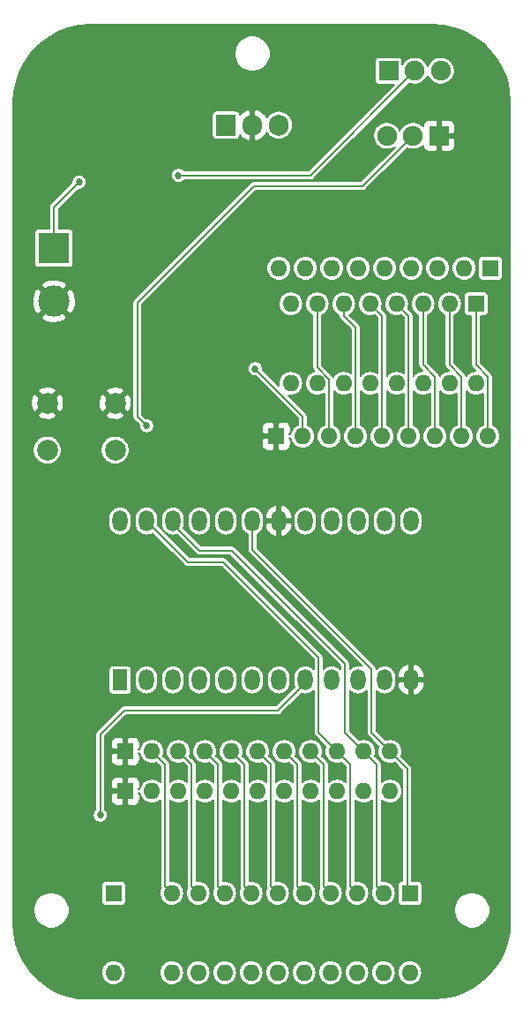
<source format=gbr>
G04 #@! TF.GenerationSoftware,KiCad,Pcbnew,(5.1.2)-2*
G04 #@! TF.CreationDate,2019-09-11T05:33:40-05:00*
G04 #@! TF.ProjectId,eeprom_manual,65657072-6f6d-45f6-9d61-6e75616c2e6b,rev?*
G04 #@! TF.SameCoordinates,Original*
G04 #@! TF.FileFunction,Copper,L2,Bot*
G04 #@! TF.FilePolarity,Positive*
%FSLAX46Y46*%
G04 Gerber Fmt 4.6, Leading zero omitted, Abs format (unit mm)*
G04 Created by KiCad (PCBNEW (5.1.2)-2) date 2019-09-11 05:33:40*
%MOMM*%
%LPD*%
G04 APERTURE LIST*
%ADD10R,1.440000X2.000000*%
%ADD11O,1.440000X2.000000*%
%ADD12C,2.000000*%
%ADD13R,1.600000X1.600000*%
%ADD14O,1.600000X1.600000*%
%ADD15R,3.000000X3.000000*%
%ADD16C,3.000000*%
%ADD17R,1.900000X1.900000*%
%ADD18C,1.900000*%
%ADD19R,1.905000X2.000000*%
%ADD20O,1.905000X2.000000*%
%ADD21C,0.685800*%
%ADD22C,0.152400*%
%ADD23C,0.203200*%
G04 APERTURE END LIST*
D10*
X38354000Y-83566000D03*
D11*
X38354000Y-68326000D03*
X40894000Y-83566000D03*
X40894000Y-68326000D03*
X43434000Y-83566000D03*
X43434000Y-68326000D03*
X45974000Y-83566000D03*
X45974000Y-68326000D03*
X48514000Y-83566000D03*
X48514000Y-68326000D03*
X51054000Y-83566000D03*
X51054000Y-68326000D03*
X53594000Y-83566000D03*
X53594000Y-68326000D03*
X56134000Y-83566000D03*
X56134000Y-68326000D03*
X58674000Y-83566000D03*
X58674000Y-68326000D03*
X61214000Y-83566000D03*
X61214000Y-68326000D03*
X63754000Y-83566000D03*
X63754000Y-68326000D03*
X66294000Y-83566000D03*
X66294000Y-68326000D03*
D12*
X31369000Y-61523000D03*
X31369000Y-57023000D03*
X37869000Y-61523000D03*
X37869000Y-57023000D03*
D13*
X38862000Y-94234000D03*
D14*
X41402000Y-94234000D03*
X43942000Y-94234000D03*
X46482000Y-94234000D03*
X49022000Y-94234000D03*
X51562000Y-94234000D03*
X54102000Y-94234000D03*
X56642000Y-94234000D03*
X59182000Y-94234000D03*
X61722000Y-94234000D03*
X64262000Y-94234000D03*
X72517000Y-55118000D03*
X54737000Y-47498000D03*
X69977000Y-55118000D03*
X57277000Y-47498000D03*
X67437000Y-55118000D03*
X59817000Y-47498000D03*
X64897000Y-55118000D03*
X62357000Y-47498000D03*
X62357000Y-55118000D03*
X64897000Y-47498000D03*
X59817000Y-55118000D03*
X67437000Y-47498000D03*
X57277000Y-55118000D03*
X69977000Y-47498000D03*
X54737000Y-55118000D03*
D13*
X72517000Y-47498000D03*
X66167000Y-104013000D03*
D14*
X43307000Y-111633000D03*
X63627000Y-104013000D03*
X45847000Y-111633000D03*
X61087000Y-104013000D03*
X48387000Y-111633000D03*
X58547000Y-104013000D03*
X50927000Y-111633000D03*
X56007000Y-104013000D03*
X53467000Y-111633000D03*
X53467000Y-104013000D03*
X56007000Y-111633000D03*
X50927000Y-104013000D03*
X58547000Y-111633000D03*
X48387000Y-104013000D03*
X61087000Y-111633000D03*
X45847000Y-104013000D03*
X63627000Y-111633000D03*
X43307000Y-104013000D03*
X66167000Y-111633000D03*
D13*
X73914000Y-44069000D03*
D14*
X71374000Y-44069000D03*
X68834000Y-44069000D03*
X66294000Y-44069000D03*
X63754000Y-44069000D03*
X61214000Y-44069000D03*
X58674000Y-44069000D03*
X56134000Y-44069000D03*
X53594000Y-44069000D03*
X73660000Y-60198000D03*
X71120000Y-60198000D03*
X68580000Y-60198000D03*
X66040000Y-60198000D03*
X63500000Y-60198000D03*
X60960000Y-60198000D03*
X58420000Y-60198000D03*
X55880000Y-60198000D03*
D13*
X53340000Y-60198000D03*
D15*
X32004000Y-42164000D03*
D16*
X32004000Y-47244000D03*
D13*
X38862000Y-90424000D03*
D14*
X41402000Y-90424000D03*
X43942000Y-90424000D03*
X46482000Y-90424000D03*
X49022000Y-90424000D03*
X51562000Y-90424000D03*
X54102000Y-90424000D03*
X56642000Y-90424000D03*
X59182000Y-90424000D03*
X61722000Y-90424000D03*
X64262000Y-90424000D03*
D17*
X68961000Y-31369000D03*
D18*
X66461000Y-31369000D03*
X63961000Y-31369000D03*
X69135000Y-25146000D03*
X66635000Y-25146000D03*
D17*
X64135000Y-25146000D03*
D13*
X37719000Y-104013000D03*
D14*
X37719000Y-111633000D03*
D19*
X48514000Y-30353000D03*
D20*
X51054000Y-30353000D03*
X53594000Y-30353000D03*
D21*
X49530000Y-52705000D03*
X46736000Y-46291500D03*
X30734000Y-31750000D03*
X33083500Y-97218500D03*
X43942000Y-35179000D03*
X34417000Y-35814000D03*
X36449000Y-96520000D03*
X51308000Y-53721000D03*
X40894000Y-59182000D03*
D22*
X66635000Y-25146000D02*
X56602000Y-35179000D01*
X56602000Y-35179000D02*
X43942000Y-35179000D01*
D23*
X32004000Y-38227000D02*
X34417000Y-35814000D01*
X32004000Y-42164000D02*
X32004000Y-38227000D01*
D22*
X56134000Y-83846000D02*
X53493000Y-86487000D01*
X56134000Y-83566000D02*
X56134000Y-83846000D01*
X53493000Y-86487000D02*
X38735000Y-86487000D01*
X38735000Y-86487000D02*
X36449000Y-88773000D01*
X36449000Y-88773000D02*
X36449000Y-96520000D01*
X42201999Y-91223999D02*
X41402000Y-90424000D01*
X42672000Y-91694000D02*
X42201999Y-91223999D01*
X43307000Y-104013000D02*
X42672000Y-103378000D01*
X42672000Y-103378000D02*
X42672000Y-91694000D01*
X45212000Y-103378000D02*
X45847000Y-104013000D01*
X43942000Y-90424000D02*
X45212000Y-91694000D01*
X45212000Y-91694000D02*
X45212000Y-103378000D01*
X47281999Y-91223999D02*
X46482000Y-90424000D01*
X47752000Y-91694000D02*
X47281999Y-91223999D01*
X48387000Y-104013000D02*
X47752000Y-103378000D01*
X47752000Y-103378000D02*
X47752000Y-91694000D01*
X49821999Y-91223999D02*
X49022000Y-90424000D01*
X50292000Y-91694000D02*
X49821999Y-91223999D01*
X50927000Y-104013000D02*
X50292000Y-103378000D01*
X50292000Y-103378000D02*
X50292000Y-91694000D01*
X52361999Y-91223999D02*
X51562000Y-90424000D01*
X52832000Y-91694000D02*
X52361999Y-91223999D01*
X53467000Y-104013000D02*
X52832000Y-103378000D01*
X52832000Y-103378000D02*
X52832000Y-91694000D01*
X54901999Y-91223999D02*
X54102000Y-90424000D01*
X55372000Y-91694000D02*
X54901999Y-91223999D01*
X56007000Y-104013000D02*
X55372000Y-103378000D01*
X55372000Y-103378000D02*
X55372000Y-91694000D01*
X57441999Y-91223999D02*
X56642000Y-90424000D01*
X57912000Y-91694000D02*
X57441999Y-91223999D01*
X58547000Y-104013000D02*
X57912000Y-103378000D01*
X57912000Y-103378000D02*
X57912000Y-91694000D01*
X57404000Y-88646000D02*
X59182000Y-90424000D01*
X57404000Y-81407000D02*
X57404000Y-88646000D01*
X48260000Y-72263000D02*
X57404000Y-81407000D01*
X40894000Y-68326000D02*
X44831000Y-72263000D01*
X44831000Y-72263000D02*
X48260000Y-72263000D01*
X59981999Y-91223999D02*
X59182000Y-90424000D01*
X60452000Y-91694000D02*
X59981999Y-91223999D01*
X61087000Y-104013000D02*
X60452000Y-103378000D01*
X60452000Y-103378000D02*
X60452000Y-91694000D01*
X59944000Y-82042000D02*
X59944000Y-88646000D01*
X49047389Y-71145389D02*
X59944000Y-82042000D01*
X60922001Y-89624001D02*
X61722000Y-90424000D01*
X59944000Y-88646000D02*
X60922001Y-89624001D01*
X45973389Y-71145389D02*
X49047389Y-71145389D01*
X43434000Y-68326000D02*
X43434000Y-68606000D01*
X43434000Y-68606000D02*
X45973389Y-71145389D01*
X62521999Y-91223999D02*
X61722000Y-90424000D01*
X62992000Y-91694000D02*
X62521999Y-91223999D01*
X63627000Y-104013000D02*
X62992000Y-103378000D01*
X62992000Y-103378000D02*
X62992000Y-91694000D01*
X63462001Y-89624001D02*
X64262000Y-90424000D01*
X62484000Y-88646000D02*
X63462001Y-89624001D01*
X62484000Y-82550000D02*
X62484000Y-88646000D01*
X51054000Y-68326000D02*
X51054000Y-71120000D01*
X51054000Y-71120000D02*
X62484000Y-82550000D01*
X65913000Y-92075000D02*
X64262000Y-90424000D01*
X66167000Y-104013000D02*
X65913000Y-103759000D01*
X65913000Y-103759000D02*
X65913000Y-92075000D01*
X73660000Y-59066630D02*
X73660000Y-60198000D01*
X73660000Y-54483000D02*
X73660000Y-59066630D01*
X72517000Y-47498000D02*
X72517000Y-53340000D01*
X72517000Y-53340000D02*
X73660000Y-54483000D01*
X69977000Y-47498000D02*
X69977000Y-53340000D01*
X71120000Y-59066630D02*
X71120000Y-60198000D01*
X71120000Y-54483000D02*
X71120000Y-59066630D01*
X69977000Y-53340000D02*
X71120000Y-54483000D01*
X68580000Y-59066630D02*
X68580000Y-60198000D01*
X68580000Y-54483000D02*
X68580000Y-59066630D01*
X67437000Y-47498000D02*
X67437000Y-53340000D01*
X67437000Y-53340000D02*
X68580000Y-54483000D01*
X66040000Y-48641000D02*
X66040000Y-60198000D01*
X64897000Y-47498000D02*
X66040000Y-48641000D01*
X63500000Y-48641000D02*
X63500000Y-60198000D01*
X62357000Y-47498000D02*
X63500000Y-48641000D01*
X60960000Y-59066630D02*
X60960000Y-60198000D01*
X60960000Y-49772370D02*
X60960000Y-59066630D01*
X59817000Y-48629370D02*
X60960000Y-49772370D01*
X59817000Y-47498000D02*
X59817000Y-48629370D01*
X58420000Y-59066630D02*
X58420000Y-60198000D01*
X58420000Y-54738670D02*
X58420000Y-59066630D01*
X57277000Y-53595670D02*
X58420000Y-54738670D01*
X57277000Y-47498000D02*
X57277000Y-53595670D01*
X55880000Y-60198000D02*
X55880000Y-58293000D01*
X55880000Y-58293000D02*
X51308000Y-53721000D01*
X40005000Y-58293000D02*
X40894000Y-59182000D01*
X40005000Y-47371000D02*
X40005000Y-58293000D01*
X51181000Y-36195000D02*
X40005000Y-47371000D01*
X66461000Y-31369000D02*
X61635000Y-36195000D01*
X61635000Y-36195000D02*
X51181000Y-36195000D01*
G36*
X69378102Y-20801509D02*
G01*
X70409222Y-21023504D01*
X71398769Y-21388567D01*
X72327008Y-21889416D01*
X73175420Y-22516062D01*
X73927065Y-23255992D01*
X74566963Y-24094460D01*
X75082331Y-25014719D01*
X75462891Y-25998405D01*
X75701052Y-27025902D01*
X75793167Y-28089469D01*
X75794001Y-28195659D01*
X75794000Y-106665647D01*
X75718490Y-107732104D01*
X75496496Y-108763222D01*
X75131432Y-109752771D01*
X74630579Y-110681015D01*
X74003938Y-111529420D01*
X73264004Y-112281069D01*
X72425540Y-112920963D01*
X71505287Y-113436329D01*
X70521596Y-113816890D01*
X69494099Y-114055052D01*
X68430531Y-114147167D01*
X68324469Y-114148000D01*
X35320703Y-114148000D01*
X34264775Y-114071384D01*
X33245350Y-113846316D01*
X32269097Y-113476447D01*
X31356461Y-112969523D01*
X30526569Y-112336170D01*
X29839176Y-111633000D01*
X36532286Y-111633000D01*
X36555088Y-111864516D01*
X36622619Y-112087136D01*
X36732283Y-112292303D01*
X36879866Y-112472134D01*
X37059697Y-112619717D01*
X37264864Y-112729381D01*
X37487484Y-112796912D01*
X37660984Y-112814000D01*
X37777016Y-112814000D01*
X37950516Y-112796912D01*
X38173136Y-112729381D01*
X38378303Y-112619717D01*
X38558134Y-112472134D01*
X38705717Y-112292303D01*
X38815381Y-112087136D01*
X38882912Y-111864516D01*
X38905714Y-111633000D01*
X42120286Y-111633000D01*
X42143088Y-111864516D01*
X42210619Y-112087136D01*
X42320283Y-112292303D01*
X42467866Y-112472134D01*
X42647697Y-112619717D01*
X42852864Y-112729381D01*
X43075484Y-112796912D01*
X43248984Y-112814000D01*
X43365016Y-112814000D01*
X43538516Y-112796912D01*
X43761136Y-112729381D01*
X43966303Y-112619717D01*
X44146134Y-112472134D01*
X44293717Y-112292303D01*
X44403381Y-112087136D01*
X44470912Y-111864516D01*
X44493714Y-111633000D01*
X44660286Y-111633000D01*
X44683088Y-111864516D01*
X44750619Y-112087136D01*
X44860283Y-112292303D01*
X45007866Y-112472134D01*
X45187697Y-112619717D01*
X45392864Y-112729381D01*
X45615484Y-112796912D01*
X45788984Y-112814000D01*
X45905016Y-112814000D01*
X46078516Y-112796912D01*
X46301136Y-112729381D01*
X46506303Y-112619717D01*
X46686134Y-112472134D01*
X46833717Y-112292303D01*
X46943381Y-112087136D01*
X47010912Y-111864516D01*
X47033714Y-111633000D01*
X47200286Y-111633000D01*
X47223088Y-111864516D01*
X47290619Y-112087136D01*
X47400283Y-112292303D01*
X47547866Y-112472134D01*
X47727697Y-112619717D01*
X47932864Y-112729381D01*
X48155484Y-112796912D01*
X48328984Y-112814000D01*
X48445016Y-112814000D01*
X48618516Y-112796912D01*
X48841136Y-112729381D01*
X49046303Y-112619717D01*
X49226134Y-112472134D01*
X49373717Y-112292303D01*
X49483381Y-112087136D01*
X49550912Y-111864516D01*
X49573714Y-111633000D01*
X49740286Y-111633000D01*
X49763088Y-111864516D01*
X49830619Y-112087136D01*
X49940283Y-112292303D01*
X50087866Y-112472134D01*
X50267697Y-112619717D01*
X50472864Y-112729381D01*
X50695484Y-112796912D01*
X50868984Y-112814000D01*
X50985016Y-112814000D01*
X51158516Y-112796912D01*
X51381136Y-112729381D01*
X51586303Y-112619717D01*
X51766134Y-112472134D01*
X51913717Y-112292303D01*
X52023381Y-112087136D01*
X52090912Y-111864516D01*
X52113714Y-111633000D01*
X52280286Y-111633000D01*
X52303088Y-111864516D01*
X52370619Y-112087136D01*
X52480283Y-112292303D01*
X52627866Y-112472134D01*
X52807697Y-112619717D01*
X53012864Y-112729381D01*
X53235484Y-112796912D01*
X53408984Y-112814000D01*
X53525016Y-112814000D01*
X53698516Y-112796912D01*
X53921136Y-112729381D01*
X54126303Y-112619717D01*
X54306134Y-112472134D01*
X54453717Y-112292303D01*
X54563381Y-112087136D01*
X54630912Y-111864516D01*
X54653714Y-111633000D01*
X54820286Y-111633000D01*
X54843088Y-111864516D01*
X54910619Y-112087136D01*
X55020283Y-112292303D01*
X55167866Y-112472134D01*
X55347697Y-112619717D01*
X55552864Y-112729381D01*
X55775484Y-112796912D01*
X55948984Y-112814000D01*
X56065016Y-112814000D01*
X56238516Y-112796912D01*
X56461136Y-112729381D01*
X56666303Y-112619717D01*
X56846134Y-112472134D01*
X56993717Y-112292303D01*
X57103381Y-112087136D01*
X57170912Y-111864516D01*
X57193714Y-111633000D01*
X57360286Y-111633000D01*
X57383088Y-111864516D01*
X57450619Y-112087136D01*
X57560283Y-112292303D01*
X57707866Y-112472134D01*
X57887697Y-112619717D01*
X58092864Y-112729381D01*
X58315484Y-112796912D01*
X58488984Y-112814000D01*
X58605016Y-112814000D01*
X58778516Y-112796912D01*
X59001136Y-112729381D01*
X59206303Y-112619717D01*
X59386134Y-112472134D01*
X59533717Y-112292303D01*
X59643381Y-112087136D01*
X59710912Y-111864516D01*
X59733714Y-111633000D01*
X59900286Y-111633000D01*
X59923088Y-111864516D01*
X59990619Y-112087136D01*
X60100283Y-112292303D01*
X60247866Y-112472134D01*
X60427697Y-112619717D01*
X60632864Y-112729381D01*
X60855484Y-112796912D01*
X61028984Y-112814000D01*
X61145016Y-112814000D01*
X61318516Y-112796912D01*
X61541136Y-112729381D01*
X61746303Y-112619717D01*
X61926134Y-112472134D01*
X62073717Y-112292303D01*
X62183381Y-112087136D01*
X62250912Y-111864516D01*
X62273714Y-111633000D01*
X62440286Y-111633000D01*
X62463088Y-111864516D01*
X62530619Y-112087136D01*
X62640283Y-112292303D01*
X62787866Y-112472134D01*
X62967697Y-112619717D01*
X63172864Y-112729381D01*
X63395484Y-112796912D01*
X63568984Y-112814000D01*
X63685016Y-112814000D01*
X63858516Y-112796912D01*
X64081136Y-112729381D01*
X64286303Y-112619717D01*
X64466134Y-112472134D01*
X64613717Y-112292303D01*
X64723381Y-112087136D01*
X64790912Y-111864516D01*
X64813714Y-111633000D01*
X64980286Y-111633000D01*
X65003088Y-111864516D01*
X65070619Y-112087136D01*
X65180283Y-112292303D01*
X65327866Y-112472134D01*
X65507697Y-112619717D01*
X65712864Y-112729381D01*
X65935484Y-112796912D01*
X66108984Y-112814000D01*
X66225016Y-112814000D01*
X66398516Y-112796912D01*
X66621136Y-112729381D01*
X66826303Y-112619717D01*
X67006134Y-112472134D01*
X67153717Y-112292303D01*
X67263381Y-112087136D01*
X67330912Y-111864516D01*
X67353714Y-111633000D01*
X67330912Y-111401484D01*
X67263381Y-111178864D01*
X67153717Y-110973697D01*
X67006134Y-110793866D01*
X66826303Y-110646283D01*
X66621136Y-110536619D01*
X66398516Y-110469088D01*
X66225016Y-110452000D01*
X66108984Y-110452000D01*
X65935484Y-110469088D01*
X65712864Y-110536619D01*
X65507697Y-110646283D01*
X65327866Y-110793866D01*
X65180283Y-110973697D01*
X65070619Y-111178864D01*
X65003088Y-111401484D01*
X64980286Y-111633000D01*
X64813714Y-111633000D01*
X64790912Y-111401484D01*
X64723381Y-111178864D01*
X64613717Y-110973697D01*
X64466134Y-110793866D01*
X64286303Y-110646283D01*
X64081136Y-110536619D01*
X63858516Y-110469088D01*
X63685016Y-110452000D01*
X63568984Y-110452000D01*
X63395484Y-110469088D01*
X63172864Y-110536619D01*
X62967697Y-110646283D01*
X62787866Y-110793866D01*
X62640283Y-110973697D01*
X62530619Y-111178864D01*
X62463088Y-111401484D01*
X62440286Y-111633000D01*
X62273714Y-111633000D01*
X62250912Y-111401484D01*
X62183381Y-111178864D01*
X62073717Y-110973697D01*
X61926134Y-110793866D01*
X61746303Y-110646283D01*
X61541136Y-110536619D01*
X61318516Y-110469088D01*
X61145016Y-110452000D01*
X61028984Y-110452000D01*
X60855484Y-110469088D01*
X60632864Y-110536619D01*
X60427697Y-110646283D01*
X60247866Y-110793866D01*
X60100283Y-110973697D01*
X59990619Y-111178864D01*
X59923088Y-111401484D01*
X59900286Y-111633000D01*
X59733714Y-111633000D01*
X59710912Y-111401484D01*
X59643381Y-111178864D01*
X59533717Y-110973697D01*
X59386134Y-110793866D01*
X59206303Y-110646283D01*
X59001136Y-110536619D01*
X58778516Y-110469088D01*
X58605016Y-110452000D01*
X58488984Y-110452000D01*
X58315484Y-110469088D01*
X58092864Y-110536619D01*
X57887697Y-110646283D01*
X57707866Y-110793866D01*
X57560283Y-110973697D01*
X57450619Y-111178864D01*
X57383088Y-111401484D01*
X57360286Y-111633000D01*
X57193714Y-111633000D01*
X57170912Y-111401484D01*
X57103381Y-111178864D01*
X56993717Y-110973697D01*
X56846134Y-110793866D01*
X56666303Y-110646283D01*
X56461136Y-110536619D01*
X56238516Y-110469088D01*
X56065016Y-110452000D01*
X55948984Y-110452000D01*
X55775484Y-110469088D01*
X55552864Y-110536619D01*
X55347697Y-110646283D01*
X55167866Y-110793866D01*
X55020283Y-110973697D01*
X54910619Y-111178864D01*
X54843088Y-111401484D01*
X54820286Y-111633000D01*
X54653714Y-111633000D01*
X54630912Y-111401484D01*
X54563381Y-111178864D01*
X54453717Y-110973697D01*
X54306134Y-110793866D01*
X54126303Y-110646283D01*
X53921136Y-110536619D01*
X53698516Y-110469088D01*
X53525016Y-110452000D01*
X53408984Y-110452000D01*
X53235484Y-110469088D01*
X53012864Y-110536619D01*
X52807697Y-110646283D01*
X52627866Y-110793866D01*
X52480283Y-110973697D01*
X52370619Y-111178864D01*
X52303088Y-111401484D01*
X52280286Y-111633000D01*
X52113714Y-111633000D01*
X52090912Y-111401484D01*
X52023381Y-111178864D01*
X51913717Y-110973697D01*
X51766134Y-110793866D01*
X51586303Y-110646283D01*
X51381136Y-110536619D01*
X51158516Y-110469088D01*
X50985016Y-110452000D01*
X50868984Y-110452000D01*
X50695484Y-110469088D01*
X50472864Y-110536619D01*
X50267697Y-110646283D01*
X50087866Y-110793866D01*
X49940283Y-110973697D01*
X49830619Y-111178864D01*
X49763088Y-111401484D01*
X49740286Y-111633000D01*
X49573714Y-111633000D01*
X49550912Y-111401484D01*
X49483381Y-111178864D01*
X49373717Y-110973697D01*
X49226134Y-110793866D01*
X49046303Y-110646283D01*
X48841136Y-110536619D01*
X48618516Y-110469088D01*
X48445016Y-110452000D01*
X48328984Y-110452000D01*
X48155484Y-110469088D01*
X47932864Y-110536619D01*
X47727697Y-110646283D01*
X47547866Y-110793866D01*
X47400283Y-110973697D01*
X47290619Y-111178864D01*
X47223088Y-111401484D01*
X47200286Y-111633000D01*
X47033714Y-111633000D01*
X47010912Y-111401484D01*
X46943381Y-111178864D01*
X46833717Y-110973697D01*
X46686134Y-110793866D01*
X46506303Y-110646283D01*
X46301136Y-110536619D01*
X46078516Y-110469088D01*
X45905016Y-110452000D01*
X45788984Y-110452000D01*
X45615484Y-110469088D01*
X45392864Y-110536619D01*
X45187697Y-110646283D01*
X45007866Y-110793866D01*
X44860283Y-110973697D01*
X44750619Y-111178864D01*
X44683088Y-111401484D01*
X44660286Y-111633000D01*
X44493714Y-111633000D01*
X44470912Y-111401484D01*
X44403381Y-111178864D01*
X44293717Y-110973697D01*
X44146134Y-110793866D01*
X43966303Y-110646283D01*
X43761136Y-110536619D01*
X43538516Y-110469088D01*
X43365016Y-110452000D01*
X43248984Y-110452000D01*
X43075484Y-110469088D01*
X42852864Y-110536619D01*
X42647697Y-110646283D01*
X42467866Y-110793866D01*
X42320283Y-110973697D01*
X42210619Y-111178864D01*
X42143088Y-111401484D01*
X42120286Y-111633000D01*
X38905714Y-111633000D01*
X38882912Y-111401484D01*
X38815381Y-111178864D01*
X38705717Y-110973697D01*
X38558134Y-110793866D01*
X38378303Y-110646283D01*
X38173136Y-110536619D01*
X37950516Y-110469088D01*
X37777016Y-110452000D01*
X37660984Y-110452000D01*
X37487484Y-110469088D01*
X37264864Y-110536619D01*
X37059697Y-110646283D01*
X36879866Y-110793866D01*
X36732283Y-110973697D01*
X36622619Y-111178864D01*
X36555088Y-111401484D01*
X36532286Y-111633000D01*
X29839176Y-111633000D01*
X29796791Y-111589643D01*
X29182423Y-110745588D01*
X28696336Y-109821687D01*
X28348712Y-108837298D01*
X28146384Y-107810771D01*
X28092000Y-106921591D01*
X28092000Y-105493511D01*
X30019000Y-105493511D01*
X30019000Y-105834489D01*
X30085521Y-106168914D01*
X30216007Y-106483936D01*
X30405444Y-106767448D01*
X30646552Y-107008556D01*
X30930064Y-107197993D01*
X31245086Y-107328479D01*
X31579511Y-107395000D01*
X31920489Y-107395000D01*
X32254914Y-107328479D01*
X32569936Y-107197993D01*
X32853448Y-107008556D01*
X33094556Y-106767448D01*
X33283993Y-106483936D01*
X33414479Y-106168914D01*
X33481000Y-105834489D01*
X33481000Y-105493511D01*
X70405000Y-105493511D01*
X70405000Y-105834489D01*
X70471521Y-106168914D01*
X70602007Y-106483936D01*
X70791444Y-106767448D01*
X71032552Y-107008556D01*
X71316064Y-107197993D01*
X71631086Y-107328479D01*
X71965511Y-107395000D01*
X72306489Y-107395000D01*
X72640914Y-107328479D01*
X72955936Y-107197993D01*
X73239448Y-107008556D01*
X73480556Y-106767448D01*
X73669993Y-106483936D01*
X73800479Y-106168914D01*
X73867000Y-105834489D01*
X73867000Y-105493511D01*
X73800479Y-105159086D01*
X73669993Y-104844064D01*
X73480556Y-104560552D01*
X73239448Y-104319444D01*
X72955936Y-104130007D01*
X72640914Y-103999521D01*
X72306489Y-103933000D01*
X71965511Y-103933000D01*
X71631086Y-103999521D01*
X71316064Y-104130007D01*
X71032552Y-104319444D01*
X70791444Y-104560552D01*
X70602007Y-104844064D01*
X70471521Y-105159086D01*
X70405000Y-105493511D01*
X33481000Y-105493511D01*
X33414479Y-105159086D01*
X33283993Y-104844064D01*
X33094556Y-104560552D01*
X32853448Y-104319444D01*
X32569936Y-104130007D01*
X32254914Y-103999521D01*
X31920489Y-103933000D01*
X31579511Y-103933000D01*
X31245086Y-103999521D01*
X30930064Y-104130007D01*
X30646552Y-104319444D01*
X30405444Y-104560552D01*
X30216007Y-104844064D01*
X30085521Y-105159086D01*
X30019000Y-105493511D01*
X28092000Y-105493511D01*
X28092000Y-103213000D01*
X36536157Y-103213000D01*
X36536157Y-104813000D01*
X36543513Y-104887689D01*
X36565299Y-104959508D01*
X36600678Y-105025696D01*
X36648289Y-105083711D01*
X36706304Y-105131322D01*
X36772492Y-105166701D01*
X36844311Y-105188487D01*
X36919000Y-105195843D01*
X38519000Y-105195843D01*
X38593689Y-105188487D01*
X38665508Y-105166701D01*
X38731696Y-105131322D01*
X38789711Y-105083711D01*
X38837322Y-105025696D01*
X38872701Y-104959508D01*
X38894487Y-104887689D01*
X38901843Y-104813000D01*
X38901843Y-103213000D01*
X38894487Y-103138311D01*
X38872701Y-103066492D01*
X38837322Y-103000304D01*
X38789711Y-102942289D01*
X38731696Y-102894678D01*
X38665508Y-102859299D01*
X38593689Y-102837513D01*
X38519000Y-102830157D01*
X36919000Y-102830157D01*
X36844311Y-102837513D01*
X36772492Y-102859299D01*
X36706304Y-102894678D01*
X36648289Y-102942289D01*
X36600678Y-103000304D01*
X36565299Y-103066492D01*
X36543513Y-103138311D01*
X36536157Y-103213000D01*
X28092000Y-103213000D01*
X28092000Y-96448702D01*
X35725100Y-96448702D01*
X35725100Y-96591298D01*
X35752919Y-96731154D01*
X35807488Y-96862895D01*
X35886710Y-96981460D01*
X35987540Y-97082290D01*
X36106105Y-97161512D01*
X36237846Y-97216081D01*
X36377702Y-97243900D01*
X36520298Y-97243900D01*
X36660154Y-97216081D01*
X36791895Y-97161512D01*
X36910460Y-97082290D01*
X37011290Y-96981460D01*
X37090512Y-96862895D01*
X37145081Y-96731154D01*
X37172900Y-96591298D01*
X37172900Y-96448702D01*
X37145081Y-96308846D01*
X37090512Y-96177105D01*
X37011290Y-96058540D01*
X36910460Y-95957710D01*
X36906200Y-95954864D01*
X36906200Y-95034000D01*
X37474973Y-95034000D01*
X37486253Y-95148523D01*
X37519658Y-95258646D01*
X37573905Y-95360135D01*
X37646909Y-95449091D01*
X37735865Y-95522095D01*
X37837354Y-95576342D01*
X37947477Y-95609747D01*
X38062000Y-95621027D01*
X38538150Y-95618200D01*
X38684200Y-95472150D01*
X38684200Y-94411800D01*
X37623850Y-94411800D01*
X37477800Y-94557850D01*
X37474973Y-95034000D01*
X36906200Y-95034000D01*
X36906200Y-93434000D01*
X37474973Y-93434000D01*
X37477800Y-93910150D01*
X37623850Y-94056200D01*
X38684200Y-94056200D01*
X38684200Y-92995850D01*
X38538150Y-92849800D01*
X38062000Y-92846973D01*
X37947477Y-92858253D01*
X37837354Y-92891658D01*
X37735865Y-92945905D01*
X37646909Y-93018909D01*
X37573905Y-93107865D01*
X37519658Y-93209354D01*
X37486253Y-93319477D01*
X37474973Y-93434000D01*
X36906200Y-93434000D01*
X36906200Y-91224000D01*
X37474973Y-91224000D01*
X37486253Y-91338523D01*
X37519658Y-91448646D01*
X37573905Y-91550135D01*
X37646909Y-91639091D01*
X37735865Y-91712095D01*
X37837354Y-91766342D01*
X37947477Y-91799747D01*
X38062000Y-91811027D01*
X38538150Y-91808200D01*
X38684200Y-91662150D01*
X38684200Y-90601800D01*
X37623850Y-90601800D01*
X37477800Y-90747850D01*
X37474973Y-91224000D01*
X36906200Y-91224000D01*
X36906200Y-89624000D01*
X37474973Y-89624000D01*
X37477800Y-90100150D01*
X37623850Y-90246200D01*
X38684200Y-90246200D01*
X38684200Y-89185850D01*
X38538150Y-89039800D01*
X38062000Y-89036973D01*
X37947477Y-89048253D01*
X37837354Y-89081658D01*
X37735865Y-89135905D01*
X37646909Y-89208909D01*
X37573905Y-89297865D01*
X37519658Y-89399354D01*
X37486253Y-89509477D01*
X37474973Y-89624000D01*
X36906200Y-89624000D01*
X36906200Y-88962377D01*
X38924378Y-86944200D01*
X53470550Y-86944200D01*
X53493000Y-86946411D01*
X53515450Y-86944200D01*
X53515460Y-86944200D01*
X53582627Y-86937585D01*
X53668809Y-86911441D01*
X53748236Y-86868987D01*
X53817853Y-86811853D01*
X53832174Y-86794403D01*
X55747331Y-84879247D01*
X55918167Y-84931069D01*
X56134000Y-84952327D01*
X56349834Y-84931069D01*
X56557373Y-84868113D01*
X56748642Y-84765877D01*
X56916291Y-84628291D01*
X56946800Y-84591115D01*
X56946801Y-88623540D01*
X56944589Y-88646000D01*
X56946801Y-88668460D01*
X56953416Y-88735627D01*
X56979560Y-88821809D01*
X57022013Y-88901235D01*
X57061057Y-88948809D01*
X57079148Y-88970853D01*
X57096592Y-88985170D01*
X58084610Y-89973189D01*
X58018088Y-90192484D01*
X57995286Y-90424000D01*
X58018088Y-90655516D01*
X58085619Y-90878136D01*
X58195283Y-91083303D01*
X58342866Y-91263134D01*
X58522697Y-91410717D01*
X58727864Y-91520381D01*
X58950484Y-91587912D01*
X59123984Y-91605000D01*
X59240016Y-91605000D01*
X59413516Y-91587912D01*
X59632812Y-91521389D01*
X59674591Y-91563169D01*
X59674596Y-91563173D01*
X59994801Y-91883379D01*
X59994801Y-93373255D01*
X59841303Y-93247283D01*
X59636136Y-93137619D01*
X59413516Y-93070088D01*
X59240016Y-93053000D01*
X59123984Y-93053000D01*
X58950484Y-93070088D01*
X58727864Y-93137619D01*
X58522697Y-93247283D01*
X58369200Y-93373254D01*
X58369200Y-91716450D01*
X58371411Y-91694000D01*
X58369200Y-91671550D01*
X58369200Y-91671540D01*
X58362585Y-91604373D01*
X58336441Y-91518191D01*
X58293987Y-91438764D01*
X58236853Y-91369147D01*
X58219408Y-91354830D01*
X57781173Y-90916596D01*
X57781169Y-90916591D01*
X57739389Y-90874812D01*
X57805912Y-90655516D01*
X57828714Y-90424000D01*
X57805912Y-90192484D01*
X57738381Y-89969864D01*
X57628717Y-89764697D01*
X57481134Y-89584866D01*
X57301303Y-89437283D01*
X57096136Y-89327619D01*
X56873516Y-89260088D01*
X56700016Y-89243000D01*
X56583984Y-89243000D01*
X56410484Y-89260088D01*
X56187864Y-89327619D01*
X55982697Y-89437283D01*
X55802866Y-89584866D01*
X55655283Y-89764697D01*
X55545619Y-89969864D01*
X55478088Y-90192484D01*
X55455286Y-90424000D01*
X55478088Y-90655516D01*
X55545619Y-90878136D01*
X55655283Y-91083303D01*
X55802866Y-91263134D01*
X55982697Y-91410717D01*
X56187864Y-91520381D01*
X56410484Y-91587912D01*
X56583984Y-91605000D01*
X56700016Y-91605000D01*
X56873516Y-91587912D01*
X57092812Y-91521389D01*
X57134591Y-91563169D01*
X57134596Y-91563173D01*
X57454801Y-91883379D01*
X57454801Y-93373255D01*
X57301303Y-93247283D01*
X57096136Y-93137619D01*
X56873516Y-93070088D01*
X56700016Y-93053000D01*
X56583984Y-93053000D01*
X56410484Y-93070088D01*
X56187864Y-93137619D01*
X55982697Y-93247283D01*
X55829200Y-93373254D01*
X55829200Y-91716450D01*
X55831411Y-91694000D01*
X55829200Y-91671550D01*
X55829200Y-91671540D01*
X55822585Y-91604373D01*
X55796441Y-91518191D01*
X55753987Y-91438764D01*
X55696853Y-91369147D01*
X55679408Y-91354830D01*
X55241173Y-90916596D01*
X55241169Y-90916591D01*
X55199389Y-90874812D01*
X55265912Y-90655516D01*
X55288714Y-90424000D01*
X55265912Y-90192484D01*
X55198381Y-89969864D01*
X55088717Y-89764697D01*
X54941134Y-89584866D01*
X54761303Y-89437283D01*
X54556136Y-89327619D01*
X54333516Y-89260088D01*
X54160016Y-89243000D01*
X54043984Y-89243000D01*
X53870484Y-89260088D01*
X53647864Y-89327619D01*
X53442697Y-89437283D01*
X53262866Y-89584866D01*
X53115283Y-89764697D01*
X53005619Y-89969864D01*
X52938088Y-90192484D01*
X52915286Y-90424000D01*
X52938088Y-90655516D01*
X53005619Y-90878136D01*
X53115283Y-91083303D01*
X53262866Y-91263134D01*
X53442697Y-91410717D01*
X53647864Y-91520381D01*
X53870484Y-91587912D01*
X54043984Y-91605000D01*
X54160016Y-91605000D01*
X54333516Y-91587912D01*
X54552812Y-91521389D01*
X54594591Y-91563169D01*
X54594596Y-91563173D01*
X54914801Y-91883379D01*
X54914801Y-93373255D01*
X54761303Y-93247283D01*
X54556136Y-93137619D01*
X54333516Y-93070088D01*
X54160016Y-93053000D01*
X54043984Y-93053000D01*
X53870484Y-93070088D01*
X53647864Y-93137619D01*
X53442697Y-93247283D01*
X53289200Y-93373254D01*
X53289200Y-91716450D01*
X53291411Y-91694000D01*
X53289200Y-91671550D01*
X53289200Y-91671540D01*
X53282585Y-91604373D01*
X53256441Y-91518191D01*
X53213987Y-91438764D01*
X53156853Y-91369147D01*
X53139408Y-91354830D01*
X52701173Y-90916596D01*
X52701169Y-90916591D01*
X52659389Y-90874812D01*
X52725912Y-90655516D01*
X52748714Y-90424000D01*
X52725912Y-90192484D01*
X52658381Y-89969864D01*
X52548717Y-89764697D01*
X52401134Y-89584866D01*
X52221303Y-89437283D01*
X52016136Y-89327619D01*
X51793516Y-89260088D01*
X51620016Y-89243000D01*
X51503984Y-89243000D01*
X51330484Y-89260088D01*
X51107864Y-89327619D01*
X50902697Y-89437283D01*
X50722866Y-89584866D01*
X50575283Y-89764697D01*
X50465619Y-89969864D01*
X50398088Y-90192484D01*
X50375286Y-90424000D01*
X50398088Y-90655516D01*
X50465619Y-90878136D01*
X50575283Y-91083303D01*
X50722866Y-91263134D01*
X50902697Y-91410717D01*
X51107864Y-91520381D01*
X51330484Y-91587912D01*
X51503984Y-91605000D01*
X51620016Y-91605000D01*
X51793516Y-91587912D01*
X52012812Y-91521389D01*
X52054591Y-91563169D01*
X52054596Y-91563173D01*
X52374801Y-91883379D01*
X52374801Y-93373255D01*
X52221303Y-93247283D01*
X52016136Y-93137619D01*
X51793516Y-93070088D01*
X51620016Y-93053000D01*
X51503984Y-93053000D01*
X51330484Y-93070088D01*
X51107864Y-93137619D01*
X50902697Y-93247283D01*
X50749200Y-93373254D01*
X50749200Y-91716450D01*
X50751411Y-91694000D01*
X50749200Y-91671550D01*
X50749200Y-91671540D01*
X50742585Y-91604373D01*
X50716441Y-91518191D01*
X50673987Y-91438764D01*
X50616853Y-91369147D01*
X50599408Y-91354830D01*
X50161173Y-90916596D01*
X50161169Y-90916591D01*
X50119389Y-90874812D01*
X50185912Y-90655516D01*
X50208714Y-90424000D01*
X50185912Y-90192484D01*
X50118381Y-89969864D01*
X50008717Y-89764697D01*
X49861134Y-89584866D01*
X49681303Y-89437283D01*
X49476136Y-89327619D01*
X49253516Y-89260088D01*
X49080016Y-89243000D01*
X48963984Y-89243000D01*
X48790484Y-89260088D01*
X48567864Y-89327619D01*
X48362697Y-89437283D01*
X48182866Y-89584866D01*
X48035283Y-89764697D01*
X47925619Y-89969864D01*
X47858088Y-90192484D01*
X47835286Y-90424000D01*
X47858088Y-90655516D01*
X47925619Y-90878136D01*
X48035283Y-91083303D01*
X48182866Y-91263134D01*
X48362697Y-91410717D01*
X48567864Y-91520381D01*
X48790484Y-91587912D01*
X48963984Y-91605000D01*
X49080016Y-91605000D01*
X49253516Y-91587912D01*
X49472812Y-91521389D01*
X49514591Y-91563169D01*
X49514596Y-91563173D01*
X49834801Y-91883379D01*
X49834801Y-93373255D01*
X49681303Y-93247283D01*
X49476136Y-93137619D01*
X49253516Y-93070088D01*
X49080016Y-93053000D01*
X48963984Y-93053000D01*
X48790484Y-93070088D01*
X48567864Y-93137619D01*
X48362697Y-93247283D01*
X48209200Y-93373254D01*
X48209200Y-91716450D01*
X48211411Y-91694000D01*
X48209200Y-91671550D01*
X48209200Y-91671540D01*
X48202585Y-91604373D01*
X48176441Y-91518191D01*
X48133987Y-91438764D01*
X48076853Y-91369147D01*
X48059408Y-91354830D01*
X47621173Y-90916596D01*
X47621169Y-90916591D01*
X47579389Y-90874812D01*
X47645912Y-90655516D01*
X47668714Y-90424000D01*
X47645912Y-90192484D01*
X47578381Y-89969864D01*
X47468717Y-89764697D01*
X47321134Y-89584866D01*
X47141303Y-89437283D01*
X46936136Y-89327619D01*
X46713516Y-89260088D01*
X46540016Y-89243000D01*
X46423984Y-89243000D01*
X46250484Y-89260088D01*
X46027864Y-89327619D01*
X45822697Y-89437283D01*
X45642866Y-89584866D01*
X45495283Y-89764697D01*
X45385619Y-89969864D01*
X45318088Y-90192484D01*
X45295286Y-90424000D01*
X45318088Y-90655516D01*
X45385619Y-90878136D01*
X45495283Y-91083303D01*
X45642866Y-91263134D01*
X45822697Y-91410717D01*
X46027864Y-91520381D01*
X46250484Y-91587912D01*
X46423984Y-91605000D01*
X46540016Y-91605000D01*
X46713516Y-91587912D01*
X46932812Y-91521389D01*
X46974591Y-91563169D01*
X46974596Y-91563173D01*
X47294801Y-91883379D01*
X47294801Y-93373255D01*
X47141303Y-93247283D01*
X46936136Y-93137619D01*
X46713516Y-93070088D01*
X46540016Y-93053000D01*
X46423984Y-93053000D01*
X46250484Y-93070088D01*
X46027864Y-93137619D01*
X45822697Y-93247283D01*
X45669200Y-93373254D01*
X45669200Y-91716449D01*
X45671411Y-91693999D01*
X45669200Y-91671549D01*
X45669200Y-91671540D01*
X45662585Y-91604373D01*
X45636441Y-91518191D01*
X45593988Y-91438765D01*
X45593987Y-91438763D01*
X45551170Y-91386592D01*
X45536853Y-91369147D01*
X45519409Y-91354831D01*
X45039389Y-90874812D01*
X45105912Y-90655516D01*
X45128714Y-90424000D01*
X45105912Y-90192484D01*
X45038381Y-89969864D01*
X44928717Y-89764697D01*
X44781134Y-89584866D01*
X44601303Y-89437283D01*
X44396136Y-89327619D01*
X44173516Y-89260088D01*
X44000016Y-89243000D01*
X43883984Y-89243000D01*
X43710484Y-89260088D01*
X43487864Y-89327619D01*
X43282697Y-89437283D01*
X43102866Y-89584866D01*
X42955283Y-89764697D01*
X42845619Y-89969864D01*
X42778088Y-90192484D01*
X42755286Y-90424000D01*
X42778088Y-90655516D01*
X42845619Y-90878136D01*
X42955283Y-91083303D01*
X43102866Y-91263134D01*
X43282697Y-91410717D01*
X43487864Y-91520381D01*
X43710484Y-91587912D01*
X43883984Y-91605000D01*
X44000016Y-91605000D01*
X44173516Y-91587912D01*
X44392812Y-91521389D01*
X44754800Y-91883378D01*
X44754800Y-93373254D01*
X44601303Y-93247283D01*
X44396136Y-93137619D01*
X44173516Y-93070088D01*
X44000016Y-93053000D01*
X43883984Y-93053000D01*
X43710484Y-93070088D01*
X43487864Y-93137619D01*
X43282697Y-93247283D01*
X43129200Y-93373254D01*
X43129200Y-91716450D01*
X43131411Y-91694000D01*
X43129200Y-91671550D01*
X43129200Y-91671540D01*
X43122585Y-91604373D01*
X43096441Y-91518191D01*
X43053987Y-91438764D01*
X42996853Y-91369147D01*
X42979408Y-91354830D01*
X42541173Y-90916596D01*
X42541169Y-90916591D01*
X42499389Y-90874812D01*
X42565912Y-90655516D01*
X42588714Y-90424000D01*
X42565912Y-90192484D01*
X42498381Y-89969864D01*
X42388717Y-89764697D01*
X42241134Y-89584866D01*
X42061303Y-89437283D01*
X41856136Y-89327619D01*
X41633516Y-89260088D01*
X41460016Y-89243000D01*
X41343984Y-89243000D01*
X41170484Y-89260088D01*
X40947864Y-89327619D01*
X40742697Y-89437283D01*
X40562866Y-89584866D01*
X40415283Y-89764697D01*
X40305619Y-89969864D01*
X40238088Y-90192484D01*
X40232798Y-90246198D01*
X40100152Y-90246198D01*
X40246200Y-90100150D01*
X40249027Y-89624000D01*
X40237747Y-89509477D01*
X40204342Y-89399354D01*
X40150095Y-89297865D01*
X40077091Y-89208909D01*
X39988135Y-89135905D01*
X39886646Y-89081658D01*
X39776523Y-89048253D01*
X39662000Y-89036973D01*
X39185850Y-89039800D01*
X39039800Y-89185850D01*
X39039800Y-90246200D01*
X39059800Y-90246200D01*
X39059800Y-90601800D01*
X39039800Y-90601800D01*
X39039800Y-91662150D01*
X39185850Y-91808200D01*
X39662000Y-91811027D01*
X39776523Y-91799747D01*
X39886646Y-91766342D01*
X39988135Y-91712095D01*
X40077091Y-91639091D01*
X40150095Y-91550135D01*
X40204342Y-91448646D01*
X40237747Y-91338523D01*
X40249027Y-91224000D01*
X40246200Y-90747850D01*
X40100152Y-90601802D01*
X40232798Y-90601802D01*
X40238088Y-90655516D01*
X40305619Y-90878136D01*
X40415283Y-91083303D01*
X40562866Y-91263134D01*
X40742697Y-91410717D01*
X40947864Y-91520381D01*
X41170484Y-91587912D01*
X41343984Y-91605000D01*
X41460016Y-91605000D01*
X41633516Y-91587912D01*
X41852812Y-91521389D01*
X41894591Y-91563169D01*
X41894596Y-91563173D01*
X42214801Y-91883379D01*
X42214801Y-93373255D01*
X42061303Y-93247283D01*
X41856136Y-93137619D01*
X41633516Y-93070088D01*
X41460016Y-93053000D01*
X41343984Y-93053000D01*
X41170484Y-93070088D01*
X40947864Y-93137619D01*
X40742697Y-93247283D01*
X40562866Y-93394866D01*
X40415283Y-93574697D01*
X40305619Y-93779864D01*
X40238088Y-94002484D01*
X40232798Y-94056198D01*
X40100152Y-94056198D01*
X40246200Y-93910150D01*
X40249027Y-93434000D01*
X40237747Y-93319477D01*
X40204342Y-93209354D01*
X40150095Y-93107865D01*
X40077091Y-93018909D01*
X39988135Y-92945905D01*
X39886646Y-92891658D01*
X39776523Y-92858253D01*
X39662000Y-92846973D01*
X39185850Y-92849800D01*
X39039800Y-92995850D01*
X39039800Y-94056200D01*
X39059800Y-94056200D01*
X39059800Y-94411800D01*
X39039800Y-94411800D01*
X39039800Y-95472150D01*
X39185850Y-95618200D01*
X39662000Y-95621027D01*
X39776523Y-95609747D01*
X39886646Y-95576342D01*
X39988135Y-95522095D01*
X40077091Y-95449091D01*
X40150095Y-95360135D01*
X40204342Y-95258646D01*
X40237747Y-95148523D01*
X40249027Y-95034000D01*
X40246200Y-94557850D01*
X40100152Y-94411802D01*
X40232798Y-94411802D01*
X40238088Y-94465516D01*
X40305619Y-94688136D01*
X40415283Y-94893303D01*
X40562866Y-95073134D01*
X40742697Y-95220717D01*
X40947864Y-95330381D01*
X41170484Y-95397912D01*
X41343984Y-95415000D01*
X41460016Y-95415000D01*
X41633516Y-95397912D01*
X41856136Y-95330381D01*
X42061303Y-95220717D01*
X42214801Y-95094745D01*
X42214800Y-103355550D01*
X42212589Y-103378000D01*
X42214800Y-103400450D01*
X42214800Y-103400459D01*
X42221415Y-103467626D01*
X42235163Y-103512945D01*
X42210619Y-103558864D01*
X42143088Y-103781484D01*
X42120286Y-104013000D01*
X42143088Y-104244516D01*
X42210619Y-104467136D01*
X42320283Y-104672303D01*
X42467866Y-104852134D01*
X42647697Y-104999717D01*
X42852864Y-105109381D01*
X43075484Y-105176912D01*
X43248984Y-105194000D01*
X43365016Y-105194000D01*
X43538516Y-105176912D01*
X43761136Y-105109381D01*
X43966303Y-104999717D01*
X44146134Y-104852134D01*
X44293717Y-104672303D01*
X44403381Y-104467136D01*
X44470912Y-104244516D01*
X44493714Y-104013000D01*
X44470912Y-103781484D01*
X44403381Y-103558864D01*
X44293717Y-103353697D01*
X44146134Y-103173866D01*
X43966303Y-103026283D01*
X43761136Y-102916619D01*
X43538516Y-102849088D01*
X43365016Y-102832000D01*
X43248984Y-102832000D01*
X43129200Y-102843798D01*
X43129200Y-95094746D01*
X43282697Y-95220717D01*
X43487864Y-95330381D01*
X43710484Y-95397912D01*
X43883984Y-95415000D01*
X44000016Y-95415000D01*
X44173516Y-95397912D01*
X44396136Y-95330381D01*
X44601303Y-95220717D01*
X44754800Y-95094745D01*
X44754801Y-103355540D01*
X44752589Y-103378000D01*
X44754801Y-103400459D01*
X44754801Y-103400460D01*
X44761416Y-103467627D01*
X44775163Y-103512945D01*
X44750619Y-103558864D01*
X44683088Y-103781484D01*
X44660286Y-104013000D01*
X44683088Y-104244516D01*
X44750619Y-104467136D01*
X44860283Y-104672303D01*
X45007866Y-104852134D01*
X45187697Y-104999717D01*
X45392864Y-105109381D01*
X45615484Y-105176912D01*
X45788984Y-105194000D01*
X45905016Y-105194000D01*
X46078516Y-105176912D01*
X46301136Y-105109381D01*
X46506303Y-104999717D01*
X46686134Y-104852134D01*
X46833717Y-104672303D01*
X46943381Y-104467136D01*
X47010912Y-104244516D01*
X47033714Y-104013000D01*
X47010912Y-103781484D01*
X46943381Y-103558864D01*
X46833717Y-103353697D01*
X46686134Y-103173866D01*
X46506303Y-103026283D01*
X46301136Y-102916619D01*
X46078516Y-102849088D01*
X45905016Y-102832000D01*
X45788984Y-102832000D01*
X45669200Y-102843798D01*
X45669200Y-95094746D01*
X45822697Y-95220717D01*
X46027864Y-95330381D01*
X46250484Y-95397912D01*
X46423984Y-95415000D01*
X46540016Y-95415000D01*
X46713516Y-95397912D01*
X46936136Y-95330381D01*
X47141303Y-95220717D01*
X47294801Y-95094745D01*
X47294800Y-103355550D01*
X47292589Y-103378000D01*
X47294800Y-103400450D01*
X47294800Y-103400459D01*
X47301415Y-103467626D01*
X47315163Y-103512945D01*
X47290619Y-103558864D01*
X47223088Y-103781484D01*
X47200286Y-104013000D01*
X47223088Y-104244516D01*
X47290619Y-104467136D01*
X47400283Y-104672303D01*
X47547866Y-104852134D01*
X47727697Y-104999717D01*
X47932864Y-105109381D01*
X48155484Y-105176912D01*
X48328984Y-105194000D01*
X48445016Y-105194000D01*
X48618516Y-105176912D01*
X48841136Y-105109381D01*
X49046303Y-104999717D01*
X49226134Y-104852134D01*
X49373717Y-104672303D01*
X49483381Y-104467136D01*
X49550912Y-104244516D01*
X49573714Y-104013000D01*
X49550912Y-103781484D01*
X49483381Y-103558864D01*
X49373717Y-103353697D01*
X49226134Y-103173866D01*
X49046303Y-103026283D01*
X48841136Y-102916619D01*
X48618516Y-102849088D01*
X48445016Y-102832000D01*
X48328984Y-102832000D01*
X48209200Y-102843798D01*
X48209200Y-95094746D01*
X48362697Y-95220717D01*
X48567864Y-95330381D01*
X48790484Y-95397912D01*
X48963984Y-95415000D01*
X49080016Y-95415000D01*
X49253516Y-95397912D01*
X49476136Y-95330381D01*
X49681303Y-95220717D01*
X49834801Y-95094745D01*
X49834800Y-103355550D01*
X49832589Y-103378000D01*
X49834800Y-103400450D01*
X49834800Y-103400459D01*
X49841415Y-103467626D01*
X49855163Y-103512945D01*
X49830619Y-103558864D01*
X49763088Y-103781484D01*
X49740286Y-104013000D01*
X49763088Y-104244516D01*
X49830619Y-104467136D01*
X49940283Y-104672303D01*
X50087866Y-104852134D01*
X50267697Y-104999717D01*
X50472864Y-105109381D01*
X50695484Y-105176912D01*
X50868984Y-105194000D01*
X50985016Y-105194000D01*
X51158516Y-105176912D01*
X51381136Y-105109381D01*
X51586303Y-104999717D01*
X51766134Y-104852134D01*
X51913717Y-104672303D01*
X52023381Y-104467136D01*
X52090912Y-104244516D01*
X52113714Y-104013000D01*
X52090912Y-103781484D01*
X52023381Y-103558864D01*
X51913717Y-103353697D01*
X51766134Y-103173866D01*
X51586303Y-103026283D01*
X51381136Y-102916619D01*
X51158516Y-102849088D01*
X50985016Y-102832000D01*
X50868984Y-102832000D01*
X50749200Y-102843798D01*
X50749200Y-95094746D01*
X50902697Y-95220717D01*
X51107864Y-95330381D01*
X51330484Y-95397912D01*
X51503984Y-95415000D01*
X51620016Y-95415000D01*
X51793516Y-95397912D01*
X52016136Y-95330381D01*
X52221303Y-95220717D01*
X52374801Y-95094745D01*
X52374800Y-103355550D01*
X52372589Y-103378000D01*
X52374800Y-103400450D01*
X52374800Y-103400459D01*
X52381415Y-103467626D01*
X52395163Y-103512945D01*
X52370619Y-103558864D01*
X52303088Y-103781484D01*
X52280286Y-104013000D01*
X52303088Y-104244516D01*
X52370619Y-104467136D01*
X52480283Y-104672303D01*
X52627866Y-104852134D01*
X52807697Y-104999717D01*
X53012864Y-105109381D01*
X53235484Y-105176912D01*
X53408984Y-105194000D01*
X53525016Y-105194000D01*
X53698516Y-105176912D01*
X53921136Y-105109381D01*
X54126303Y-104999717D01*
X54306134Y-104852134D01*
X54453717Y-104672303D01*
X54563381Y-104467136D01*
X54630912Y-104244516D01*
X54653714Y-104013000D01*
X54630912Y-103781484D01*
X54563381Y-103558864D01*
X54453717Y-103353697D01*
X54306134Y-103173866D01*
X54126303Y-103026283D01*
X53921136Y-102916619D01*
X53698516Y-102849088D01*
X53525016Y-102832000D01*
X53408984Y-102832000D01*
X53289200Y-102843798D01*
X53289200Y-95094746D01*
X53442697Y-95220717D01*
X53647864Y-95330381D01*
X53870484Y-95397912D01*
X54043984Y-95415000D01*
X54160016Y-95415000D01*
X54333516Y-95397912D01*
X54556136Y-95330381D01*
X54761303Y-95220717D01*
X54914801Y-95094745D01*
X54914800Y-103355550D01*
X54912589Y-103378000D01*
X54914800Y-103400450D01*
X54914800Y-103400459D01*
X54921415Y-103467626D01*
X54935163Y-103512945D01*
X54910619Y-103558864D01*
X54843088Y-103781484D01*
X54820286Y-104013000D01*
X54843088Y-104244516D01*
X54910619Y-104467136D01*
X55020283Y-104672303D01*
X55167866Y-104852134D01*
X55347697Y-104999717D01*
X55552864Y-105109381D01*
X55775484Y-105176912D01*
X55948984Y-105194000D01*
X56065016Y-105194000D01*
X56238516Y-105176912D01*
X56461136Y-105109381D01*
X56666303Y-104999717D01*
X56846134Y-104852134D01*
X56993717Y-104672303D01*
X57103381Y-104467136D01*
X57170912Y-104244516D01*
X57193714Y-104013000D01*
X57170912Y-103781484D01*
X57103381Y-103558864D01*
X56993717Y-103353697D01*
X56846134Y-103173866D01*
X56666303Y-103026283D01*
X56461136Y-102916619D01*
X56238516Y-102849088D01*
X56065016Y-102832000D01*
X55948984Y-102832000D01*
X55829200Y-102843798D01*
X55829200Y-95094746D01*
X55982697Y-95220717D01*
X56187864Y-95330381D01*
X56410484Y-95397912D01*
X56583984Y-95415000D01*
X56700016Y-95415000D01*
X56873516Y-95397912D01*
X57096136Y-95330381D01*
X57301303Y-95220717D01*
X57454801Y-95094745D01*
X57454800Y-103355550D01*
X57452589Y-103378000D01*
X57454800Y-103400450D01*
X57454800Y-103400459D01*
X57461415Y-103467626D01*
X57475163Y-103512945D01*
X57450619Y-103558864D01*
X57383088Y-103781484D01*
X57360286Y-104013000D01*
X57383088Y-104244516D01*
X57450619Y-104467136D01*
X57560283Y-104672303D01*
X57707866Y-104852134D01*
X57887697Y-104999717D01*
X58092864Y-105109381D01*
X58315484Y-105176912D01*
X58488984Y-105194000D01*
X58605016Y-105194000D01*
X58778516Y-105176912D01*
X59001136Y-105109381D01*
X59206303Y-104999717D01*
X59386134Y-104852134D01*
X59533717Y-104672303D01*
X59643381Y-104467136D01*
X59710912Y-104244516D01*
X59733714Y-104013000D01*
X59710912Y-103781484D01*
X59643381Y-103558864D01*
X59533717Y-103353697D01*
X59386134Y-103173866D01*
X59206303Y-103026283D01*
X59001136Y-102916619D01*
X58778516Y-102849088D01*
X58605016Y-102832000D01*
X58488984Y-102832000D01*
X58369200Y-102843798D01*
X58369200Y-95094746D01*
X58522697Y-95220717D01*
X58727864Y-95330381D01*
X58950484Y-95397912D01*
X59123984Y-95415000D01*
X59240016Y-95415000D01*
X59413516Y-95397912D01*
X59636136Y-95330381D01*
X59841303Y-95220717D01*
X59994801Y-95094745D01*
X59994800Y-103355550D01*
X59992589Y-103378000D01*
X59994800Y-103400450D01*
X59994800Y-103400459D01*
X60001415Y-103467626D01*
X60015163Y-103512945D01*
X59990619Y-103558864D01*
X59923088Y-103781484D01*
X59900286Y-104013000D01*
X59923088Y-104244516D01*
X59990619Y-104467136D01*
X60100283Y-104672303D01*
X60247866Y-104852134D01*
X60427697Y-104999717D01*
X60632864Y-105109381D01*
X60855484Y-105176912D01*
X61028984Y-105194000D01*
X61145016Y-105194000D01*
X61318516Y-105176912D01*
X61541136Y-105109381D01*
X61746303Y-104999717D01*
X61926134Y-104852134D01*
X62073717Y-104672303D01*
X62183381Y-104467136D01*
X62250912Y-104244516D01*
X62273714Y-104013000D01*
X62250912Y-103781484D01*
X62183381Y-103558864D01*
X62073717Y-103353697D01*
X61926134Y-103173866D01*
X61746303Y-103026283D01*
X61541136Y-102916619D01*
X61318516Y-102849088D01*
X61145016Y-102832000D01*
X61028984Y-102832000D01*
X60909200Y-102843798D01*
X60909200Y-95094746D01*
X61062697Y-95220717D01*
X61267864Y-95330381D01*
X61490484Y-95397912D01*
X61663984Y-95415000D01*
X61780016Y-95415000D01*
X61953516Y-95397912D01*
X62176136Y-95330381D01*
X62381303Y-95220717D01*
X62534801Y-95094745D01*
X62534800Y-103355550D01*
X62532589Y-103378000D01*
X62534800Y-103400450D01*
X62534800Y-103400459D01*
X62541415Y-103467626D01*
X62555163Y-103512945D01*
X62530619Y-103558864D01*
X62463088Y-103781484D01*
X62440286Y-104013000D01*
X62463088Y-104244516D01*
X62530619Y-104467136D01*
X62640283Y-104672303D01*
X62787866Y-104852134D01*
X62967697Y-104999717D01*
X63172864Y-105109381D01*
X63395484Y-105176912D01*
X63568984Y-105194000D01*
X63685016Y-105194000D01*
X63858516Y-105176912D01*
X64081136Y-105109381D01*
X64286303Y-104999717D01*
X64466134Y-104852134D01*
X64613717Y-104672303D01*
X64723381Y-104467136D01*
X64790912Y-104244516D01*
X64813714Y-104013000D01*
X64790912Y-103781484D01*
X64723381Y-103558864D01*
X64613717Y-103353697D01*
X64466134Y-103173866D01*
X64286303Y-103026283D01*
X64081136Y-102916619D01*
X63858516Y-102849088D01*
X63685016Y-102832000D01*
X63568984Y-102832000D01*
X63449200Y-102843798D01*
X63449200Y-95094746D01*
X63602697Y-95220717D01*
X63807864Y-95330381D01*
X64030484Y-95397912D01*
X64203984Y-95415000D01*
X64320016Y-95415000D01*
X64493516Y-95397912D01*
X64716136Y-95330381D01*
X64921303Y-95220717D01*
X65101134Y-95073134D01*
X65248717Y-94893303D01*
X65358381Y-94688136D01*
X65425912Y-94465516D01*
X65448714Y-94234000D01*
X65425912Y-94002484D01*
X65358381Y-93779864D01*
X65248717Y-93574697D01*
X65101134Y-93394866D01*
X64921303Y-93247283D01*
X64716136Y-93137619D01*
X64493516Y-93070088D01*
X64320016Y-93053000D01*
X64203984Y-93053000D01*
X64030484Y-93070088D01*
X63807864Y-93137619D01*
X63602697Y-93247283D01*
X63449200Y-93373254D01*
X63449200Y-91716450D01*
X63451411Y-91694000D01*
X63449200Y-91671550D01*
X63449200Y-91671540D01*
X63442585Y-91604373D01*
X63416441Y-91518191D01*
X63373987Y-91438764D01*
X63316853Y-91369147D01*
X63299408Y-91354830D01*
X62861173Y-90916596D01*
X62861169Y-90916591D01*
X62819389Y-90874812D01*
X62885912Y-90655516D01*
X62908714Y-90424000D01*
X62885912Y-90192484D01*
X62818381Y-89969864D01*
X62708717Y-89764697D01*
X62561134Y-89584866D01*
X62381303Y-89437283D01*
X62176136Y-89327619D01*
X61953516Y-89260088D01*
X61780016Y-89243000D01*
X61663984Y-89243000D01*
X61490484Y-89260088D01*
X61271188Y-89326611D01*
X61261175Y-89316598D01*
X61261171Y-89316593D01*
X60401200Y-88456623D01*
X60401200Y-84591114D01*
X60431710Y-84628291D01*
X60599359Y-84765877D01*
X60790628Y-84868113D01*
X60998167Y-84931069D01*
X61214000Y-84952327D01*
X61429834Y-84931069D01*
X61637373Y-84868113D01*
X61828642Y-84765877D01*
X61996291Y-84628291D01*
X62026800Y-84591115D01*
X62026801Y-88623540D01*
X62024589Y-88646000D01*
X62026801Y-88668460D01*
X62033416Y-88735627D01*
X62059560Y-88821809D01*
X62102013Y-88901235D01*
X62141057Y-88948809D01*
X62159148Y-88970853D01*
X62176593Y-88985170D01*
X63154593Y-89963171D01*
X63154598Y-89963175D01*
X63164611Y-89973188D01*
X63098088Y-90192484D01*
X63075286Y-90424000D01*
X63098088Y-90655516D01*
X63165619Y-90878136D01*
X63275283Y-91083303D01*
X63422866Y-91263134D01*
X63602697Y-91410717D01*
X63807864Y-91520381D01*
X64030484Y-91587912D01*
X64203984Y-91605000D01*
X64320016Y-91605000D01*
X64493516Y-91587912D01*
X64712812Y-91521389D01*
X65455801Y-92264380D01*
X65455800Y-102830157D01*
X65367000Y-102830157D01*
X65292311Y-102837513D01*
X65220492Y-102859299D01*
X65154304Y-102894678D01*
X65096289Y-102942289D01*
X65048678Y-103000304D01*
X65013299Y-103066492D01*
X64991513Y-103138311D01*
X64984157Y-103213000D01*
X64984157Y-104813000D01*
X64991513Y-104887689D01*
X65013299Y-104959508D01*
X65048678Y-105025696D01*
X65096289Y-105083711D01*
X65154304Y-105131322D01*
X65220492Y-105166701D01*
X65292311Y-105188487D01*
X65367000Y-105195843D01*
X66967000Y-105195843D01*
X67041689Y-105188487D01*
X67113508Y-105166701D01*
X67179696Y-105131322D01*
X67237711Y-105083711D01*
X67285322Y-105025696D01*
X67320701Y-104959508D01*
X67342487Y-104887689D01*
X67349843Y-104813000D01*
X67349843Y-103213000D01*
X67342487Y-103138311D01*
X67320701Y-103066492D01*
X67285322Y-103000304D01*
X67237711Y-102942289D01*
X67179696Y-102894678D01*
X67113508Y-102859299D01*
X67041689Y-102837513D01*
X66967000Y-102830157D01*
X66370200Y-102830157D01*
X66370200Y-92097450D01*
X66372411Y-92075000D01*
X66370200Y-92052550D01*
X66370200Y-92052540D01*
X66363585Y-91985373D01*
X66337441Y-91899191D01*
X66337441Y-91899190D01*
X66294987Y-91819764D01*
X66252171Y-91767592D01*
X66252165Y-91767586D01*
X66237853Y-91750147D01*
X66220414Y-91735835D01*
X65359389Y-90874812D01*
X65425912Y-90655516D01*
X65448714Y-90424000D01*
X65425912Y-90192484D01*
X65358381Y-89969864D01*
X65248717Y-89764697D01*
X65101134Y-89584866D01*
X64921303Y-89437283D01*
X64716136Y-89327619D01*
X64493516Y-89260088D01*
X64320016Y-89243000D01*
X64203984Y-89243000D01*
X64030484Y-89260088D01*
X63811188Y-89326611D01*
X63801175Y-89316598D01*
X63801171Y-89316593D01*
X62941200Y-88456623D01*
X62941200Y-84591114D01*
X62971710Y-84628291D01*
X63139359Y-84765877D01*
X63330628Y-84868113D01*
X63538167Y-84931069D01*
X63754000Y-84952327D01*
X63969834Y-84931069D01*
X64177373Y-84868113D01*
X64368642Y-84765877D01*
X64536291Y-84628291D01*
X64673877Y-84460642D01*
X64776113Y-84269372D01*
X64839069Y-84061833D01*
X64850067Y-83950166D01*
X64983011Y-83950166D01*
X65028523Y-84203926D01*
X65122667Y-84443931D01*
X65261824Y-84660958D01*
X65440647Y-84846666D01*
X65652264Y-84993919D01*
X65916272Y-85094303D01*
X66116200Y-84990421D01*
X66116200Y-83743800D01*
X66471800Y-83743800D01*
X66471800Y-84990421D01*
X66671728Y-85094303D01*
X66935736Y-84993919D01*
X67147353Y-84846666D01*
X67326176Y-84660958D01*
X67465333Y-84443931D01*
X67559477Y-84203926D01*
X67604989Y-83950166D01*
X67459094Y-83743800D01*
X66471800Y-83743800D01*
X66116200Y-83743800D01*
X65128906Y-83743800D01*
X64983011Y-83950166D01*
X64850067Y-83950166D01*
X64855000Y-83900084D01*
X64855000Y-83231915D01*
X64850068Y-83181834D01*
X64983011Y-83181834D01*
X65128906Y-83388200D01*
X66116200Y-83388200D01*
X66116200Y-82141579D01*
X66471800Y-82141579D01*
X66471800Y-83388200D01*
X67459094Y-83388200D01*
X67604989Y-83181834D01*
X67559477Y-82928074D01*
X67465333Y-82688069D01*
X67326176Y-82471042D01*
X67147353Y-82285334D01*
X66935736Y-82138081D01*
X66671728Y-82037697D01*
X66471800Y-82141579D01*
X66116200Y-82141579D01*
X65916272Y-82037697D01*
X65652264Y-82138081D01*
X65440647Y-82285334D01*
X65261824Y-82471042D01*
X65122667Y-82688069D01*
X65028523Y-82928074D01*
X64983011Y-83181834D01*
X64850068Y-83181834D01*
X64839069Y-83070166D01*
X64776113Y-82862627D01*
X64673877Y-82671358D01*
X64536291Y-82503709D01*
X64368642Y-82366123D01*
X64177372Y-82263887D01*
X63969833Y-82200931D01*
X63754000Y-82179673D01*
X63538166Y-82200931D01*
X63330627Y-82263887D01*
X63139358Y-82366123D01*
X62971709Y-82503709D01*
X62942373Y-82539455D01*
X62941200Y-82527549D01*
X62941200Y-82527540D01*
X62934585Y-82460373D01*
X62908441Y-82374191D01*
X62865987Y-82294764D01*
X62808853Y-82225147D01*
X62791409Y-82210831D01*
X51511200Y-70930623D01*
X51511200Y-69610032D01*
X51668642Y-69525877D01*
X51836291Y-69388291D01*
X51973877Y-69220642D01*
X52076113Y-69029372D01*
X52139069Y-68821833D01*
X52150067Y-68710166D01*
X52283011Y-68710166D01*
X52328523Y-68963926D01*
X52422667Y-69203931D01*
X52561824Y-69420958D01*
X52740647Y-69606666D01*
X52952264Y-69753919D01*
X53216272Y-69854303D01*
X53416200Y-69750421D01*
X53416200Y-68503800D01*
X53771800Y-68503800D01*
X53771800Y-69750421D01*
X53971728Y-69854303D01*
X54235736Y-69753919D01*
X54447353Y-69606666D01*
X54626176Y-69420958D01*
X54765333Y-69203931D01*
X54859477Y-68963926D01*
X54904989Y-68710166D01*
X54759094Y-68503800D01*
X53771800Y-68503800D01*
X53416200Y-68503800D01*
X52428906Y-68503800D01*
X52283011Y-68710166D01*
X52150067Y-68710166D01*
X52155000Y-68660084D01*
X52155000Y-67991915D01*
X52150068Y-67941834D01*
X52283011Y-67941834D01*
X52428906Y-68148200D01*
X53416200Y-68148200D01*
X53416200Y-66901579D01*
X53771800Y-66901579D01*
X53771800Y-68148200D01*
X54759094Y-68148200D01*
X54869582Y-67991916D01*
X55033000Y-67991916D01*
X55033000Y-68660085D01*
X55048931Y-68821834D01*
X55111888Y-69029373D01*
X55214124Y-69220642D01*
X55351710Y-69388291D01*
X55519359Y-69525877D01*
X55710628Y-69628113D01*
X55918167Y-69691069D01*
X56134000Y-69712327D01*
X56349834Y-69691069D01*
X56557373Y-69628113D01*
X56748642Y-69525877D01*
X56916291Y-69388291D01*
X57053877Y-69220642D01*
X57156113Y-69029372D01*
X57219069Y-68821833D01*
X57235000Y-68660084D01*
X57235000Y-67991916D01*
X57573000Y-67991916D01*
X57573000Y-68660085D01*
X57588931Y-68821834D01*
X57651888Y-69029373D01*
X57754124Y-69220642D01*
X57891710Y-69388291D01*
X58059359Y-69525877D01*
X58250628Y-69628113D01*
X58458167Y-69691069D01*
X58674000Y-69712327D01*
X58889834Y-69691069D01*
X59097373Y-69628113D01*
X59288642Y-69525877D01*
X59456291Y-69388291D01*
X59593877Y-69220642D01*
X59696113Y-69029372D01*
X59759069Y-68821833D01*
X59775000Y-68660084D01*
X59775000Y-67991916D01*
X60113000Y-67991916D01*
X60113000Y-68660085D01*
X60128931Y-68821834D01*
X60191888Y-69029373D01*
X60294124Y-69220642D01*
X60431710Y-69388291D01*
X60599359Y-69525877D01*
X60790628Y-69628113D01*
X60998167Y-69691069D01*
X61214000Y-69712327D01*
X61429834Y-69691069D01*
X61637373Y-69628113D01*
X61828642Y-69525877D01*
X61996291Y-69388291D01*
X62133877Y-69220642D01*
X62236113Y-69029372D01*
X62299069Y-68821833D01*
X62315000Y-68660084D01*
X62315000Y-67991916D01*
X62653000Y-67991916D01*
X62653000Y-68660085D01*
X62668931Y-68821834D01*
X62731888Y-69029373D01*
X62834124Y-69220642D01*
X62971710Y-69388291D01*
X63139359Y-69525877D01*
X63330628Y-69628113D01*
X63538167Y-69691069D01*
X63754000Y-69712327D01*
X63969834Y-69691069D01*
X64177373Y-69628113D01*
X64368642Y-69525877D01*
X64536291Y-69388291D01*
X64673877Y-69220642D01*
X64776113Y-69029372D01*
X64839069Y-68821833D01*
X64855000Y-68660084D01*
X64855000Y-67991916D01*
X65193000Y-67991916D01*
X65193000Y-68660085D01*
X65208931Y-68821834D01*
X65271888Y-69029373D01*
X65374124Y-69220642D01*
X65511710Y-69388291D01*
X65679359Y-69525877D01*
X65870628Y-69628113D01*
X66078167Y-69691069D01*
X66294000Y-69712327D01*
X66509834Y-69691069D01*
X66717373Y-69628113D01*
X66908642Y-69525877D01*
X67076291Y-69388291D01*
X67213877Y-69220642D01*
X67316113Y-69029372D01*
X67379069Y-68821833D01*
X67395000Y-68660084D01*
X67395000Y-67991915D01*
X67379069Y-67830166D01*
X67316113Y-67622627D01*
X67213877Y-67431358D01*
X67076291Y-67263709D01*
X66908642Y-67126123D01*
X66717372Y-67023887D01*
X66509833Y-66960931D01*
X66294000Y-66939673D01*
X66078166Y-66960931D01*
X65870627Y-67023887D01*
X65679358Y-67126123D01*
X65511709Y-67263709D01*
X65374123Y-67431358D01*
X65271887Y-67622628D01*
X65208931Y-67830167D01*
X65193000Y-67991916D01*
X64855000Y-67991916D01*
X64855000Y-67991915D01*
X64839069Y-67830166D01*
X64776113Y-67622627D01*
X64673877Y-67431358D01*
X64536291Y-67263709D01*
X64368642Y-67126123D01*
X64177372Y-67023887D01*
X63969833Y-66960931D01*
X63754000Y-66939673D01*
X63538166Y-66960931D01*
X63330627Y-67023887D01*
X63139358Y-67126123D01*
X62971709Y-67263709D01*
X62834123Y-67431358D01*
X62731887Y-67622628D01*
X62668931Y-67830167D01*
X62653000Y-67991916D01*
X62315000Y-67991916D01*
X62315000Y-67991915D01*
X62299069Y-67830166D01*
X62236113Y-67622627D01*
X62133877Y-67431358D01*
X61996291Y-67263709D01*
X61828642Y-67126123D01*
X61637372Y-67023887D01*
X61429833Y-66960931D01*
X61214000Y-66939673D01*
X60998166Y-66960931D01*
X60790627Y-67023887D01*
X60599358Y-67126123D01*
X60431709Y-67263709D01*
X60294123Y-67431358D01*
X60191887Y-67622628D01*
X60128931Y-67830167D01*
X60113000Y-67991916D01*
X59775000Y-67991916D01*
X59775000Y-67991915D01*
X59759069Y-67830166D01*
X59696113Y-67622627D01*
X59593877Y-67431358D01*
X59456291Y-67263709D01*
X59288642Y-67126123D01*
X59097372Y-67023887D01*
X58889833Y-66960931D01*
X58674000Y-66939673D01*
X58458166Y-66960931D01*
X58250627Y-67023887D01*
X58059358Y-67126123D01*
X57891709Y-67263709D01*
X57754123Y-67431358D01*
X57651887Y-67622628D01*
X57588931Y-67830167D01*
X57573000Y-67991916D01*
X57235000Y-67991916D01*
X57235000Y-67991915D01*
X57219069Y-67830166D01*
X57156113Y-67622627D01*
X57053877Y-67431358D01*
X56916291Y-67263709D01*
X56748642Y-67126123D01*
X56557372Y-67023887D01*
X56349833Y-66960931D01*
X56134000Y-66939673D01*
X55918166Y-66960931D01*
X55710627Y-67023887D01*
X55519358Y-67126123D01*
X55351709Y-67263709D01*
X55214123Y-67431358D01*
X55111887Y-67622628D01*
X55048931Y-67830167D01*
X55033000Y-67991916D01*
X54869582Y-67991916D01*
X54904989Y-67941834D01*
X54859477Y-67688074D01*
X54765333Y-67448069D01*
X54626176Y-67231042D01*
X54447353Y-67045334D01*
X54235736Y-66898081D01*
X53971728Y-66797697D01*
X53771800Y-66901579D01*
X53416200Y-66901579D01*
X53216272Y-66797697D01*
X52952264Y-66898081D01*
X52740647Y-67045334D01*
X52561824Y-67231042D01*
X52422667Y-67448069D01*
X52328523Y-67688074D01*
X52283011Y-67941834D01*
X52150068Y-67941834D01*
X52139069Y-67830166D01*
X52076113Y-67622627D01*
X51973877Y-67431358D01*
X51836291Y-67263709D01*
X51668642Y-67126123D01*
X51477372Y-67023887D01*
X51269833Y-66960931D01*
X51054000Y-66939673D01*
X50838166Y-66960931D01*
X50630627Y-67023887D01*
X50439358Y-67126123D01*
X50271709Y-67263709D01*
X50134123Y-67431358D01*
X50031887Y-67622628D01*
X49968931Y-67830167D01*
X49953000Y-67991916D01*
X49953000Y-68660085D01*
X49968931Y-68821834D01*
X50031888Y-69029373D01*
X50134124Y-69220642D01*
X50271710Y-69388291D01*
X50439359Y-69525877D01*
X50596800Y-69610032D01*
X50596801Y-71097540D01*
X50594589Y-71120000D01*
X50603416Y-71209626D01*
X50629560Y-71295809D01*
X50672013Y-71375235D01*
X50692851Y-71400625D01*
X50729148Y-71444853D01*
X50746593Y-71459170D01*
X61513835Y-82226412D01*
X61429833Y-82200931D01*
X61214000Y-82179673D01*
X60998166Y-82200931D01*
X60790627Y-82263887D01*
X60599358Y-82366123D01*
X60431709Y-82503709D01*
X60401200Y-82540884D01*
X60401200Y-82064449D01*
X60403411Y-82041999D01*
X60401200Y-82019549D01*
X60401200Y-82019540D01*
X60394585Y-81952373D01*
X60368441Y-81866191D01*
X60325987Y-81786764D01*
X60268853Y-81717147D01*
X60251409Y-81702831D01*
X49386563Y-70837986D01*
X49372242Y-70820536D01*
X49302625Y-70763402D01*
X49223198Y-70720948D01*
X49137016Y-70694804D01*
X49069849Y-70688189D01*
X49069839Y-70688189D01*
X49047389Y-70685978D01*
X49024939Y-70688189D01*
X46162767Y-70688189D01*
X44467247Y-68992669D01*
X44519069Y-68821833D01*
X44535000Y-68660084D01*
X44535000Y-67991916D01*
X44873000Y-67991916D01*
X44873000Y-68660085D01*
X44888931Y-68821834D01*
X44951888Y-69029373D01*
X45054124Y-69220642D01*
X45191710Y-69388291D01*
X45359359Y-69525877D01*
X45550628Y-69628113D01*
X45758167Y-69691069D01*
X45974000Y-69712327D01*
X46189834Y-69691069D01*
X46397373Y-69628113D01*
X46588642Y-69525877D01*
X46756291Y-69388291D01*
X46893877Y-69220642D01*
X46996113Y-69029372D01*
X47059069Y-68821833D01*
X47075000Y-68660084D01*
X47075000Y-67991916D01*
X47413000Y-67991916D01*
X47413000Y-68660085D01*
X47428931Y-68821834D01*
X47491888Y-69029373D01*
X47594124Y-69220642D01*
X47731710Y-69388291D01*
X47899359Y-69525877D01*
X48090628Y-69628113D01*
X48298167Y-69691069D01*
X48514000Y-69712327D01*
X48729834Y-69691069D01*
X48937373Y-69628113D01*
X49128642Y-69525877D01*
X49296291Y-69388291D01*
X49433877Y-69220642D01*
X49536113Y-69029372D01*
X49599069Y-68821833D01*
X49615000Y-68660084D01*
X49615000Y-67991915D01*
X49599069Y-67830166D01*
X49536113Y-67622627D01*
X49433877Y-67431358D01*
X49296291Y-67263709D01*
X49128642Y-67126123D01*
X48937372Y-67023887D01*
X48729833Y-66960931D01*
X48514000Y-66939673D01*
X48298166Y-66960931D01*
X48090627Y-67023887D01*
X47899358Y-67126123D01*
X47731709Y-67263709D01*
X47594123Y-67431358D01*
X47491887Y-67622628D01*
X47428931Y-67830167D01*
X47413000Y-67991916D01*
X47075000Y-67991916D01*
X47075000Y-67991915D01*
X47059069Y-67830166D01*
X46996113Y-67622627D01*
X46893877Y-67431358D01*
X46756291Y-67263709D01*
X46588642Y-67126123D01*
X46397372Y-67023887D01*
X46189833Y-66960931D01*
X45974000Y-66939673D01*
X45758166Y-66960931D01*
X45550627Y-67023887D01*
X45359358Y-67126123D01*
X45191709Y-67263709D01*
X45054123Y-67431358D01*
X44951887Y-67622628D01*
X44888931Y-67830167D01*
X44873000Y-67991916D01*
X44535000Y-67991916D01*
X44535000Y-67991915D01*
X44519069Y-67830166D01*
X44456113Y-67622627D01*
X44353877Y-67431358D01*
X44216291Y-67263709D01*
X44048642Y-67126123D01*
X43857372Y-67023887D01*
X43649833Y-66960931D01*
X43434000Y-66939673D01*
X43218166Y-66960931D01*
X43010627Y-67023887D01*
X42819358Y-67126123D01*
X42651709Y-67263709D01*
X42514123Y-67431358D01*
X42411887Y-67622628D01*
X42348931Y-67830167D01*
X42333000Y-67991916D01*
X42333000Y-68660085D01*
X42348931Y-68821834D01*
X42411888Y-69029373D01*
X42514124Y-69220642D01*
X42651710Y-69388291D01*
X42819359Y-69525877D01*
X43010628Y-69628113D01*
X43218167Y-69691069D01*
X43434000Y-69712327D01*
X43649834Y-69691069D01*
X43820670Y-69639247D01*
X45634218Y-71452796D01*
X45648536Y-71470242D01*
X45665981Y-71484559D01*
X45718152Y-71527376D01*
X45750080Y-71544441D01*
X45797580Y-71569830D01*
X45883762Y-71595974D01*
X45950929Y-71602589D01*
X45950938Y-71602589D01*
X45973388Y-71604800D01*
X45995838Y-71602589D01*
X48858012Y-71602589D01*
X59486800Y-82231378D01*
X59486800Y-82540884D01*
X59456291Y-82503709D01*
X59288642Y-82366123D01*
X59097372Y-82263887D01*
X58889833Y-82200931D01*
X58674000Y-82179673D01*
X58458166Y-82200931D01*
X58250627Y-82263887D01*
X58059358Y-82366123D01*
X57891709Y-82503709D01*
X57861200Y-82540884D01*
X57861200Y-81429450D01*
X57863411Y-81407000D01*
X57861200Y-81384550D01*
X57861200Y-81384540D01*
X57854585Y-81317373D01*
X57828441Y-81231191D01*
X57785987Y-81151764D01*
X57728853Y-81082147D01*
X57711409Y-81067831D01*
X48599174Y-71955597D01*
X48584853Y-71938147D01*
X48515236Y-71881013D01*
X48435809Y-71838559D01*
X48349627Y-71812415D01*
X48282460Y-71805800D01*
X48282450Y-71805800D01*
X48260000Y-71803589D01*
X48237550Y-71805800D01*
X45020378Y-71805800D01*
X41984210Y-68769633D01*
X41995000Y-68660084D01*
X41995000Y-67991915D01*
X41979069Y-67830166D01*
X41916113Y-67622627D01*
X41813877Y-67431358D01*
X41676291Y-67263709D01*
X41508642Y-67126123D01*
X41317372Y-67023887D01*
X41109833Y-66960931D01*
X40894000Y-66939673D01*
X40678166Y-66960931D01*
X40470627Y-67023887D01*
X40279358Y-67126123D01*
X40111709Y-67263709D01*
X39974123Y-67431358D01*
X39871887Y-67622628D01*
X39808931Y-67830167D01*
X39793000Y-67991916D01*
X39793000Y-68660085D01*
X39808931Y-68821834D01*
X39871888Y-69029373D01*
X39974124Y-69220642D01*
X40111710Y-69388291D01*
X40279359Y-69525877D01*
X40470628Y-69628113D01*
X40678167Y-69691069D01*
X40894000Y-69712327D01*
X41109834Y-69691069D01*
X41317373Y-69628113D01*
X41468667Y-69547244D01*
X44491829Y-72570407D01*
X44506147Y-72587853D01*
X44575764Y-72644987D01*
X44655191Y-72687441D01*
X44741373Y-72713585D01*
X44808540Y-72720200D01*
X44808550Y-72720200D01*
X44831000Y-72722411D01*
X44853450Y-72720200D01*
X48070623Y-72720200D01*
X56946800Y-81596378D01*
X56946800Y-82540885D01*
X56916291Y-82503709D01*
X56748642Y-82366123D01*
X56557372Y-82263887D01*
X56349833Y-82200931D01*
X56134000Y-82179673D01*
X55918166Y-82200931D01*
X55710627Y-82263887D01*
X55519358Y-82366123D01*
X55351709Y-82503709D01*
X55214123Y-82671358D01*
X55111887Y-82862628D01*
X55048931Y-83070167D01*
X55033000Y-83231916D01*
X55033000Y-83900085D01*
X55048931Y-84061834D01*
X55100754Y-84232669D01*
X53303623Y-86029800D01*
X38757449Y-86029800D01*
X38734999Y-86027589D01*
X38712549Y-86029800D01*
X38712540Y-86029800D01*
X38645373Y-86036415D01*
X38559191Y-86062559D01*
X38479764Y-86105013D01*
X38410147Y-86162147D01*
X38395830Y-86179592D01*
X36141597Y-88433826D01*
X36124147Y-88448147D01*
X36067013Y-88517765D01*
X36024559Y-88597192D01*
X35998415Y-88683374D01*
X35991800Y-88750541D01*
X35991800Y-88750550D01*
X35989589Y-88773000D01*
X35991800Y-88795450D01*
X35991801Y-95954863D01*
X35987540Y-95957710D01*
X35886710Y-96058540D01*
X35807488Y-96177105D01*
X35752919Y-96308846D01*
X35725100Y-96448702D01*
X28092000Y-96448702D01*
X28092000Y-82566000D01*
X37251157Y-82566000D01*
X37251157Y-84566000D01*
X37258513Y-84640689D01*
X37280299Y-84712508D01*
X37315678Y-84778696D01*
X37363289Y-84836711D01*
X37421304Y-84884322D01*
X37487492Y-84919701D01*
X37559311Y-84941487D01*
X37634000Y-84948843D01*
X39074000Y-84948843D01*
X39148689Y-84941487D01*
X39220508Y-84919701D01*
X39286696Y-84884322D01*
X39344711Y-84836711D01*
X39392322Y-84778696D01*
X39427701Y-84712508D01*
X39449487Y-84640689D01*
X39456843Y-84566000D01*
X39456843Y-83231916D01*
X39793000Y-83231916D01*
X39793000Y-83900085D01*
X39808931Y-84061834D01*
X39871888Y-84269373D01*
X39974124Y-84460642D01*
X40111710Y-84628291D01*
X40279359Y-84765877D01*
X40470628Y-84868113D01*
X40678167Y-84931069D01*
X40894000Y-84952327D01*
X41109834Y-84931069D01*
X41317373Y-84868113D01*
X41508642Y-84765877D01*
X41676291Y-84628291D01*
X41813877Y-84460642D01*
X41916113Y-84269372D01*
X41979069Y-84061833D01*
X41995000Y-83900084D01*
X41995000Y-83231916D01*
X42333000Y-83231916D01*
X42333000Y-83900085D01*
X42348931Y-84061834D01*
X42411888Y-84269373D01*
X42514124Y-84460642D01*
X42651710Y-84628291D01*
X42819359Y-84765877D01*
X43010628Y-84868113D01*
X43218167Y-84931069D01*
X43434000Y-84952327D01*
X43649834Y-84931069D01*
X43857373Y-84868113D01*
X44048642Y-84765877D01*
X44216291Y-84628291D01*
X44353877Y-84460642D01*
X44456113Y-84269372D01*
X44519069Y-84061833D01*
X44535000Y-83900084D01*
X44535000Y-83231916D01*
X44873000Y-83231916D01*
X44873000Y-83900085D01*
X44888931Y-84061834D01*
X44951888Y-84269373D01*
X45054124Y-84460642D01*
X45191710Y-84628291D01*
X45359359Y-84765877D01*
X45550628Y-84868113D01*
X45758167Y-84931069D01*
X45974000Y-84952327D01*
X46189834Y-84931069D01*
X46397373Y-84868113D01*
X46588642Y-84765877D01*
X46756291Y-84628291D01*
X46893877Y-84460642D01*
X46996113Y-84269372D01*
X47059069Y-84061833D01*
X47075000Y-83900084D01*
X47075000Y-83231916D01*
X47413000Y-83231916D01*
X47413000Y-83900085D01*
X47428931Y-84061834D01*
X47491888Y-84269373D01*
X47594124Y-84460642D01*
X47731710Y-84628291D01*
X47899359Y-84765877D01*
X48090628Y-84868113D01*
X48298167Y-84931069D01*
X48514000Y-84952327D01*
X48729834Y-84931069D01*
X48937373Y-84868113D01*
X49128642Y-84765877D01*
X49296291Y-84628291D01*
X49433877Y-84460642D01*
X49536113Y-84269372D01*
X49599069Y-84061833D01*
X49615000Y-83900084D01*
X49615000Y-83231916D01*
X49953000Y-83231916D01*
X49953000Y-83900085D01*
X49968931Y-84061834D01*
X50031888Y-84269373D01*
X50134124Y-84460642D01*
X50271710Y-84628291D01*
X50439359Y-84765877D01*
X50630628Y-84868113D01*
X50838167Y-84931069D01*
X51054000Y-84952327D01*
X51269834Y-84931069D01*
X51477373Y-84868113D01*
X51668642Y-84765877D01*
X51836291Y-84628291D01*
X51973877Y-84460642D01*
X52076113Y-84269372D01*
X52139069Y-84061833D01*
X52155000Y-83900084D01*
X52155000Y-83231916D01*
X52493000Y-83231916D01*
X52493000Y-83900085D01*
X52508931Y-84061834D01*
X52571888Y-84269373D01*
X52674124Y-84460642D01*
X52811710Y-84628291D01*
X52979359Y-84765877D01*
X53170628Y-84868113D01*
X53378167Y-84931069D01*
X53594000Y-84952327D01*
X53809834Y-84931069D01*
X54017373Y-84868113D01*
X54208642Y-84765877D01*
X54376291Y-84628291D01*
X54513877Y-84460642D01*
X54616113Y-84269372D01*
X54679069Y-84061833D01*
X54695000Y-83900084D01*
X54695000Y-83231915D01*
X54679069Y-83070166D01*
X54616113Y-82862627D01*
X54513877Y-82671358D01*
X54376291Y-82503709D01*
X54208642Y-82366123D01*
X54017372Y-82263887D01*
X53809833Y-82200931D01*
X53594000Y-82179673D01*
X53378166Y-82200931D01*
X53170627Y-82263887D01*
X52979358Y-82366123D01*
X52811709Y-82503709D01*
X52674123Y-82671358D01*
X52571887Y-82862628D01*
X52508931Y-83070167D01*
X52493000Y-83231916D01*
X52155000Y-83231916D01*
X52155000Y-83231915D01*
X52139069Y-83070166D01*
X52076113Y-82862627D01*
X51973877Y-82671358D01*
X51836291Y-82503709D01*
X51668642Y-82366123D01*
X51477372Y-82263887D01*
X51269833Y-82200931D01*
X51054000Y-82179673D01*
X50838166Y-82200931D01*
X50630627Y-82263887D01*
X50439358Y-82366123D01*
X50271709Y-82503709D01*
X50134123Y-82671358D01*
X50031887Y-82862628D01*
X49968931Y-83070167D01*
X49953000Y-83231916D01*
X49615000Y-83231916D01*
X49615000Y-83231915D01*
X49599069Y-83070166D01*
X49536113Y-82862627D01*
X49433877Y-82671358D01*
X49296291Y-82503709D01*
X49128642Y-82366123D01*
X48937372Y-82263887D01*
X48729833Y-82200931D01*
X48514000Y-82179673D01*
X48298166Y-82200931D01*
X48090627Y-82263887D01*
X47899358Y-82366123D01*
X47731709Y-82503709D01*
X47594123Y-82671358D01*
X47491887Y-82862628D01*
X47428931Y-83070167D01*
X47413000Y-83231916D01*
X47075000Y-83231916D01*
X47075000Y-83231915D01*
X47059069Y-83070166D01*
X46996113Y-82862627D01*
X46893877Y-82671358D01*
X46756291Y-82503709D01*
X46588642Y-82366123D01*
X46397372Y-82263887D01*
X46189833Y-82200931D01*
X45974000Y-82179673D01*
X45758166Y-82200931D01*
X45550627Y-82263887D01*
X45359358Y-82366123D01*
X45191709Y-82503709D01*
X45054123Y-82671358D01*
X44951887Y-82862628D01*
X44888931Y-83070167D01*
X44873000Y-83231916D01*
X44535000Y-83231916D01*
X44535000Y-83231915D01*
X44519069Y-83070166D01*
X44456113Y-82862627D01*
X44353877Y-82671358D01*
X44216291Y-82503709D01*
X44048642Y-82366123D01*
X43857372Y-82263887D01*
X43649833Y-82200931D01*
X43434000Y-82179673D01*
X43218166Y-82200931D01*
X43010627Y-82263887D01*
X42819358Y-82366123D01*
X42651709Y-82503709D01*
X42514123Y-82671358D01*
X42411887Y-82862628D01*
X42348931Y-83070167D01*
X42333000Y-83231916D01*
X41995000Y-83231916D01*
X41995000Y-83231915D01*
X41979069Y-83070166D01*
X41916113Y-82862627D01*
X41813877Y-82671358D01*
X41676291Y-82503709D01*
X41508642Y-82366123D01*
X41317372Y-82263887D01*
X41109833Y-82200931D01*
X40894000Y-82179673D01*
X40678166Y-82200931D01*
X40470627Y-82263887D01*
X40279358Y-82366123D01*
X40111709Y-82503709D01*
X39974123Y-82671358D01*
X39871887Y-82862628D01*
X39808931Y-83070167D01*
X39793000Y-83231916D01*
X39456843Y-83231916D01*
X39456843Y-82566000D01*
X39449487Y-82491311D01*
X39427701Y-82419492D01*
X39392322Y-82353304D01*
X39344711Y-82295289D01*
X39286696Y-82247678D01*
X39220508Y-82212299D01*
X39148689Y-82190513D01*
X39074000Y-82183157D01*
X37634000Y-82183157D01*
X37559311Y-82190513D01*
X37487492Y-82212299D01*
X37421304Y-82247678D01*
X37363289Y-82295289D01*
X37315678Y-82353304D01*
X37280299Y-82419492D01*
X37258513Y-82491311D01*
X37251157Y-82566000D01*
X28092000Y-82566000D01*
X28092000Y-67991916D01*
X37253000Y-67991916D01*
X37253000Y-68660085D01*
X37268931Y-68821834D01*
X37331888Y-69029373D01*
X37434124Y-69220642D01*
X37571710Y-69388291D01*
X37739359Y-69525877D01*
X37930628Y-69628113D01*
X38138167Y-69691069D01*
X38354000Y-69712327D01*
X38569834Y-69691069D01*
X38777373Y-69628113D01*
X38968642Y-69525877D01*
X39136291Y-69388291D01*
X39273877Y-69220642D01*
X39376113Y-69029372D01*
X39439069Y-68821833D01*
X39455000Y-68660084D01*
X39455000Y-67991915D01*
X39439069Y-67830166D01*
X39376113Y-67622627D01*
X39273877Y-67431358D01*
X39136291Y-67263709D01*
X38968642Y-67126123D01*
X38777372Y-67023887D01*
X38569833Y-66960931D01*
X38354000Y-66939673D01*
X38138166Y-66960931D01*
X37930627Y-67023887D01*
X37739358Y-67126123D01*
X37571709Y-67263709D01*
X37434123Y-67431358D01*
X37331887Y-67622628D01*
X37268931Y-67830167D01*
X37253000Y-67991916D01*
X28092000Y-67991916D01*
X28092000Y-61386983D01*
X29988000Y-61386983D01*
X29988000Y-61659017D01*
X30041071Y-61925823D01*
X30145174Y-62177149D01*
X30296307Y-62403336D01*
X30488664Y-62595693D01*
X30714851Y-62746826D01*
X30966177Y-62850929D01*
X31232983Y-62904000D01*
X31505017Y-62904000D01*
X31771823Y-62850929D01*
X32023149Y-62746826D01*
X32249336Y-62595693D01*
X32441693Y-62403336D01*
X32592826Y-62177149D01*
X32696929Y-61925823D01*
X32750000Y-61659017D01*
X32750000Y-61386983D01*
X36488000Y-61386983D01*
X36488000Y-61659017D01*
X36541071Y-61925823D01*
X36645174Y-62177149D01*
X36796307Y-62403336D01*
X36988664Y-62595693D01*
X37214851Y-62746826D01*
X37466177Y-62850929D01*
X37732983Y-62904000D01*
X38005017Y-62904000D01*
X38271823Y-62850929D01*
X38523149Y-62746826D01*
X38749336Y-62595693D01*
X38941693Y-62403336D01*
X39092826Y-62177149D01*
X39196929Y-61925823D01*
X39250000Y-61659017D01*
X39250000Y-61386983D01*
X39196929Y-61120177D01*
X39146322Y-60998000D01*
X51952973Y-60998000D01*
X51964253Y-61112523D01*
X51997658Y-61222646D01*
X52051905Y-61324135D01*
X52124909Y-61413091D01*
X52213865Y-61486095D01*
X52315354Y-61540342D01*
X52425477Y-61573747D01*
X52540000Y-61585027D01*
X53016150Y-61582200D01*
X53162200Y-61436150D01*
X53162200Y-60375800D01*
X52101850Y-60375800D01*
X51955800Y-60521850D01*
X51952973Y-60998000D01*
X39146322Y-60998000D01*
X39092826Y-60868851D01*
X38941693Y-60642664D01*
X38749336Y-60450307D01*
X38523149Y-60299174D01*
X38271823Y-60195071D01*
X38005017Y-60142000D01*
X37732983Y-60142000D01*
X37466177Y-60195071D01*
X37214851Y-60299174D01*
X36988664Y-60450307D01*
X36796307Y-60642664D01*
X36645174Y-60868851D01*
X36541071Y-61120177D01*
X36488000Y-61386983D01*
X32750000Y-61386983D01*
X32696929Y-61120177D01*
X32592826Y-60868851D01*
X32441693Y-60642664D01*
X32249336Y-60450307D01*
X32023149Y-60299174D01*
X31771823Y-60195071D01*
X31505017Y-60142000D01*
X31232983Y-60142000D01*
X30966177Y-60195071D01*
X30714851Y-60299174D01*
X30488664Y-60450307D01*
X30296307Y-60642664D01*
X30145174Y-60868851D01*
X30041071Y-61120177D01*
X29988000Y-61386983D01*
X28092000Y-61386983D01*
X28092000Y-58163309D01*
X30480138Y-58163309D01*
X30583023Y-58407295D01*
X30868188Y-58534033D01*
X31172599Y-58602703D01*
X31484558Y-58610665D01*
X31792075Y-58557614D01*
X32083334Y-58445589D01*
X32154977Y-58407295D01*
X32257862Y-58163309D01*
X36980138Y-58163309D01*
X37083023Y-58407295D01*
X37368188Y-58534033D01*
X37672599Y-58602703D01*
X37984558Y-58610665D01*
X38292075Y-58557614D01*
X38583334Y-58445589D01*
X38654977Y-58407295D01*
X38757862Y-58163309D01*
X37869000Y-57274447D01*
X36980138Y-58163309D01*
X32257862Y-58163309D01*
X31369000Y-57274447D01*
X30480138Y-58163309D01*
X28092000Y-58163309D01*
X28092000Y-57138558D01*
X29781335Y-57138558D01*
X29834386Y-57446075D01*
X29946411Y-57737334D01*
X29984705Y-57808977D01*
X30228691Y-57911862D01*
X31117553Y-57023000D01*
X31620447Y-57023000D01*
X32509309Y-57911862D01*
X32753295Y-57808977D01*
X32880033Y-57523812D01*
X32948703Y-57219401D01*
X32950766Y-57138558D01*
X36281335Y-57138558D01*
X36334386Y-57446075D01*
X36446411Y-57737334D01*
X36484705Y-57808977D01*
X36728691Y-57911862D01*
X37617553Y-57023000D01*
X38120447Y-57023000D01*
X39009309Y-57911862D01*
X39253295Y-57808977D01*
X39380033Y-57523812D01*
X39448703Y-57219401D01*
X39456665Y-56907442D01*
X39403614Y-56599925D01*
X39291589Y-56308666D01*
X39253295Y-56237023D01*
X39009309Y-56134138D01*
X38120447Y-57023000D01*
X37617553Y-57023000D01*
X36728691Y-56134138D01*
X36484705Y-56237023D01*
X36357967Y-56522188D01*
X36289297Y-56826599D01*
X36281335Y-57138558D01*
X32950766Y-57138558D01*
X32956665Y-56907442D01*
X32903614Y-56599925D01*
X32791589Y-56308666D01*
X32753295Y-56237023D01*
X32509309Y-56134138D01*
X31620447Y-57023000D01*
X31117553Y-57023000D01*
X30228691Y-56134138D01*
X29984705Y-56237023D01*
X29857967Y-56522188D01*
X29789297Y-56826599D01*
X29781335Y-57138558D01*
X28092000Y-57138558D01*
X28092000Y-55882691D01*
X30480138Y-55882691D01*
X31369000Y-56771553D01*
X32257862Y-55882691D01*
X36980138Y-55882691D01*
X37869000Y-56771553D01*
X38757862Y-55882691D01*
X38654977Y-55638705D01*
X38369812Y-55511967D01*
X38065401Y-55443297D01*
X37753442Y-55435335D01*
X37445925Y-55488386D01*
X37154666Y-55600411D01*
X37083023Y-55638705D01*
X36980138Y-55882691D01*
X32257862Y-55882691D01*
X32154977Y-55638705D01*
X31869812Y-55511967D01*
X31565401Y-55443297D01*
X31253442Y-55435335D01*
X30945925Y-55488386D01*
X30654666Y-55600411D01*
X30583023Y-55638705D01*
X30480138Y-55882691D01*
X28092000Y-55882691D01*
X28092000Y-48741585D01*
X30757862Y-48741585D01*
X30921298Y-49036704D01*
X31291841Y-49213483D01*
X31689752Y-49314576D01*
X32099739Y-49336097D01*
X32506048Y-49277220D01*
X32893062Y-49140207D01*
X33086702Y-49036704D01*
X33250138Y-48741585D01*
X32004000Y-47495447D01*
X30757862Y-48741585D01*
X28092000Y-48741585D01*
X28092000Y-47339739D01*
X29911903Y-47339739D01*
X29970780Y-47746048D01*
X30107793Y-48133062D01*
X30211296Y-48326702D01*
X30506415Y-48490138D01*
X31752553Y-47244000D01*
X32255447Y-47244000D01*
X33501585Y-48490138D01*
X33796704Y-48326702D01*
X33973483Y-47956159D01*
X34074576Y-47558248D01*
X34084405Y-47371000D01*
X39545589Y-47371000D01*
X39547800Y-47393450D01*
X39547801Y-58270540D01*
X39545589Y-58293000D01*
X39554416Y-58382626D01*
X39580560Y-58468809D01*
X39618873Y-58540488D01*
X39623014Y-58548236D01*
X39680148Y-58617853D01*
X39697592Y-58632170D01*
X40171100Y-59105677D01*
X40170100Y-59110702D01*
X40170100Y-59253298D01*
X40197919Y-59393154D01*
X40252488Y-59524895D01*
X40331710Y-59643460D01*
X40432540Y-59744290D01*
X40551105Y-59823512D01*
X40682846Y-59878081D01*
X40822702Y-59905900D01*
X40965298Y-59905900D01*
X41105154Y-59878081D01*
X41236895Y-59823512D01*
X41355460Y-59744290D01*
X41456290Y-59643460D01*
X41535512Y-59524895D01*
X41588073Y-59398000D01*
X51952973Y-59398000D01*
X51955800Y-59874150D01*
X52101850Y-60020200D01*
X53162200Y-60020200D01*
X53162200Y-58959850D01*
X53016150Y-58813800D01*
X52540000Y-58810973D01*
X52425477Y-58822253D01*
X52315354Y-58855658D01*
X52213865Y-58909905D01*
X52124909Y-58982909D01*
X52051905Y-59071865D01*
X51997658Y-59173354D01*
X51964253Y-59283477D01*
X51952973Y-59398000D01*
X41588073Y-59398000D01*
X41590081Y-59393154D01*
X41617900Y-59253298D01*
X41617900Y-59110702D01*
X41590081Y-58970846D01*
X41535512Y-58839105D01*
X41456290Y-58720540D01*
X41355460Y-58619710D01*
X41236895Y-58540488D01*
X41105154Y-58485919D01*
X40965298Y-58458100D01*
X40822702Y-58458100D01*
X40817677Y-58459100D01*
X40462200Y-58103623D01*
X40462200Y-53649702D01*
X50584100Y-53649702D01*
X50584100Y-53792298D01*
X50611919Y-53932154D01*
X50666488Y-54063895D01*
X50745710Y-54182460D01*
X50846540Y-54283290D01*
X50965105Y-54362512D01*
X51096846Y-54417081D01*
X51236702Y-54444900D01*
X51379298Y-54444900D01*
X51384323Y-54443900D01*
X55422801Y-58482379D01*
X55422801Y-59103256D01*
X55220697Y-59211283D01*
X55040866Y-59358866D01*
X54893283Y-59538697D01*
X54783619Y-59743864D01*
X54716088Y-59966484D01*
X54710798Y-60020198D01*
X54578152Y-60020198D01*
X54724200Y-59874150D01*
X54727027Y-59398000D01*
X54715747Y-59283477D01*
X54682342Y-59173354D01*
X54628095Y-59071865D01*
X54555091Y-58982909D01*
X54466135Y-58909905D01*
X54364646Y-58855658D01*
X54254523Y-58822253D01*
X54140000Y-58810973D01*
X53663850Y-58813800D01*
X53517800Y-58959850D01*
X53517800Y-60020200D01*
X53537800Y-60020200D01*
X53537800Y-60375800D01*
X53517800Y-60375800D01*
X53517800Y-61436150D01*
X53663850Y-61582200D01*
X54140000Y-61585027D01*
X54254523Y-61573747D01*
X54364646Y-61540342D01*
X54466135Y-61486095D01*
X54555091Y-61413091D01*
X54628095Y-61324135D01*
X54682342Y-61222646D01*
X54715747Y-61112523D01*
X54727027Y-60998000D01*
X54724200Y-60521850D01*
X54578152Y-60375802D01*
X54710798Y-60375802D01*
X54716088Y-60429516D01*
X54783619Y-60652136D01*
X54893283Y-60857303D01*
X55040866Y-61037134D01*
X55220697Y-61184717D01*
X55425864Y-61294381D01*
X55648484Y-61361912D01*
X55821984Y-61379000D01*
X55938016Y-61379000D01*
X56111516Y-61361912D01*
X56334136Y-61294381D01*
X56539303Y-61184717D01*
X56719134Y-61037134D01*
X56866717Y-60857303D01*
X56976381Y-60652136D01*
X57043912Y-60429516D01*
X57066714Y-60198000D01*
X57043912Y-59966484D01*
X56976381Y-59743864D01*
X56866717Y-59538697D01*
X56719134Y-59358866D01*
X56539303Y-59211283D01*
X56337200Y-59103257D01*
X56337200Y-58315449D01*
X56339411Y-58292999D01*
X56337200Y-58270549D01*
X56337200Y-58270540D01*
X56330585Y-58203373D01*
X56304441Y-58117191D01*
X56261988Y-58037765D01*
X56261987Y-58037763D01*
X56219170Y-57985592D01*
X56204853Y-57968147D01*
X56187408Y-57953830D01*
X54516583Y-56283005D01*
X54678984Y-56299000D01*
X54795016Y-56299000D01*
X54968516Y-56281912D01*
X55191136Y-56214381D01*
X55396303Y-56104717D01*
X55576134Y-55957134D01*
X55723717Y-55777303D01*
X55833381Y-55572136D01*
X55900912Y-55349516D01*
X55923714Y-55118000D01*
X55900912Y-54886484D01*
X55833381Y-54663864D01*
X55723717Y-54458697D01*
X55576134Y-54278866D01*
X55396303Y-54131283D01*
X55191136Y-54021619D01*
X54968516Y-53954088D01*
X54795016Y-53937000D01*
X54678984Y-53937000D01*
X54505484Y-53954088D01*
X54282864Y-54021619D01*
X54077697Y-54131283D01*
X53897866Y-54278866D01*
X53750283Y-54458697D01*
X53640619Y-54663864D01*
X53573088Y-54886484D01*
X53550286Y-55118000D01*
X53571995Y-55338417D01*
X52030900Y-53797323D01*
X52031900Y-53792298D01*
X52031900Y-53649702D01*
X52004081Y-53509846D01*
X51949512Y-53378105D01*
X51870290Y-53259540D01*
X51769460Y-53158710D01*
X51650895Y-53079488D01*
X51519154Y-53024919D01*
X51379298Y-52997100D01*
X51236702Y-52997100D01*
X51096846Y-53024919D01*
X50965105Y-53079488D01*
X50846540Y-53158710D01*
X50745710Y-53259540D01*
X50666488Y-53378105D01*
X50611919Y-53509846D01*
X50584100Y-53649702D01*
X40462200Y-53649702D01*
X40462200Y-47560377D01*
X40524577Y-47498000D01*
X53550286Y-47498000D01*
X53573088Y-47729516D01*
X53640619Y-47952136D01*
X53750283Y-48157303D01*
X53897866Y-48337134D01*
X54077697Y-48484717D01*
X54282864Y-48594381D01*
X54505484Y-48661912D01*
X54678984Y-48679000D01*
X54795016Y-48679000D01*
X54968516Y-48661912D01*
X55191136Y-48594381D01*
X55396303Y-48484717D01*
X55576134Y-48337134D01*
X55723717Y-48157303D01*
X55833381Y-47952136D01*
X55900912Y-47729516D01*
X55923714Y-47498000D01*
X56090286Y-47498000D01*
X56113088Y-47729516D01*
X56180619Y-47952136D01*
X56290283Y-48157303D01*
X56437866Y-48337134D01*
X56617697Y-48484717D01*
X56819800Y-48592743D01*
X56819801Y-53573210D01*
X56817589Y-53595670D01*
X56819801Y-53618130D01*
X56826416Y-53685297D01*
X56852560Y-53771479D01*
X56895014Y-53850906D01*
X56952148Y-53920523D01*
X56969593Y-53934840D01*
X57002024Y-53967271D01*
X56822864Y-54021619D01*
X56617697Y-54131283D01*
X56437866Y-54278866D01*
X56290283Y-54458697D01*
X56180619Y-54663864D01*
X56113088Y-54886484D01*
X56090286Y-55118000D01*
X56113088Y-55349516D01*
X56180619Y-55572136D01*
X56290283Y-55777303D01*
X56437866Y-55957134D01*
X56617697Y-56104717D01*
X56822864Y-56214381D01*
X57045484Y-56281912D01*
X57218984Y-56299000D01*
X57335016Y-56299000D01*
X57508516Y-56281912D01*
X57731136Y-56214381D01*
X57936303Y-56104717D01*
X57962800Y-56082971D01*
X57962801Y-59044161D01*
X57962800Y-59044171D01*
X57962800Y-59103257D01*
X57760697Y-59211283D01*
X57580866Y-59358866D01*
X57433283Y-59538697D01*
X57323619Y-59743864D01*
X57256088Y-59966484D01*
X57233286Y-60198000D01*
X57256088Y-60429516D01*
X57323619Y-60652136D01*
X57433283Y-60857303D01*
X57580866Y-61037134D01*
X57760697Y-61184717D01*
X57965864Y-61294381D01*
X58188484Y-61361912D01*
X58361984Y-61379000D01*
X58478016Y-61379000D01*
X58651516Y-61361912D01*
X58874136Y-61294381D01*
X59079303Y-61184717D01*
X59259134Y-61037134D01*
X59406717Y-60857303D01*
X59516381Y-60652136D01*
X59583912Y-60429516D01*
X59606714Y-60198000D01*
X59583912Y-59966484D01*
X59516381Y-59743864D01*
X59406717Y-59538697D01*
X59259134Y-59358866D01*
X59079303Y-59211283D01*
X58877200Y-59103257D01*
X58877200Y-55834472D01*
X58977866Y-55957134D01*
X59157697Y-56104717D01*
X59362864Y-56214381D01*
X59585484Y-56281912D01*
X59758984Y-56299000D01*
X59875016Y-56299000D01*
X60048516Y-56281912D01*
X60271136Y-56214381D01*
X60476303Y-56104717D01*
X60502801Y-56082971D01*
X60502801Y-59044161D01*
X60502800Y-59044171D01*
X60502800Y-59103257D01*
X60300697Y-59211283D01*
X60120866Y-59358866D01*
X59973283Y-59538697D01*
X59863619Y-59743864D01*
X59796088Y-59966484D01*
X59773286Y-60198000D01*
X59796088Y-60429516D01*
X59863619Y-60652136D01*
X59973283Y-60857303D01*
X60120866Y-61037134D01*
X60300697Y-61184717D01*
X60505864Y-61294381D01*
X60728484Y-61361912D01*
X60901984Y-61379000D01*
X61018016Y-61379000D01*
X61191516Y-61361912D01*
X61414136Y-61294381D01*
X61619303Y-61184717D01*
X61799134Y-61037134D01*
X61946717Y-60857303D01*
X62056381Y-60652136D01*
X62123912Y-60429516D01*
X62146714Y-60198000D01*
X62123912Y-59966484D01*
X62056381Y-59743864D01*
X61946717Y-59538697D01*
X61799134Y-59358866D01*
X61619303Y-59211283D01*
X61417200Y-59103257D01*
X61417200Y-55834472D01*
X61517866Y-55957134D01*
X61697697Y-56104717D01*
X61902864Y-56214381D01*
X62125484Y-56281912D01*
X62298984Y-56299000D01*
X62415016Y-56299000D01*
X62588516Y-56281912D01*
X62811136Y-56214381D01*
X63016303Y-56104717D01*
X63042801Y-56082971D01*
X63042801Y-59103256D01*
X62840697Y-59211283D01*
X62660866Y-59358866D01*
X62513283Y-59538697D01*
X62403619Y-59743864D01*
X62336088Y-59966484D01*
X62313286Y-60198000D01*
X62336088Y-60429516D01*
X62403619Y-60652136D01*
X62513283Y-60857303D01*
X62660866Y-61037134D01*
X62840697Y-61184717D01*
X63045864Y-61294381D01*
X63268484Y-61361912D01*
X63441984Y-61379000D01*
X63558016Y-61379000D01*
X63731516Y-61361912D01*
X63954136Y-61294381D01*
X64159303Y-61184717D01*
X64339134Y-61037134D01*
X64486717Y-60857303D01*
X64596381Y-60652136D01*
X64663912Y-60429516D01*
X64686714Y-60198000D01*
X64663912Y-59966484D01*
X64596381Y-59743864D01*
X64486717Y-59538697D01*
X64339134Y-59358866D01*
X64159303Y-59211283D01*
X63957200Y-59103257D01*
X63957200Y-55834472D01*
X64057866Y-55957134D01*
X64237697Y-56104717D01*
X64442864Y-56214381D01*
X64665484Y-56281912D01*
X64838984Y-56299000D01*
X64955016Y-56299000D01*
X65128516Y-56281912D01*
X65351136Y-56214381D01*
X65556303Y-56104717D01*
X65582801Y-56082971D01*
X65582801Y-59103256D01*
X65380697Y-59211283D01*
X65200866Y-59358866D01*
X65053283Y-59538697D01*
X64943619Y-59743864D01*
X64876088Y-59966484D01*
X64853286Y-60198000D01*
X64876088Y-60429516D01*
X64943619Y-60652136D01*
X65053283Y-60857303D01*
X65200866Y-61037134D01*
X65380697Y-61184717D01*
X65585864Y-61294381D01*
X65808484Y-61361912D01*
X65981984Y-61379000D01*
X66098016Y-61379000D01*
X66271516Y-61361912D01*
X66494136Y-61294381D01*
X66699303Y-61184717D01*
X66879134Y-61037134D01*
X67026717Y-60857303D01*
X67136381Y-60652136D01*
X67203912Y-60429516D01*
X67226714Y-60198000D01*
X67203912Y-59966484D01*
X67136381Y-59743864D01*
X67026717Y-59538697D01*
X66879134Y-59358866D01*
X66699303Y-59211283D01*
X66497200Y-59103257D01*
X66497200Y-55834472D01*
X66597866Y-55957134D01*
X66777697Y-56104717D01*
X66982864Y-56214381D01*
X67205484Y-56281912D01*
X67378984Y-56299000D01*
X67495016Y-56299000D01*
X67668516Y-56281912D01*
X67891136Y-56214381D01*
X68096303Y-56104717D01*
X68122800Y-56082971D01*
X68122801Y-59044161D01*
X68122800Y-59044171D01*
X68122800Y-59103257D01*
X67920697Y-59211283D01*
X67740866Y-59358866D01*
X67593283Y-59538697D01*
X67483619Y-59743864D01*
X67416088Y-59966484D01*
X67393286Y-60198000D01*
X67416088Y-60429516D01*
X67483619Y-60652136D01*
X67593283Y-60857303D01*
X67740866Y-61037134D01*
X67920697Y-61184717D01*
X68125864Y-61294381D01*
X68348484Y-61361912D01*
X68521984Y-61379000D01*
X68638016Y-61379000D01*
X68811516Y-61361912D01*
X69034136Y-61294381D01*
X69239303Y-61184717D01*
X69419134Y-61037134D01*
X69566717Y-60857303D01*
X69676381Y-60652136D01*
X69743912Y-60429516D01*
X69766714Y-60198000D01*
X69743912Y-59966484D01*
X69676381Y-59743864D01*
X69566717Y-59538697D01*
X69419134Y-59358866D01*
X69239303Y-59211283D01*
X69037200Y-59103257D01*
X69037200Y-55834472D01*
X69137866Y-55957134D01*
X69317697Y-56104717D01*
X69522864Y-56214381D01*
X69745484Y-56281912D01*
X69918984Y-56299000D01*
X70035016Y-56299000D01*
X70208516Y-56281912D01*
X70431136Y-56214381D01*
X70636303Y-56104717D01*
X70662800Y-56082971D01*
X70662801Y-59044161D01*
X70662800Y-59044171D01*
X70662800Y-59103257D01*
X70460697Y-59211283D01*
X70280866Y-59358866D01*
X70133283Y-59538697D01*
X70023619Y-59743864D01*
X69956088Y-59966484D01*
X69933286Y-60198000D01*
X69956088Y-60429516D01*
X70023619Y-60652136D01*
X70133283Y-60857303D01*
X70280866Y-61037134D01*
X70460697Y-61184717D01*
X70665864Y-61294381D01*
X70888484Y-61361912D01*
X71061984Y-61379000D01*
X71178016Y-61379000D01*
X71351516Y-61361912D01*
X71574136Y-61294381D01*
X71779303Y-61184717D01*
X71959134Y-61037134D01*
X72106717Y-60857303D01*
X72216381Y-60652136D01*
X72283912Y-60429516D01*
X72306714Y-60198000D01*
X72283912Y-59966484D01*
X72216381Y-59743864D01*
X72106717Y-59538697D01*
X71959134Y-59358866D01*
X71779303Y-59211283D01*
X71577200Y-59103257D01*
X71577200Y-55834472D01*
X71677866Y-55957134D01*
X71857697Y-56104717D01*
X72062864Y-56214381D01*
X72285484Y-56281912D01*
X72458984Y-56299000D01*
X72575016Y-56299000D01*
X72748516Y-56281912D01*
X72971136Y-56214381D01*
X73176303Y-56104717D01*
X73202800Y-56082971D01*
X73202801Y-59044161D01*
X73202800Y-59044171D01*
X73202800Y-59103257D01*
X73000697Y-59211283D01*
X72820866Y-59358866D01*
X72673283Y-59538697D01*
X72563619Y-59743864D01*
X72496088Y-59966484D01*
X72473286Y-60198000D01*
X72496088Y-60429516D01*
X72563619Y-60652136D01*
X72673283Y-60857303D01*
X72820866Y-61037134D01*
X73000697Y-61184717D01*
X73205864Y-61294381D01*
X73428484Y-61361912D01*
X73601984Y-61379000D01*
X73718016Y-61379000D01*
X73891516Y-61361912D01*
X74114136Y-61294381D01*
X74319303Y-61184717D01*
X74499134Y-61037134D01*
X74646717Y-60857303D01*
X74756381Y-60652136D01*
X74823912Y-60429516D01*
X74846714Y-60198000D01*
X74823912Y-59966484D01*
X74756381Y-59743864D01*
X74646717Y-59538697D01*
X74499134Y-59358866D01*
X74319303Y-59211283D01*
X74117200Y-59103257D01*
X74117200Y-54505449D01*
X74119411Y-54482999D01*
X74117200Y-54460549D01*
X74117200Y-54460540D01*
X74110585Y-54393373D01*
X74084441Y-54307191D01*
X74041987Y-54227764D01*
X73984853Y-54158147D01*
X73967409Y-54143831D01*
X72974200Y-53150623D01*
X72974200Y-48680843D01*
X73317000Y-48680843D01*
X73391689Y-48673487D01*
X73463508Y-48651701D01*
X73529696Y-48616322D01*
X73587711Y-48568711D01*
X73635322Y-48510696D01*
X73670701Y-48444508D01*
X73692487Y-48372689D01*
X73699843Y-48298000D01*
X73699843Y-46698000D01*
X73692487Y-46623311D01*
X73670701Y-46551492D01*
X73635322Y-46485304D01*
X73587711Y-46427289D01*
X73529696Y-46379678D01*
X73463508Y-46344299D01*
X73391689Y-46322513D01*
X73317000Y-46315157D01*
X71717000Y-46315157D01*
X71642311Y-46322513D01*
X71570492Y-46344299D01*
X71504304Y-46379678D01*
X71446289Y-46427289D01*
X71398678Y-46485304D01*
X71363299Y-46551492D01*
X71341513Y-46623311D01*
X71334157Y-46698000D01*
X71334157Y-48298000D01*
X71341513Y-48372689D01*
X71363299Y-48444508D01*
X71398678Y-48510696D01*
X71446289Y-48568711D01*
X71504304Y-48616322D01*
X71570492Y-48651701D01*
X71642311Y-48673487D01*
X71717000Y-48680843D01*
X72059800Y-48680843D01*
X72059801Y-53317540D01*
X72057589Y-53340000D01*
X72059801Y-53362460D01*
X72066416Y-53429627D01*
X72092560Y-53515809D01*
X72135014Y-53595236D01*
X72192148Y-53664853D01*
X72209593Y-53679170D01*
X72467423Y-53937000D01*
X72458984Y-53937000D01*
X72285484Y-53954088D01*
X72062864Y-54021619D01*
X71857697Y-54131283D01*
X71677866Y-54278866D01*
X71572011Y-54407851D01*
X71570585Y-54393373D01*
X71544441Y-54307191D01*
X71501987Y-54227764D01*
X71444853Y-54158147D01*
X71427409Y-54143831D01*
X70434200Y-53150623D01*
X70434200Y-48592743D01*
X70636303Y-48484717D01*
X70816134Y-48337134D01*
X70963717Y-48157303D01*
X71073381Y-47952136D01*
X71140912Y-47729516D01*
X71163714Y-47498000D01*
X71140912Y-47266484D01*
X71073381Y-47043864D01*
X70963717Y-46838697D01*
X70816134Y-46658866D01*
X70636303Y-46511283D01*
X70431136Y-46401619D01*
X70208516Y-46334088D01*
X70035016Y-46317000D01*
X69918984Y-46317000D01*
X69745484Y-46334088D01*
X69522864Y-46401619D01*
X69317697Y-46511283D01*
X69137866Y-46658866D01*
X68990283Y-46838697D01*
X68880619Y-47043864D01*
X68813088Y-47266484D01*
X68790286Y-47498000D01*
X68813088Y-47729516D01*
X68880619Y-47952136D01*
X68990283Y-48157303D01*
X69137866Y-48337134D01*
X69317697Y-48484717D01*
X69519800Y-48592743D01*
X69519801Y-53317540D01*
X69517589Y-53340000D01*
X69519801Y-53362460D01*
X69526416Y-53429627D01*
X69552560Y-53515809D01*
X69595014Y-53595236D01*
X69652148Y-53664853D01*
X69669593Y-53679170D01*
X69927423Y-53937000D01*
X69918984Y-53937000D01*
X69745484Y-53954088D01*
X69522864Y-54021619D01*
X69317697Y-54131283D01*
X69137866Y-54278866D01*
X69032011Y-54407851D01*
X69030585Y-54393373D01*
X69004441Y-54307191D01*
X68961987Y-54227764D01*
X68904853Y-54158147D01*
X68887409Y-54143831D01*
X67894200Y-53150623D01*
X67894200Y-48592743D01*
X68096303Y-48484717D01*
X68276134Y-48337134D01*
X68423717Y-48157303D01*
X68533381Y-47952136D01*
X68600912Y-47729516D01*
X68623714Y-47498000D01*
X68600912Y-47266484D01*
X68533381Y-47043864D01*
X68423717Y-46838697D01*
X68276134Y-46658866D01*
X68096303Y-46511283D01*
X67891136Y-46401619D01*
X67668516Y-46334088D01*
X67495016Y-46317000D01*
X67378984Y-46317000D01*
X67205484Y-46334088D01*
X66982864Y-46401619D01*
X66777697Y-46511283D01*
X66597866Y-46658866D01*
X66450283Y-46838697D01*
X66340619Y-47043864D01*
X66273088Y-47266484D01*
X66250286Y-47498000D01*
X66273088Y-47729516D01*
X66340619Y-47952136D01*
X66450283Y-48157303D01*
X66597866Y-48337134D01*
X66777697Y-48484717D01*
X66979800Y-48592743D01*
X66979801Y-53317540D01*
X66977589Y-53340000D01*
X66979801Y-53362460D01*
X66986416Y-53429627D01*
X67012560Y-53515809D01*
X67055014Y-53595236D01*
X67112148Y-53664853D01*
X67129593Y-53679170D01*
X67387423Y-53937000D01*
X67378984Y-53937000D01*
X67205484Y-53954088D01*
X66982864Y-54021619D01*
X66777697Y-54131283D01*
X66597866Y-54278866D01*
X66497200Y-54401528D01*
X66497200Y-48663449D01*
X66499411Y-48640999D01*
X66497200Y-48618549D01*
X66497200Y-48618540D01*
X66490585Y-48551373D01*
X66464441Y-48465191D01*
X66421987Y-48385764D01*
X66364853Y-48316147D01*
X66347409Y-48301831D01*
X65994389Y-47948812D01*
X66060912Y-47729516D01*
X66083714Y-47498000D01*
X66060912Y-47266484D01*
X65993381Y-47043864D01*
X65883717Y-46838697D01*
X65736134Y-46658866D01*
X65556303Y-46511283D01*
X65351136Y-46401619D01*
X65128516Y-46334088D01*
X64955016Y-46317000D01*
X64838984Y-46317000D01*
X64665484Y-46334088D01*
X64442864Y-46401619D01*
X64237697Y-46511283D01*
X64057866Y-46658866D01*
X63910283Y-46838697D01*
X63800619Y-47043864D01*
X63733088Y-47266484D01*
X63710286Y-47498000D01*
X63733088Y-47729516D01*
X63800619Y-47952136D01*
X63910283Y-48157303D01*
X64057866Y-48337134D01*
X64237697Y-48484717D01*
X64442864Y-48594381D01*
X64665484Y-48661912D01*
X64838984Y-48679000D01*
X64955016Y-48679000D01*
X65128516Y-48661912D01*
X65347812Y-48595389D01*
X65582800Y-48830378D01*
X65582800Y-54153029D01*
X65556303Y-54131283D01*
X65351136Y-54021619D01*
X65128516Y-53954088D01*
X64955016Y-53937000D01*
X64838984Y-53937000D01*
X64665484Y-53954088D01*
X64442864Y-54021619D01*
X64237697Y-54131283D01*
X64057866Y-54278866D01*
X63957200Y-54401528D01*
X63957200Y-48663449D01*
X63959411Y-48640999D01*
X63957200Y-48618549D01*
X63957200Y-48618540D01*
X63950585Y-48551373D01*
X63924441Y-48465191D01*
X63881987Y-48385764D01*
X63824853Y-48316147D01*
X63807409Y-48301831D01*
X63454389Y-47948812D01*
X63520912Y-47729516D01*
X63543714Y-47498000D01*
X63520912Y-47266484D01*
X63453381Y-47043864D01*
X63343717Y-46838697D01*
X63196134Y-46658866D01*
X63016303Y-46511283D01*
X62811136Y-46401619D01*
X62588516Y-46334088D01*
X62415016Y-46317000D01*
X62298984Y-46317000D01*
X62125484Y-46334088D01*
X61902864Y-46401619D01*
X61697697Y-46511283D01*
X61517866Y-46658866D01*
X61370283Y-46838697D01*
X61260619Y-47043864D01*
X61193088Y-47266484D01*
X61170286Y-47498000D01*
X61193088Y-47729516D01*
X61260619Y-47952136D01*
X61370283Y-48157303D01*
X61517866Y-48337134D01*
X61697697Y-48484717D01*
X61902864Y-48594381D01*
X62125484Y-48661912D01*
X62298984Y-48679000D01*
X62415016Y-48679000D01*
X62588516Y-48661912D01*
X62807812Y-48595389D01*
X63042800Y-48830378D01*
X63042800Y-54153029D01*
X63016303Y-54131283D01*
X62811136Y-54021619D01*
X62588516Y-53954088D01*
X62415016Y-53937000D01*
X62298984Y-53937000D01*
X62125484Y-53954088D01*
X61902864Y-54021619D01*
X61697697Y-54131283D01*
X61517866Y-54278866D01*
X61417200Y-54401528D01*
X61417200Y-49794819D01*
X61419411Y-49772369D01*
X61417200Y-49749919D01*
X61417200Y-49749910D01*
X61410585Y-49682743D01*
X61384441Y-49596561D01*
X61341987Y-49517134D01*
X61284853Y-49447517D01*
X61267409Y-49433201D01*
X60373743Y-48539536D01*
X60476303Y-48484717D01*
X60656134Y-48337134D01*
X60803717Y-48157303D01*
X60913381Y-47952136D01*
X60980912Y-47729516D01*
X61003714Y-47498000D01*
X60980912Y-47266484D01*
X60913381Y-47043864D01*
X60803717Y-46838697D01*
X60656134Y-46658866D01*
X60476303Y-46511283D01*
X60271136Y-46401619D01*
X60048516Y-46334088D01*
X59875016Y-46317000D01*
X59758984Y-46317000D01*
X59585484Y-46334088D01*
X59362864Y-46401619D01*
X59157697Y-46511283D01*
X58977866Y-46658866D01*
X58830283Y-46838697D01*
X58720619Y-47043864D01*
X58653088Y-47266484D01*
X58630286Y-47498000D01*
X58653088Y-47729516D01*
X58720619Y-47952136D01*
X58830283Y-48157303D01*
X58977866Y-48337134D01*
X59157697Y-48484717D01*
X59359801Y-48592744D01*
X59359801Y-48606911D01*
X59357589Y-48629370D01*
X59359801Y-48651830D01*
X59366416Y-48718997D01*
X59392560Y-48805179D01*
X59435014Y-48884606D01*
X59492148Y-48954223D01*
X59509593Y-48968540D01*
X60502800Y-49961748D01*
X60502800Y-54153029D01*
X60476303Y-54131283D01*
X60271136Y-54021619D01*
X60048516Y-53954088D01*
X59875016Y-53937000D01*
X59758984Y-53937000D01*
X59585484Y-53954088D01*
X59362864Y-54021619D01*
X59157697Y-54131283D01*
X58977866Y-54278866D01*
X58830283Y-54458697D01*
X58809524Y-54497535D01*
X58801987Y-54483434D01*
X58744853Y-54413817D01*
X58727409Y-54399501D01*
X57734200Y-53406293D01*
X57734200Y-48592743D01*
X57936303Y-48484717D01*
X58116134Y-48337134D01*
X58263717Y-48157303D01*
X58373381Y-47952136D01*
X58440912Y-47729516D01*
X58463714Y-47498000D01*
X58440912Y-47266484D01*
X58373381Y-47043864D01*
X58263717Y-46838697D01*
X58116134Y-46658866D01*
X57936303Y-46511283D01*
X57731136Y-46401619D01*
X57508516Y-46334088D01*
X57335016Y-46317000D01*
X57218984Y-46317000D01*
X57045484Y-46334088D01*
X56822864Y-46401619D01*
X56617697Y-46511283D01*
X56437866Y-46658866D01*
X56290283Y-46838697D01*
X56180619Y-47043864D01*
X56113088Y-47266484D01*
X56090286Y-47498000D01*
X55923714Y-47498000D01*
X55900912Y-47266484D01*
X55833381Y-47043864D01*
X55723717Y-46838697D01*
X55576134Y-46658866D01*
X55396303Y-46511283D01*
X55191136Y-46401619D01*
X54968516Y-46334088D01*
X54795016Y-46317000D01*
X54678984Y-46317000D01*
X54505484Y-46334088D01*
X54282864Y-46401619D01*
X54077697Y-46511283D01*
X53897866Y-46658866D01*
X53750283Y-46838697D01*
X53640619Y-47043864D01*
X53573088Y-47266484D01*
X53550286Y-47498000D01*
X40524577Y-47498000D01*
X43953577Y-44069000D01*
X52407286Y-44069000D01*
X52430088Y-44300516D01*
X52497619Y-44523136D01*
X52607283Y-44728303D01*
X52754866Y-44908134D01*
X52934697Y-45055717D01*
X53139864Y-45165381D01*
X53362484Y-45232912D01*
X53535984Y-45250000D01*
X53652016Y-45250000D01*
X53825516Y-45232912D01*
X54048136Y-45165381D01*
X54253303Y-45055717D01*
X54433134Y-44908134D01*
X54580717Y-44728303D01*
X54690381Y-44523136D01*
X54757912Y-44300516D01*
X54780714Y-44069000D01*
X54947286Y-44069000D01*
X54970088Y-44300516D01*
X55037619Y-44523136D01*
X55147283Y-44728303D01*
X55294866Y-44908134D01*
X55474697Y-45055717D01*
X55679864Y-45165381D01*
X55902484Y-45232912D01*
X56075984Y-45250000D01*
X56192016Y-45250000D01*
X56365516Y-45232912D01*
X56588136Y-45165381D01*
X56793303Y-45055717D01*
X56973134Y-44908134D01*
X57120717Y-44728303D01*
X57230381Y-44523136D01*
X57297912Y-44300516D01*
X57320714Y-44069000D01*
X57487286Y-44069000D01*
X57510088Y-44300516D01*
X57577619Y-44523136D01*
X57687283Y-44728303D01*
X57834866Y-44908134D01*
X58014697Y-45055717D01*
X58219864Y-45165381D01*
X58442484Y-45232912D01*
X58615984Y-45250000D01*
X58732016Y-45250000D01*
X58905516Y-45232912D01*
X59128136Y-45165381D01*
X59333303Y-45055717D01*
X59513134Y-44908134D01*
X59660717Y-44728303D01*
X59770381Y-44523136D01*
X59837912Y-44300516D01*
X59860714Y-44069000D01*
X60027286Y-44069000D01*
X60050088Y-44300516D01*
X60117619Y-44523136D01*
X60227283Y-44728303D01*
X60374866Y-44908134D01*
X60554697Y-45055717D01*
X60759864Y-45165381D01*
X60982484Y-45232912D01*
X61155984Y-45250000D01*
X61272016Y-45250000D01*
X61445516Y-45232912D01*
X61668136Y-45165381D01*
X61873303Y-45055717D01*
X62053134Y-44908134D01*
X62200717Y-44728303D01*
X62310381Y-44523136D01*
X62377912Y-44300516D01*
X62400714Y-44069000D01*
X62567286Y-44069000D01*
X62590088Y-44300516D01*
X62657619Y-44523136D01*
X62767283Y-44728303D01*
X62914866Y-44908134D01*
X63094697Y-45055717D01*
X63299864Y-45165381D01*
X63522484Y-45232912D01*
X63695984Y-45250000D01*
X63812016Y-45250000D01*
X63985516Y-45232912D01*
X64208136Y-45165381D01*
X64413303Y-45055717D01*
X64593134Y-44908134D01*
X64740717Y-44728303D01*
X64850381Y-44523136D01*
X64917912Y-44300516D01*
X64940714Y-44069000D01*
X65107286Y-44069000D01*
X65130088Y-44300516D01*
X65197619Y-44523136D01*
X65307283Y-44728303D01*
X65454866Y-44908134D01*
X65634697Y-45055717D01*
X65839864Y-45165381D01*
X66062484Y-45232912D01*
X66235984Y-45250000D01*
X66352016Y-45250000D01*
X66525516Y-45232912D01*
X66748136Y-45165381D01*
X66953303Y-45055717D01*
X67133134Y-44908134D01*
X67280717Y-44728303D01*
X67390381Y-44523136D01*
X67457912Y-44300516D01*
X67480714Y-44069000D01*
X67647286Y-44069000D01*
X67670088Y-44300516D01*
X67737619Y-44523136D01*
X67847283Y-44728303D01*
X67994866Y-44908134D01*
X68174697Y-45055717D01*
X68379864Y-45165381D01*
X68602484Y-45232912D01*
X68775984Y-45250000D01*
X68892016Y-45250000D01*
X69065516Y-45232912D01*
X69288136Y-45165381D01*
X69493303Y-45055717D01*
X69673134Y-44908134D01*
X69820717Y-44728303D01*
X69930381Y-44523136D01*
X69997912Y-44300516D01*
X70020714Y-44069000D01*
X70187286Y-44069000D01*
X70210088Y-44300516D01*
X70277619Y-44523136D01*
X70387283Y-44728303D01*
X70534866Y-44908134D01*
X70714697Y-45055717D01*
X70919864Y-45165381D01*
X71142484Y-45232912D01*
X71315984Y-45250000D01*
X71432016Y-45250000D01*
X71605516Y-45232912D01*
X71828136Y-45165381D01*
X72033303Y-45055717D01*
X72213134Y-44908134D01*
X72360717Y-44728303D01*
X72470381Y-44523136D01*
X72537912Y-44300516D01*
X72560714Y-44069000D01*
X72537912Y-43837484D01*
X72470381Y-43614864D01*
X72360717Y-43409697D01*
X72245251Y-43269000D01*
X72731157Y-43269000D01*
X72731157Y-44869000D01*
X72738513Y-44943689D01*
X72760299Y-45015508D01*
X72795678Y-45081696D01*
X72843289Y-45139711D01*
X72901304Y-45187322D01*
X72967492Y-45222701D01*
X73039311Y-45244487D01*
X73114000Y-45251843D01*
X74714000Y-45251843D01*
X74788689Y-45244487D01*
X74860508Y-45222701D01*
X74926696Y-45187322D01*
X74984711Y-45139711D01*
X75032322Y-45081696D01*
X75067701Y-45015508D01*
X75089487Y-44943689D01*
X75096843Y-44869000D01*
X75096843Y-43269000D01*
X75089487Y-43194311D01*
X75067701Y-43122492D01*
X75032322Y-43056304D01*
X74984711Y-42998289D01*
X74926696Y-42950678D01*
X74860508Y-42915299D01*
X74788689Y-42893513D01*
X74714000Y-42886157D01*
X73114000Y-42886157D01*
X73039311Y-42893513D01*
X72967492Y-42915299D01*
X72901304Y-42950678D01*
X72843289Y-42998289D01*
X72795678Y-43056304D01*
X72760299Y-43122492D01*
X72738513Y-43194311D01*
X72731157Y-43269000D01*
X72245251Y-43269000D01*
X72213134Y-43229866D01*
X72033303Y-43082283D01*
X71828136Y-42972619D01*
X71605516Y-42905088D01*
X71432016Y-42888000D01*
X71315984Y-42888000D01*
X71142484Y-42905088D01*
X70919864Y-42972619D01*
X70714697Y-43082283D01*
X70534866Y-43229866D01*
X70387283Y-43409697D01*
X70277619Y-43614864D01*
X70210088Y-43837484D01*
X70187286Y-44069000D01*
X70020714Y-44069000D01*
X69997912Y-43837484D01*
X69930381Y-43614864D01*
X69820717Y-43409697D01*
X69673134Y-43229866D01*
X69493303Y-43082283D01*
X69288136Y-42972619D01*
X69065516Y-42905088D01*
X68892016Y-42888000D01*
X68775984Y-42888000D01*
X68602484Y-42905088D01*
X68379864Y-42972619D01*
X68174697Y-43082283D01*
X67994866Y-43229866D01*
X67847283Y-43409697D01*
X67737619Y-43614864D01*
X67670088Y-43837484D01*
X67647286Y-44069000D01*
X67480714Y-44069000D01*
X67457912Y-43837484D01*
X67390381Y-43614864D01*
X67280717Y-43409697D01*
X67133134Y-43229866D01*
X66953303Y-43082283D01*
X66748136Y-42972619D01*
X66525516Y-42905088D01*
X66352016Y-42888000D01*
X66235984Y-42888000D01*
X66062484Y-42905088D01*
X65839864Y-42972619D01*
X65634697Y-43082283D01*
X65454866Y-43229866D01*
X65307283Y-43409697D01*
X65197619Y-43614864D01*
X65130088Y-43837484D01*
X65107286Y-44069000D01*
X64940714Y-44069000D01*
X64917912Y-43837484D01*
X64850381Y-43614864D01*
X64740717Y-43409697D01*
X64593134Y-43229866D01*
X64413303Y-43082283D01*
X64208136Y-42972619D01*
X63985516Y-42905088D01*
X63812016Y-42888000D01*
X63695984Y-42888000D01*
X63522484Y-42905088D01*
X63299864Y-42972619D01*
X63094697Y-43082283D01*
X62914866Y-43229866D01*
X62767283Y-43409697D01*
X62657619Y-43614864D01*
X62590088Y-43837484D01*
X62567286Y-44069000D01*
X62400714Y-44069000D01*
X62377912Y-43837484D01*
X62310381Y-43614864D01*
X62200717Y-43409697D01*
X62053134Y-43229866D01*
X61873303Y-43082283D01*
X61668136Y-42972619D01*
X61445516Y-42905088D01*
X61272016Y-42888000D01*
X61155984Y-42888000D01*
X60982484Y-42905088D01*
X60759864Y-42972619D01*
X60554697Y-43082283D01*
X60374866Y-43229866D01*
X60227283Y-43409697D01*
X60117619Y-43614864D01*
X60050088Y-43837484D01*
X60027286Y-44069000D01*
X59860714Y-44069000D01*
X59837912Y-43837484D01*
X59770381Y-43614864D01*
X59660717Y-43409697D01*
X59513134Y-43229866D01*
X59333303Y-43082283D01*
X59128136Y-42972619D01*
X58905516Y-42905088D01*
X58732016Y-42888000D01*
X58615984Y-42888000D01*
X58442484Y-42905088D01*
X58219864Y-42972619D01*
X58014697Y-43082283D01*
X57834866Y-43229866D01*
X57687283Y-43409697D01*
X57577619Y-43614864D01*
X57510088Y-43837484D01*
X57487286Y-44069000D01*
X57320714Y-44069000D01*
X57297912Y-43837484D01*
X57230381Y-43614864D01*
X57120717Y-43409697D01*
X56973134Y-43229866D01*
X56793303Y-43082283D01*
X56588136Y-42972619D01*
X56365516Y-42905088D01*
X56192016Y-42888000D01*
X56075984Y-42888000D01*
X55902484Y-42905088D01*
X55679864Y-42972619D01*
X55474697Y-43082283D01*
X55294866Y-43229866D01*
X55147283Y-43409697D01*
X55037619Y-43614864D01*
X54970088Y-43837484D01*
X54947286Y-44069000D01*
X54780714Y-44069000D01*
X54757912Y-43837484D01*
X54690381Y-43614864D01*
X54580717Y-43409697D01*
X54433134Y-43229866D01*
X54253303Y-43082283D01*
X54048136Y-42972619D01*
X53825516Y-42905088D01*
X53652016Y-42888000D01*
X53535984Y-42888000D01*
X53362484Y-42905088D01*
X53139864Y-42972619D01*
X52934697Y-43082283D01*
X52754866Y-43229866D01*
X52607283Y-43409697D01*
X52497619Y-43614864D01*
X52430088Y-43837484D01*
X52407286Y-44069000D01*
X43953577Y-44069000D01*
X51370378Y-36652200D01*
X61612550Y-36652200D01*
X61635000Y-36654411D01*
X61657450Y-36652200D01*
X61657460Y-36652200D01*
X61724627Y-36645585D01*
X61810809Y-36619441D01*
X61890236Y-36576987D01*
X61959853Y-36519853D01*
X61974174Y-36502403D01*
X65899497Y-32577082D01*
X66072762Y-32648850D01*
X66329908Y-32700000D01*
X66592092Y-32700000D01*
X66849238Y-32648850D01*
X67091465Y-32548517D01*
X67309463Y-32402855D01*
X67424112Y-32288206D01*
X67423973Y-32319000D01*
X67435253Y-32433523D01*
X67468658Y-32543646D01*
X67522905Y-32645135D01*
X67595909Y-32734091D01*
X67684865Y-32807095D01*
X67786354Y-32861342D01*
X67896477Y-32894747D01*
X68011000Y-32906027D01*
X68637150Y-32903200D01*
X68783200Y-32757150D01*
X68783200Y-31546800D01*
X69138800Y-31546800D01*
X69138800Y-32757150D01*
X69284850Y-32903200D01*
X69911000Y-32906027D01*
X70025523Y-32894747D01*
X70135646Y-32861342D01*
X70237135Y-32807095D01*
X70326091Y-32734091D01*
X70399095Y-32645135D01*
X70453342Y-32543646D01*
X70486747Y-32433523D01*
X70498027Y-32319000D01*
X70495200Y-31692850D01*
X70349150Y-31546800D01*
X69138800Y-31546800D01*
X68783200Y-31546800D01*
X68763200Y-31546800D01*
X68763200Y-31191200D01*
X68783200Y-31191200D01*
X68783200Y-29980850D01*
X69138800Y-29980850D01*
X69138800Y-31191200D01*
X70349150Y-31191200D01*
X70495200Y-31045150D01*
X70498027Y-30419000D01*
X70486747Y-30304477D01*
X70453342Y-30194354D01*
X70399095Y-30092865D01*
X70326091Y-30003909D01*
X70237135Y-29930905D01*
X70135646Y-29876658D01*
X70025523Y-29843253D01*
X69911000Y-29831973D01*
X69284850Y-29834800D01*
X69138800Y-29980850D01*
X68783200Y-29980850D01*
X68637150Y-29834800D01*
X68011000Y-29831973D01*
X67896477Y-29843253D01*
X67786354Y-29876658D01*
X67684865Y-29930905D01*
X67595909Y-30003909D01*
X67522905Y-30092865D01*
X67468658Y-30194354D01*
X67435253Y-30304477D01*
X67423973Y-30419000D01*
X67424112Y-30449794D01*
X67309463Y-30335145D01*
X67091465Y-30189483D01*
X66849238Y-30089150D01*
X66592092Y-30038000D01*
X66329908Y-30038000D01*
X66072762Y-30089150D01*
X65830535Y-30189483D01*
X65612537Y-30335145D01*
X65427145Y-30520537D01*
X65281483Y-30738535D01*
X65211000Y-30908697D01*
X65140517Y-30738535D01*
X64994855Y-30520537D01*
X64809463Y-30335145D01*
X64591465Y-30189483D01*
X64349238Y-30089150D01*
X64092092Y-30038000D01*
X63829908Y-30038000D01*
X63572762Y-30089150D01*
X63330535Y-30189483D01*
X63112537Y-30335145D01*
X62927145Y-30520537D01*
X62781483Y-30738535D01*
X62681150Y-30980762D01*
X62630000Y-31237908D01*
X62630000Y-31500092D01*
X62681150Y-31757238D01*
X62781483Y-31999465D01*
X62927145Y-32217463D01*
X63112537Y-32402855D01*
X63330535Y-32548517D01*
X63572762Y-32648850D01*
X63829908Y-32700000D01*
X64092092Y-32700000D01*
X64349238Y-32648850D01*
X64591465Y-32548517D01*
X64722378Y-32461043D01*
X61445623Y-35737800D01*
X51203450Y-35737800D01*
X51181000Y-35735589D01*
X51158550Y-35737800D01*
X51158540Y-35737800D01*
X51091373Y-35744415D01*
X51025249Y-35764474D01*
X51005190Y-35770559D01*
X50925764Y-35813013D01*
X50856147Y-35870147D01*
X50841830Y-35887592D01*
X39697597Y-47031826D01*
X39680147Y-47046147D01*
X39623013Y-47115765D01*
X39580559Y-47195192D01*
X39554415Y-47281374D01*
X39547800Y-47348541D01*
X39547800Y-47348550D01*
X39545589Y-47371000D01*
X34084405Y-47371000D01*
X34096097Y-47148261D01*
X34037220Y-46741952D01*
X33900207Y-46354938D01*
X33796704Y-46161298D01*
X33501585Y-45997862D01*
X32255447Y-47244000D01*
X31752553Y-47244000D01*
X30506415Y-45997862D01*
X30211296Y-46161298D01*
X30034517Y-46531841D01*
X29933424Y-46929752D01*
X29911903Y-47339739D01*
X28092000Y-47339739D01*
X28092000Y-45746415D01*
X30757862Y-45746415D01*
X32004000Y-46992553D01*
X33250138Y-45746415D01*
X33086702Y-45451296D01*
X32716159Y-45274517D01*
X32318248Y-45173424D01*
X31908261Y-45151903D01*
X31501952Y-45210780D01*
X31114938Y-45347793D01*
X30921298Y-45451296D01*
X30757862Y-45746415D01*
X28092000Y-45746415D01*
X28092000Y-40664000D01*
X30121157Y-40664000D01*
X30121157Y-43664000D01*
X30128513Y-43738689D01*
X30150299Y-43810508D01*
X30185678Y-43876696D01*
X30233289Y-43934711D01*
X30291304Y-43982322D01*
X30357492Y-44017701D01*
X30429311Y-44039487D01*
X30504000Y-44046843D01*
X33504000Y-44046843D01*
X33578689Y-44039487D01*
X33650508Y-44017701D01*
X33716696Y-43982322D01*
X33774711Y-43934711D01*
X33822322Y-43876696D01*
X33857701Y-43810508D01*
X33879487Y-43738689D01*
X33886843Y-43664000D01*
X33886843Y-40664000D01*
X33879487Y-40589311D01*
X33857701Y-40517492D01*
X33822322Y-40451304D01*
X33774711Y-40393289D01*
X33716696Y-40345678D01*
X33650508Y-40310299D01*
X33578689Y-40288513D01*
X33504000Y-40281157D01*
X32486600Y-40281157D01*
X32486600Y-38426899D01*
X34375599Y-36537900D01*
X34488298Y-36537900D01*
X34628154Y-36510081D01*
X34759895Y-36455512D01*
X34878460Y-36376290D01*
X34979290Y-36275460D01*
X35058512Y-36156895D01*
X35113081Y-36025154D01*
X35140900Y-35885298D01*
X35140900Y-35742702D01*
X35113081Y-35602846D01*
X35058512Y-35471105D01*
X34979290Y-35352540D01*
X34878460Y-35251710D01*
X34759895Y-35172488D01*
X34628154Y-35117919D01*
X34576790Y-35107702D01*
X43218100Y-35107702D01*
X43218100Y-35250298D01*
X43245919Y-35390154D01*
X43300488Y-35521895D01*
X43379710Y-35640460D01*
X43480540Y-35741290D01*
X43599105Y-35820512D01*
X43730846Y-35875081D01*
X43870702Y-35902900D01*
X44013298Y-35902900D01*
X44153154Y-35875081D01*
X44284895Y-35820512D01*
X44403460Y-35741290D01*
X44504290Y-35640460D01*
X44507136Y-35636200D01*
X56579550Y-35636200D01*
X56602000Y-35638411D01*
X56624450Y-35636200D01*
X56624460Y-35636200D01*
X56691627Y-35629585D01*
X56777809Y-35603441D01*
X56857236Y-35560987D01*
X56926853Y-35503853D01*
X56941174Y-35486403D01*
X66073497Y-26354082D01*
X66246762Y-26425850D01*
X66503908Y-26477000D01*
X66766092Y-26477000D01*
X67023238Y-26425850D01*
X67265465Y-26325517D01*
X67483463Y-26179855D01*
X67668855Y-25994463D01*
X67814517Y-25776465D01*
X67885000Y-25606303D01*
X67955483Y-25776465D01*
X68101145Y-25994463D01*
X68286537Y-26179855D01*
X68504535Y-26325517D01*
X68746762Y-26425850D01*
X69003908Y-26477000D01*
X69266092Y-26477000D01*
X69523238Y-26425850D01*
X69765465Y-26325517D01*
X69983463Y-26179855D01*
X70168855Y-25994463D01*
X70314517Y-25776465D01*
X70414850Y-25534238D01*
X70466000Y-25277092D01*
X70466000Y-25014908D01*
X70414850Y-24757762D01*
X70314517Y-24515535D01*
X70168855Y-24297537D01*
X69983463Y-24112145D01*
X69765465Y-23966483D01*
X69523238Y-23866150D01*
X69266092Y-23815000D01*
X69003908Y-23815000D01*
X68746762Y-23866150D01*
X68504535Y-23966483D01*
X68286537Y-24112145D01*
X68101145Y-24297537D01*
X67955483Y-24515535D01*
X67885000Y-24685697D01*
X67814517Y-24515535D01*
X67668855Y-24297537D01*
X67483463Y-24112145D01*
X67265465Y-23966483D01*
X67023238Y-23866150D01*
X66766092Y-23815000D01*
X66503908Y-23815000D01*
X66246762Y-23866150D01*
X66004535Y-23966483D01*
X65786537Y-24112145D01*
X65601145Y-24297537D01*
X65467843Y-24497037D01*
X65467843Y-24196000D01*
X65460487Y-24121311D01*
X65438701Y-24049492D01*
X65403322Y-23983304D01*
X65355711Y-23925289D01*
X65297696Y-23877678D01*
X65231508Y-23842299D01*
X65159689Y-23820513D01*
X65085000Y-23813157D01*
X63185000Y-23813157D01*
X63110311Y-23820513D01*
X63038492Y-23842299D01*
X62972304Y-23877678D01*
X62914289Y-23925289D01*
X62866678Y-23983304D01*
X62831299Y-24049492D01*
X62809513Y-24121311D01*
X62802157Y-24196000D01*
X62802157Y-26096000D01*
X62809513Y-26170689D01*
X62831299Y-26242508D01*
X62866678Y-26308696D01*
X62914289Y-26366711D01*
X62972304Y-26414322D01*
X63038492Y-26449701D01*
X63110311Y-26471487D01*
X63185000Y-26478843D01*
X64655578Y-26478843D01*
X56412623Y-34721800D01*
X44507136Y-34721800D01*
X44504290Y-34717540D01*
X44403460Y-34616710D01*
X44284895Y-34537488D01*
X44153154Y-34482919D01*
X44013298Y-34455100D01*
X43870702Y-34455100D01*
X43730846Y-34482919D01*
X43599105Y-34537488D01*
X43480540Y-34616710D01*
X43379710Y-34717540D01*
X43300488Y-34836105D01*
X43245919Y-34967846D01*
X43218100Y-35107702D01*
X34576790Y-35107702D01*
X34488298Y-35090100D01*
X34345702Y-35090100D01*
X34205846Y-35117919D01*
X34074105Y-35172488D01*
X33955540Y-35251710D01*
X33854710Y-35352540D01*
X33775488Y-35471105D01*
X33720919Y-35602846D01*
X33693100Y-35742702D01*
X33693100Y-35855401D01*
X31679513Y-37868988D01*
X31661100Y-37884099D01*
X31645989Y-37902512D01*
X31645987Y-37902514D01*
X31600792Y-37957585D01*
X31555978Y-38041424D01*
X31528384Y-38132394D01*
X31519065Y-38227000D01*
X31521401Y-38250715D01*
X31521400Y-40281157D01*
X30504000Y-40281157D01*
X30429311Y-40288513D01*
X30357492Y-40310299D01*
X30291304Y-40345678D01*
X30233289Y-40393289D01*
X30185678Y-40451304D01*
X30150299Y-40517492D01*
X30128513Y-40589311D01*
X30121157Y-40664000D01*
X28092000Y-40664000D01*
X28092000Y-29353000D01*
X47178657Y-29353000D01*
X47178657Y-31353000D01*
X47186013Y-31427689D01*
X47207799Y-31499508D01*
X47243178Y-31565696D01*
X47290789Y-31623711D01*
X47348804Y-31671322D01*
X47414992Y-31706701D01*
X47486811Y-31728487D01*
X47561500Y-31735843D01*
X49466500Y-31735843D01*
X49541189Y-31728487D01*
X49613008Y-31706701D01*
X49679196Y-31671322D01*
X49737211Y-31623711D01*
X49784822Y-31565696D01*
X49820201Y-31499508D01*
X49841987Y-31427689D01*
X49849343Y-31353000D01*
X49849343Y-31345093D01*
X50019560Y-31534168D01*
X50260604Y-31714194D01*
X50532138Y-31843736D01*
X50639611Y-31880273D01*
X50876200Y-31779737D01*
X50876200Y-30530800D01*
X50856200Y-30530800D01*
X50856200Y-30175200D01*
X50876200Y-30175200D01*
X50876200Y-28926263D01*
X51231800Y-28926263D01*
X51231800Y-30175200D01*
X51251800Y-30175200D01*
X51251800Y-30530800D01*
X51231800Y-30530800D01*
X51231800Y-31779737D01*
X51468389Y-31880273D01*
X51575862Y-31843736D01*
X51847396Y-31714194D01*
X52088440Y-31534168D01*
X52289731Y-31310576D01*
X52436511Y-31063816D01*
X52479871Y-31144937D01*
X52646512Y-31347989D01*
X52849564Y-31514629D01*
X53081224Y-31638454D01*
X53332589Y-31714705D01*
X53594000Y-31740452D01*
X53855412Y-31714705D01*
X54106777Y-31638454D01*
X54338437Y-31514629D01*
X54541489Y-31347989D01*
X54708129Y-31144936D01*
X54831954Y-30913276D01*
X54908205Y-30661911D01*
X54927500Y-30466007D01*
X54927500Y-30239992D01*
X54908205Y-30044088D01*
X54831954Y-29792723D01*
X54708129Y-29561063D01*
X54541489Y-29358011D01*
X54338436Y-29191371D01*
X54106776Y-29067546D01*
X53855411Y-28991295D01*
X53594000Y-28965548D01*
X53332588Y-28991295D01*
X53081223Y-29067546D01*
X52849563Y-29191371D01*
X52646511Y-29358011D01*
X52479871Y-29561064D01*
X52436511Y-29642184D01*
X52289731Y-29395424D01*
X52088440Y-29171832D01*
X51847396Y-28991806D01*
X51575862Y-28862264D01*
X51468389Y-28825727D01*
X51231800Y-28926263D01*
X50876200Y-28926263D01*
X50639611Y-28825727D01*
X50532138Y-28862264D01*
X50260604Y-28991806D01*
X50019560Y-29171832D01*
X49849343Y-29360907D01*
X49849343Y-29353000D01*
X49841987Y-29278311D01*
X49820201Y-29206492D01*
X49784822Y-29140304D01*
X49737211Y-29082289D01*
X49679196Y-29034678D01*
X49613008Y-28999299D01*
X49541189Y-28977513D01*
X49466500Y-28970157D01*
X47561500Y-28970157D01*
X47486811Y-28977513D01*
X47414992Y-28999299D01*
X47348804Y-29034678D01*
X47290789Y-29082289D01*
X47243178Y-29140304D01*
X47207799Y-29206492D01*
X47186013Y-29278311D01*
X47178657Y-29353000D01*
X28092000Y-29353000D01*
X28092000Y-28208354D01*
X28167509Y-27141898D01*
X28389504Y-26110778D01*
X28754567Y-25121231D01*
X29255416Y-24192992D01*
X29882062Y-23344580D01*
X29901818Y-23324511D01*
X49323000Y-23324511D01*
X49323000Y-23665489D01*
X49389521Y-23999914D01*
X49520007Y-24314936D01*
X49709444Y-24598448D01*
X49950552Y-24839556D01*
X50234064Y-25028993D01*
X50549086Y-25159479D01*
X50883511Y-25226000D01*
X51224489Y-25226000D01*
X51558914Y-25159479D01*
X51873936Y-25028993D01*
X52157448Y-24839556D01*
X52398556Y-24598448D01*
X52587993Y-24314936D01*
X52718479Y-23999914D01*
X52785000Y-23665489D01*
X52785000Y-23324511D01*
X52718479Y-22990086D01*
X52587993Y-22675064D01*
X52398556Y-22391552D01*
X52157448Y-22150444D01*
X51873936Y-21961007D01*
X51558914Y-21830521D01*
X51224489Y-21764000D01*
X50883511Y-21764000D01*
X50549086Y-21830521D01*
X50234064Y-21961007D01*
X49950552Y-22150444D01*
X49709444Y-22391552D01*
X49520007Y-22675064D01*
X49389521Y-22990086D01*
X49323000Y-23324511D01*
X29901818Y-23324511D01*
X30621992Y-22592935D01*
X31460460Y-21953037D01*
X32380719Y-21437669D01*
X33364405Y-21057109D01*
X34391902Y-20818948D01*
X35455469Y-20726833D01*
X35561532Y-20726000D01*
X68311646Y-20726000D01*
X69378102Y-20801509D01*
X69378102Y-20801509D01*
G37*
X69378102Y-20801509D02*
X70409222Y-21023504D01*
X71398769Y-21388567D01*
X72327008Y-21889416D01*
X73175420Y-22516062D01*
X73927065Y-23255992D01*
X74566963Y-24094460D01*
X75082331Y-25014719D01*
X75462891Y-25998405D01*
X75701052Y-27025902D01*
X75793167Y-28089469D01*
X75794001Y-28195659D01*
X75794000Y-106665647D01*
X75718490Y-107732104D01*
X75496496Y-108763222D01*
X75131432Y-109752771D01*
X74630579Y-110681015D01*
X74003938Y-111529420D01*
X73264004Y-112281069D01*
X72425540Y-112920963D01*
X71505287Y-113436329D01*
X70521596Y-113816890D01*
X69494099Y-114055052D01*
X68430531Y-114147167D01*
X68324469Y-114148000D01*
X35320703Y-114148000D01*
X34264775Y-114071384D01*
X33245350Y-113846316D01*
X32269097Y-113476447D01*
X31356461Y-112969523D01*
X30526569Y-112336170D01*
X29839176Y-111633000D01*
X36532286Y-111633000D01*
X36555088Y-111864516D01*
X36622619Y-112087136D01*
X36732283Y-112292303D01*
X36879866Y-112472134D01*
X37059697Y-112619717D01*
X37264864Y-112729381D01*
X37487484Y-112796912D01*
X37660984Y-112814000D01*
X37777016Y-112814000D01*
X37950516Y-112796912D01*
X38173136Y-112729381D01*
X38378303Y-112619717D01*
X38558134Y-112472134D01*
X38705717Y-112292303D01*
X38815381Y-112087136D01*
X38882912Y-111864516D01*
X38905714Y-111633000D01*
X42120286Y-111633000D01*
X42143088Y-111864516D01*
X42210619Y-112087136D01*
X42320283Y-112292303D01*
X42467866Y-112472134D01*
X42647697Y-112619717D01*
X42852864Y-112729381D01*
X43075484Y-112796912D01*
X43248984Y-112814000D01*
X43365016Y-112814000D01*
X43538516Y-112796912D01*
X43761136Y-112729381D01*
X43966303Y-112619717D01*
X44146134Y-112472134D01*
X44293717Y-112292303D01*
X44403381Y-112087136D01*
X44470912Y-111864516D01*
X44493714Y-111633000D01*
X44660286Y-111633000D01*
X44683088Y-111864516D01*
X44750619Y-112087136D01*
X44860283Y-112292303D01*
X45007866Y-112472134D01*
X45187697Y-112619717D01*
X45392864Y-112729381D01*
X45615484Y-112796912D01*
X45788984Y-112814000D01*
X45905016Y-112814000D01*
X46078516Y-112796912D01*
X46301136Y-112729381D01*
X46506303Y-112619717D01*
X46686134Y-112472134D01*
X46833717Y-112292303D01*
X46943381Y-112087136D01*
X47010912Y-111864516D01*
X47033714Y-111633000D01*
X47200286Y-111633000D01*
X47223088Y-111864516D01*
X47290619Y-112087136D01*
X47400283Y-112292303D01*
X47547866Y-112472134D01*
X47727697Y-112619717D01*
X47932864Y-112729381D01*
X48155484Y-112796912D01*
X48328984Y-112814000D01*
X48445016Y-112814000D01*
X48618516Y-112796912D01*
X48841136Y-112729381D01*
X49046303Y-112619717D01*
X49226134Y-112472134D01*
X49373717Y-112292303D01*
X49483381Y-112087136D01*
X49550912Y-111864516D01*
X49573714Y-111633000D01*
X49740286Y-111633000D01*
X49763088Y-111864516D01*
X49830619Y-112087136D01*
X49940283Y-112292303D01*
X50087866Y-112472134D01*
X50267697Y-112619717D01*
X50472864Y-112729381D01*
X50695484Y-112796912D01*
X50868984Y-112814000D01*
X50985016Y-112814000D01*
X51158516Y-112796912D01*
X51381136Y-112729381D01*
X51586303Y-112619717D01*
X51766134Y-112472134D01*
X51913717Y-112292303D01*
X52023381Y-112087136D01*
X52090912Y-111864516D01*
X52113714Y-111633000D01*
X52280286Y-111633000D01*
X52303088Y-111864516D01*
X52370619Y-112087136D01*
X52480283Y-112292303D01*
X52627866Y-112472134D01*
X52807697Y-112619717D01*
X53012864Y-112729381D01*
X53235484Y-112796912D01*
X53408984Y-112814000D01*
X53525016Y-112814000D01*
X53698516Y-112796912D01*
X53921136Y-112729381D01*
X54126303Y-112619717D01*
X54306134Y-112472134D01*
X54453717Y-112292303D01*
X54563381Y-112087136D01*
X54630912Y-111864516D01*
X54653714Y-111633000D01*
X54820286Y-111633000D01*
X54843088Y-111864516D01*
X54910619Y-112087136D01*
X55020283Y-112292303D01*
X55167866Y-112472134D01*
X55347697Y-112619717D01*
X55552864Y-112729381D01*
X55775484Y-112796912D01*
X55948984Y-112814000D01*
X56065016Y-112814000D01*
X56238516Y-112796912D01*
X56461136Y-112729381D01*
X56666303Y-112619717D01*
X56846134Y-112472134D01*
X56993717Y-112292303D01*
X57103381Y-112087136D01*
X57170912Y-111864516D01*
X57193714Y-111633000D01*
X57360286Y-111633000D01*
X57383088Y-111864516D01*
X57450619Y-112087136D01*
X57560283Y-112292303D01*
X57707866Y-112472134D01*
X57887697Y-112619717D01*
X58092864Y-112729381D01*
X58315484Y-112796912D01*
X58488984Y-112814000D01*
X58605016Y-112814000D01*
X58778516Y-112796912D01*
X59001136Y-112729381D01*
X59206303Y-112619717D01*
X59386134Y-112472134D01*
X59533717Y-112292303D01*
X59643381Y-112087136D01*
X59710912Y-111864516D01*
X59733714Y-111633000D01*
X59900286Y-111633000D01*
X59923088Y-111864516D01*
X59990619Y-112087136D01*
X60100283Y-112292303D01*
X60247866Y-112472134D01*
X60427697Y-112619717D01*
X60632864Y-112729381D01*
X60855484Y-112796912D01*
X61028984Y-112814000D01*
X61145016Y-112814000D01*
X61318516Y-112796912D01*
X61541136Y-112729381D01*
X61746303Y-112619717D01*
X61926134Y-112472134D01*
X62073717Y-112292303D01*
X62183381Y-112087136D01*
X62250912Y-111864516D01*
X62273714Y-111633000D01*
X62440286Y-111633000D01*
X62463088Y-111864516D01*
X62530619Y-112087136D01*
X62640283Y-112292303D01*
X62787866Y-112472134D01*
X62967697Y-112619717D01*
X63172864Y-112729381D01*
X63395484Y-112796912D01*
X63568984Y-112814000D01*
X63685016Y-112814000D01*
X63858516Y-112796912D01*
X64081136Y-112729381D01*
X64286303Y-112619717D01*
X64466134Y-112472134D01*
X64613717Y-112292303D01*
X64723381Y-112087136D01*
X64790912Y-111864516D01*
X64813714Y-111633000D01*
X64980286Y-111633000D01*
X65003088Y-111864516D01*
X65070619Y-112087136D01*
X65180283Y-112292303D01*
X65327866Y-112472134D01*
X65507697Y-112619717D01*
X65712864Y-112729381D01*
X65935484Y-112796912D01*
X66108984Y-112814000D01*
X66225016Y-112814000D01*
X66398516Y-112796912D01*
X66621136Y-112729381D01*
X66826303Y-112619717D01*
X67006134Y-112472134D01*
X67153717Y-112292303D01*
X67263381Y-112087136D01*
X67330912Y-111864516D01*
X67353714Y-111633000D01*
X67330912Y-111401484D01*
X67263381Y-111178864D01*
X67153717Y-110973697D01*
X67006134Y-110793866D01*
X66826303Y-110646283D01*
X66621136Y-110536619D01*
X66398516Y-110469088D01*
X66225016Y-110452000D01*
X66108984Y-110452000D01*
X65935484Y-110469088D01*
X65712864Y-110536619D01*
X65507697Y-110646283D01*
X65327866Y-110793866D01*
X65180283Y-110973697D01*
X65070619Y-111178864D01*
X65003088Y-111401484D01*
X64980286Y-111633000D01*
X64813714Y-111633000D01*
X64790912Y-111401484D01*
X64723381Y-111178864D01*
X64613717Y-110973697D01*
X64466134Y-110793866D01*
X64286303Y-110646283D01*
X64081136Y-110536619D01*
X63858516Y-110469088D01*
X63685016Y-110452000D01*
X63568984Y-110452000D01*
X63395484Y-110469088D01*
X63172864Y-110536619D01*
X62967697Y-110646283D01*
X62787866Y-110793866D01*
X62640283Y-110973697D01*
X62530619Y-111178864D01*
X62463088Y-111401484D01*
X62440286Y-111633000D01*
X62273714Y-111633000D01*
X62250912Y-111401484D01*
X62183381Y-111178864D01*
X62073717Y-110973697D01*
X61926134Y-110793866D01*
X61746303Y-110646283D01*
X61541136Y-110536619D01*
X61318516Y-110469088D01*
X61145016Y-110452000D01*
X61028984Y-110452000D01*
X60855484Y-110469088D01*
X60632864Y-110536619D01*
X60427697Y-110646283D01*
X60247866Y-110793866D01*
X60100283Y-110973697D01*
X59990619Y-111178864D01*
X59923088Y-111401484D01*
X59900286Y-111633000D01*
X59733714Y-111633000D01*
X59710912Y-111401484D01*
X59643381Y-111178864D01*
X59533717Y-110973697D01*
X59386134Y-110793866D01*
X59206303Y-110646283D01*
X59001136Y-110536619D01*
X58778516Y-110469088D01*
X58605016Y-110452000D01*
X58488984Y-110452000D01*
X58315484Y-110469088D01*
X58092864Y-110536619D01*
X57887697Y-110646283D01*
X57707866Y-110793866D01*
X57560283Y-110973697D01*
X57450619Y-111178864D01*
X57383088Y-111401484D01*
X57360286Y-111633000D01*
X57193714Y-111633000D01*
X57170912Y-111401484D01*
X57103381Y-111178864D01*
X56993717Y-110973697D01*
X56846134Y-110793866D01*
X56666303Y-110646283D01*
X56461136Y-110536619D01*
X56238516Y-110469088D01*
X56065016Y-110452000D01*
X55948984Y-110452000D01*
X55775484Y-110469088D01*
X55552864Y-110536619D01*
X55347697Y-110646283D01*
X55167866Y-110793866D01*
X55020283Y-110973697D01*
X54910619Y-111178864D01*
X54843088Y-111401484D01*
X54820286Y-111633000D01*
X54653714Y-111633000D01*
X54630912Y-111401484D01*
X54563381Y-111178864D01*
X54453717Y-110973697D01*
X54306134Y-110793866D01*
X54126303Y-110646283D01*
X53921136Y-110536619D01*
X53698516Y-110469088D01*
X53525016Y-110452000D01*
X53408984Y-110452000D01*
X53235484Y-110469088D01*
X53012864Y-110536619D01*
X52807697Y-110646283D01*
X52627866Y-110793866D01*
X52480283Y-110973697D01*
X52370619Y-111178864D01*
X52303088Y-111401484D01*
X52280286Y-111633000D01*
X52113714Y-111633000D01*
X52090912Y-111401484D01*
X52023381Y-111178864D01*
X51913717Y-110973697D01*
X51766134Y-110793866D01*
X51586303Y-110646283D01*
X51381136Y-110536619D01*
X51158516Y-110469088D01*
X50985016Y-110452000D01*
X50868984Y-110452000D01*
X50695484Y-110469088D01*
X50472864Y-110536619D01*
X50267697Y-110646283D01*
X50087866Y-110793866D01*
X49940283Y-110973697D01*
X49830619Y-111178864D01*
X49763088Y-111401484D01*
X49740286Y-111633000D01*
X49573714Y-111633000D01*
X49550912Y-111401484D01*
X49483381Y-111178864D01*
X49373717Y-110973697D01*
X49226134Y-110793866D01*
X49046303Y-110646283D01*
X48841136Y-110536619D01*
X48618516Y-110469088D01*
X48445016Y-110452000D01*
X48328984Y-110452000D01*
X48155484Y-110469088D01*
X47932864Y-110536619D01*
X47727697Y-110646283D01*
X47547866Y-110793866D01*
X47400283Y-110973697D01*
X47290619Y-111178864D01*
X47223088Y-111401484D01*
X47200286Y-111633000D01*
X47033714Y-111633000D01*
X47010912Y-111401484D01*
X46943381Y-111178864D01*
X46833717Y-110973697D01*
X46686134Y-110793866D01*
X46506303Y-110646283D01*
X46301136Y-110536619D01*
X46078516Y-110469088D01*
X45905016Y-110452000D01*
X45788984Y-110452000D01*
X45615484Y-110469088D01*
X45392864Y-110536619D01*
X45187697Y-110646283D01*
X45007866Y-110793866D01*
X44860283Y-110973697D01*
X44750619Y-111178864D01*
X44683088Y-111401484D01*
X44660286Y-111633000D01*
X44493714Y-111633000D01*
X44470912Y-111401484D01*
X44403381Y-111178864D01*
X44293717Y-110973697D01*
X44146134Y-110793866D01*
X43966303Y-110646283D01*
X43761136Y-110536619D01*
X43538516Y-110469088D01*
X43365016Y-110452000D01*
X43248984Y-110452000D01*
X43075484Y-110469088D01*
X42852864Y-110536619D01*
X42647697Y-110646283D01*
X42467866Y-110793866D01*
X42320283Y-110973697D01*
X42210619Y-111178864D01*
X42143088Y-111401484D01*
X42120286Y-111633000D01*
X38905714Y-111633000D01*
X38882912Y-111401484D01*
X38815381Y-111178864D01*
X38705717Y-110973697D01*
X38558134Y-110793866D01*
X38378303Y-110646283D01*
X38173136Y-110536619D01*
X37950516Y-110469088D01*
X37777016Y-110452000D01*
X37660984Y-110452000D01*
X37487484Y-110469088D01*
X37264864Y-110536619D01*
X37059697Y-110646283D01*
X36879866Y-110793866D01*
X36732283Y-110973697D01*
X36622619Y-111178864D01*
X36555088Y-111401484D01*
X36532286Y-111633000D01*
X29839176Y-111633000D01*
X29796791Y-111589643D01*
X29182423Y-110745588D01*
X28696336Y-109821687D01*
X28348712Y-108837298D01*
X28146384Y-107810771D01*
X28092000Y-106921591D01*
X28092000Y-105493511D01*
X30019000Y-105493511D01*
X30019000Y-105834489D01*
X30085521Y-106168914D01*
X30216007Y-106483936D01*
X30405444Y-106767448D01*
X30646552Y-107008556D01*
X30930064Y-107197993D01*
X31245086Y-107328479D01*
X31579511Y-107395000D01*
X31920489Y-107395000D01*
X32254914Y-107328479D01*
X32569936Y-107197993D01*
X32853448Y-107008556D01*
X33094556Y-106767448D01*
X33283993Y-106483936D01*
X33414479Y-106168914D01*
X33481000Y-105834489D01*
X33481000Y-105493511D01*
X70405000Y-105493511D01*
X70405000Y-105834489D01*
X70471521Y-106168914D01*
X70602007Y-106483936D01*
X70791444Y-106767448D01*
X71032552Y-107008556D01*
X71316064Y-107197993D01*
X71631086Y-107328479D01*
X71965511Y-107395000D01*
X72306489Y-107395000D01*
X72640914Y-107328479D01*
X72955936Y-107197993D01*
X73239448Y-107008556D01*
X73480556Y-106767448D01*
X73669993Y-106483936D01*
X73800479Y-106168914D01*
X73867000Y-105834489D01*
X73867000Y-105493511D01*
X73800479Y-105159086D01*
X73669993Y-104844064D01*
X73480556Y-104560552D01*
X73239448Y-104319444D01*
X72955936Y-104130007D01*
X72640914Y-103999521D01*
X72306489Y-103933000D01*
X71965511Y-103933000D01*
X71631086Y-103999521D01*
X71316064Y-104130007D01*
X71032552Y-104319444D01*
X70791444Y-104560552D01*
X70602007Y-104844064D01*
X70471521Y-105159086D01*
X70405000Y-105493511D01*
X33481000Y-105493511D01*
X33414479Y-105159086D01*
X33283993Y-104844064D01*
X33094556Y-104560552D01*
X32853448Y-104319444D01*
X32569936Y-104130007D01*
X32254914Y-103999521D01*
X31920489Y-103933000D01*
X31579511Y-103933000D01*
X31245086Y-103999521D01*
X30930064Y-104130007D01*
X30646552Y-104319444D01*
X30405444Y-104560552D01*
X30216007Y-104844064D01*
X30085521Y-105159086D01*
X30019000Y-105493511D01*
X28092000Y-105493511D01*
X28092000Y-103213000D01*
X36536157Y-103213000D01*
X36536157Y-104813000D01*
X36543513Y-104887689D01*
X36565299Y-104959508D01*
X36600678Y-105025696D01*
X36648289Y-105083711D01*
X36706304Y-105131322D01*
X36772492Y-105166701D01*
X36844311Y-105188487D01*
X36919000Y-105195843D01*
X38519000Y-105195843D01*
X38593689Y-105188487D01*
X38665508Y-105166701D01*
X38731696Y-105131322D01*
X38789711Y-105083711D01*
X38837322Y-105025696D01*
X38872701Y-104959508D01*
X38894487Y-104887689D01*
X38901843Y-104813000D01*
X38901843Y-103213000D01*
X38894487Y-103138311D01*
X38872701Y-103066492D01*
X38837322Y-103000304D01*
X38789711Y-102942289D01*
X38731696Y-102894678D01*
X38665508Y-102859299D01*
X38593689Y-102837513D01*
X38519000Y-102830157D01*
X36919000Y-102830157D01*
X36844311Y-102837513D01*
X36772492Y-102859299D01*
X36706304Y-102894678D01*
X36648289Y-102942289D01*
X36600678Y-103000304D01*
X36565299Y-103066492D01*
X36543513Y-103138311D01*
X36536157Y-103213000D01*
X28092000Y-103213000D01*
X28092000Y-96448702D01*
X35725100Y-96448702D01*
X35725100Y-96591298D01*
X35752919Y-96731154D01*
X35807488Y-96862895D01*
X35886710Y-96981460D01*
X35987540Y-97082290D01*
X36106105Y-97161512D01*
X36237846Y-97216081D01*
X36377702Y-97243900D01*
X36520298Y-97243900D01*
X36660154Y-97216081D01*
X36791895Y-97161512D01*
X36910460Y-97082290D01*
X37011290Y-96981460D01*
X37090512Y-96862895D01*
X37145081Y-96731154D01*
X37172900Y-96591298D01*
X37172900Y-96448702D01*
X37145081Y-96308846D01*
X37090512Y-96177105D01*
X37011290Y-96058540D01*
X36910460Y-95957710D01*
X36906200Y-95954864D01*
X36906200Y-95034000D01*
X37474973Y-95034000D01*
X37486253Y-95148523D01*
X37519658Y-95258646D01*
X37573905Y-95360135D01*
X37646909Y-95449091D01*
X37735865Y-95522095D01*
X37837354Y-95576342D01*
X37947477Y-95609747D01*
X38062000Y-95621027D01*
X38538150Y-95618200D01*
X38684200Y-95472150D01*
X38684200Y-94411800D01*
X37623850Y-94411800D01*
X37477800Y-94557850D01*
X37474973Y-95034000D01*
X36906200Y-95034000D01*
X36906200Y-93434000D01*
X37474973Y-93434000D01*
X37477800Y-93910150D01*
X37623850Y-94056200D01*
X38684200Y-94056200D01*
X38684200Y-92995850D01*
X38538150Y-92849800D01*
X38062000Y-92846973D01*
X37947477Y-92858253D01*
X37837354Y-92891658D01*
X37735865Y-92945905D01*
X37646909Y-93018909D01*
X37573905Y-93107865D01*
X37519658Y-93209354D01*
X37486253Y-93319477D01*
X37474973Y-93434000D01*
X36906200Y-93434000D01*
X36906200Y-91224000D01*
X37474973Y-91224000D01*
X37486253Y-91338523D01*
X37519658Y-91448646D01*
X37573905Y-91550135D01*
X37646909Y-91639091D01*
X37735865Y-91712095D01*
X37837354Y-91766342D01*
X37947477Y-91799747D01*
X38062000Y-91811027D01*
X38538150Y-91808200D01*
X38684200Y-91662150D01*
X38684200Y-90601800D01*
X37623850Y-90601800D01*
X37477800Y-90747850D01*
X37474973Y-91224000D01*
X36906200Y-91224000D01*
X36906200Y-89624000D01*
X37474973Y-89624000D01*
X37477800Y-90100150D01*
X37623850Y-90246200D01*
X38684200Y-90246200D01*
X38684200Y-89185850D01*
X38538150Y-89039800D01*
X38062000Y-89036973D01*
X37947477Y-89048253D01*
X37837354Y-89081658D01*
X37735865Y-89135905D01*
X37646909Y-89208909D01*
X37573905Y-89297865D01*
X37519658Y-89399354D01*
X37486253Y-89509477D01*
X37474973Y-89624000D01*
X36906200Y-89624000D01*
X36906200Y-88962377D01*
X38924378Y-86944200D01*
X53470550Y-86944200D01*
X53493000Y-86946411D01*
X53515450Y-86944200D01*
X53515460Y-86944200D01*
X53582627Y-86937585D01*
X53668809Y-86911441D01*
X53748236Y-86868987D01*
X53817853Y-86811853D01*
X53832174Y-86794403D01*
X55747331Y-84879247D01*
X55918167Y-84931069D01*
X56134000Y-84952327D01*
X56349834Y-84931069D01*
X56557373Y-84868113D01*
X56748642Y-84765877D01*
X56916291Y-84628291D01*
X56946800Y-84591115D01*
X56946801Y-88623540D01*
X56944589Y-88646000D01*
X56946801Y-88668460D01*
X56953416Y-88735627D01*
X56979560Y-88821809D01*
X57022013Y-88901235D01*
X57061057Y-88948809D01*
X57079148Y-88970853D01*
X57096592Y-88985170D01*
X58084610Y-89973189D01*
X58018088Y-90192484D01*
X57995286Y-90424000D01*
X58018088Y-90655516D01*
X58085619Y-90878136D01*
X58195283Y-91083303D01*
X58342866Y-91263134D01*
X58522697Y-91410717D01*
X58727864Y-91520381D01*
X58950484Y-91587912D01*
X59123984Y-91605000D01*
X59240016Y-91605000D01*
X59413516Y-91587912D01*
X59632812Y-91521389D01*
X59674591Y-91563169D01*
X59674596Y-91563173D01*
X59994801Y-91883379D01*
X59994801Y-93373255D01*
X59841303Y-93247283D01*
X59636136Y-93137619D01*
X59413516Y-93070088D01*
X59240016Y-93053000D01*
X59123984Y-93053000D01*
X58950484Y-93070088D01*
X58727864Y-93137619D01*
X58522697Y-93247283D01*
X58369200Y-93373254D01*
X58369200Y-91716450D01*
X58371411Y-91694000D01*
X58369200Y-91671550D01*
X58369200Y-91671540D01*
X58362585Y-91604373D01*
X58336441Y-91518191D01*
X58293987Y-91438764D01*
X58236853Y-91369147D01*
X58219408Y-91354830D01*
X57781173Y-90916596D01*
X57781169Y-90916591D01*
X57739389Y-90874812D01*
X57805912Y-90655516D01*
X57828714Y-90424000D01*
X57805912Y-90192484D01*
X57738381Y-89969864D01*
X57628717Y-89764697D01*
X57481134Y-89584866D01*
X57301303Y-89437283D01*
X57096136Y-89327619D01*
X56873516Y-89260088D01*
X56700016Y-89243000D01*
X56583984Y-89243000D01*
X56410484Y-89260088D01*
X56187864Y-89327619D01*
X55982697Y-89437283D01*
X55802866Y-89584866D01*
X55655283Y-89764697D01*
X55545619Y-89969864D01*
X55478088Y-90192484D01*
X55455286Y-90424000D01*
X55478088Y-90655516D01*
X55545619Y-90878136D01*
X55655283Y-91083303D01*
X55802866Y-91263134D01*
X55982697Y-91410717D01*
X56187864Y-91520381D01*
X56410484Y-91587912D01*
X56583984Y-91605000D01*
X56700016Y-91605000D01*
X56873516Y-91587912D01*
X57092812Y-91521389D01*
X57134591Y-91563169D01*
X57134596Y-91563173D01*
X57454801Y-91883379D01*
X57454801Y-93373255D01*
X57301303Y-93247283D01*
X57096136Y-93137619D01*
X56873516Y-93070088D01*
X56700016Y-93053000D01*
X56583984Y-93053000D01*
X56410484Y-93070088D01*
X56187864Y-93137619D01*
X55982697Y-93247283D01*
X55829200Y-93373254D01*
X55829200Y-91716450D01*
X55831411Y-91694000D01*
X55829200Y-91671550D01*
X55829200Y-91671540D01*
X55822585Y-91604373D01*
X55796441Y-91518191D01*
X55753987Y-91438764D01*
X55696853Y-91369147D01*
X55679408Y-91354830D01*
X55241173Y-90916596D01*
X55241169Y-90916591D01*
X55199389Y-90874812D01*
X55265912Y-90655516D01*
X55288714Y-90424000D01*
X55265912Y-90192484D01*
X55198381Y-89969864D01*
X55088717Y-89764697D01*
X54941134Y-89584866D01*
X54761303Y-89437283D01*
X54556136Y-89327619D01*
X54333516Y-89260088D01*
X54160016Y-89243000D01*
X54043984Y-89243000D01*
X53870484Y-89260088D01*
X53647864Y-89327619D01*
X53442697Y-89437283D01*
X53262866Y-89584866D01*
X53115283Y-89764697D01*
X53005619Y-89969864D01*
X52938088Y-90192484D01*
X52915286Y-90424000D01*
X52938088Y-90655516D01*
X53005619Y-90878136D01*
X53115283Y-91083303D01*
X53262866Y-91263134D01*
X53442697Y-91410717D01*
X53647864Y-91520381D01*
X53870484Y-91587912D01*
X54043984Y-91605000D01*
X54160016Y-91605000D01*
X54333516Y-91587912D01*
X54552812Y-91521389D01*
X54594591Y-91563169D01*
X54594596Y-91563173D01*
X54914801Y-91883379D01*
X54914801Y-93373255D01*
X54761303Y-93247283D01*
X54556136Y-93137619D01*
X54333516Y-93070088D01*
X54160016Y-93053000D01*
X54043984Y-93053000D01*
X53870484Y-93070088D01*
X53647864Y-93137619D01*
X53442697Y-93247283D01*
X53289200Y-93373254D01*
X53289200Y-91716450D01*
X53291411Y-91694000D01*
X53289200Y-91671550D01*
X53289200Y-91671540D01*
X53282585Y-91604373D01*
X53256441Y-91518191D01*
X53213987Y-91438764D01*
X53156853Y-91369147D01*
X53139408Y-91354830D01*
X52701173Y-90916596D01*
X52701169Y-90916591D01*
X52659389Y-90874812D01*
X52725912Y-90655516D01*
X52748714Y-90424000D01*
X52725912Y-90192484D01*
X52658381Y-89969864D01*
X52548717Y-89764697D01*
X52401134Y-89584866D01*
X52221303Y-89437283D01*
X52016136Y-89327619D01*
X51793516Y-89260088D01*
X51620016Y-89243000D01*
X51503984Y-89243000D01*
X51330484Y-89260088D01*
X51107864Y-89327619D01*
X50902697Y-89437283D01*
X50722866Y-89584866D01*
X50575283Y-89764697D01*
X50465619Y-89969864D01*
X50398088Y-90192484D01*
X50375286Y-90424000D01*
X50398088Y-90655516D01*
X50465619Y-90878136D01*
X50575283Y-91083303D01*
X50722866Y-91263134D01*
X50902697Y-91410717D01*
X51107864Y-91520381D01*
X51330484Y-91587912D01*
X51503984Y-91605000D01*
X51620016Y-91605000D01*
X51793516Y-91587912D01*
X52012812Y-91521389D01*
X52054591Y-91563169D01*
X52054596Y-91563173D01*
X52374801Y-91883379D01*
X52374801Y-93373255D01*
X52221303Y-93247283D01*
X52016136Y-93137619D01*
X51793516Y-93070088D01*
X51620016Y-93053000D01*
X51503984Y-93053000D01*
X51330484Y-93070088D01*
X51107864Y-93137619D01*
X50902697Y-93247283D01*
X50749200Y-93373254D01*
X50749200Y-91716450D01*
X50751411Y-91694000D01*
X50749200Y-91671550D01*
X50749200Y-91671540D01*
X50742585Y-91604373D01*
X50716441Y-91518191D01*
X50673987Y-91438764D01*
X50616853Y-91369147D01*
X50599408Y-91354830D01*
X50161173Y-90916596D01*
X50161169Y-90916591D01*
X50119389Y-90874812D01*
X50185912Y-90655516D01*
X50208714Y-90424000D01*
X50185912Y-90192484D01*
X50118381Y-89969864D01*
X50008717Y-89764697D01*
X49861134Y-89584866D01*
X49681303Y-89437283D01*
X49476136Y-89327619D01*
X49253516Y-89260088D01*
X49080016Y-89243000D01*
X48963984Y-89243000D01*
X48790484Y-89260088D01*
X48567864Y-89327619D01*
X48362697Y-89437283D01*
X48182866Y-89584866D01*
X48035283Y-89764697D01*
X47925619Y-89969864D01*
X47858088Y-90192484D01*
X47835286Y-90424000D01*
X47858088Y-90655516D01*
X47925619Y-90878136D01*
X48035283Y-91083303D01*
X48182866Y-91263134D01*
X48362697Y-91410717D01*
X48567864Y-91520381D01*
X48790484Y-91587912D01*
X48963984Y-91605000D01*
X49080016Y-91605000D01*
X49253516Y-91587912D01*
X49472812Y-91521389D01*
X49514591Y-91563169D01*
X49514596Y-91563173D01*
X49834801Y-91883379D01*
X49834801Y-93373255D01*
X49681303Y-93247283D01*
X49476136Y-93137619D01*
X49253516Y-93070088D01*
X49080016Y-93053000D01*
X48963984Y-93053000D01*
X48790484Y-93070088D01*
X48567864Y-93137619D01*
X48362697Y-93247283D01*
X48209200Y-93373254D01*
X48209200Y-91716450D01*
X48211411Y-91694000D01*
X48209200Y-91671550D01*
X48209200Y-91671540D01*
X48202585Y-91604373D01*
X48176441Y-91518191D01*
X48133987Y-91438764D01*
X48076853Y-91369147D01*
X48059408Y-91354830D01*
X47621173Y-90916596D01*
X47621169Y-90916591D01*
X47579389Y-90874812D01*
X47645912Y-90655516D01*
X47668714Y-90424000D01*
X47645912Y-90192484D01*
X47578381Y-89969864D01*
X47468717Y-89764697D01*
X47321134Y-89584866D01*
X47141303Y-89437283D01*
X46936136Y-89327619D01*
X46713516Y-89260088D01*
X46540016Y-89243000D01*
X46423984Y-89243000D01*
X46250484Y-89260088D01*
X46027864Y-89327619D01*
X45822697Y-89437283D01*
X45642866Y-89584866D01*
X45495283Y-89764697D01*
X45385619Y-89969864D01*
X45318088Y-90192484D01*
X45295286Y-90424000D01*
X45318088Y-90655516D01*
X45385619Y-90878136D01*
X45495283Y-91083303D01*
X45642866Y-91263134D01*
X45822697Y-91410717D01*
X46027864Y-91520381D01*
X46250484Y-91587912D01*
X46423984Y-91605000D01*
X46540016Y-91605000D01*
X46713516Y-91587912D01*
X46932812Y-91521389D01*
X46974591Y-91563169D01*
X46974596Y-91563173D01*
X47294801Y-91883379D01*
X47294801Y-93373255D01*
X47141303Y-93247283D01*
X46936136Y-93137619D01*
X46713516Y-93070088D01*
X46540016Y-93053000D01*
X46423984Y-93053000D01*
X46250484Y-93070088D01*
X46027864Y-93137619D01*
X45822697Y-93247283D01*
X45669200Y-93373254D01*
X45669200Y-91716449D01*
X45671411Y-91693999D01*
X45669200Y-91671549D01*
X45669200Y-91671540D01*
X45662585Y-91604373D01*
X45636441Y-91518191D01*
X45593988Y-91438765D01*
X45593987Y-91438763D01*
X45551170Y-91386592D01*
X45536853Y-91369147D01*
X45519409Y-91354831D01*
X45039389Y-90874812D01*
X45105912Y-90655516D01*
X45128714Y-90424000D01*
X45105912Y-90192484D01*
X45038381Y-89969864D01*
X44928717Y-89764697D01*
X44781134Y-89584866D01*
X44601303Y-89437283D01*
X44396136Y-89327619D01*
X44173516Y-89260088D01*
X44000016Y-89243000D01*
X43883984Y-89243000D01*
X43710484Y-89260088D01*
X43487864Y-89327619D01*
X43282697Y-89437283D01*
X43102866Y-89584866D01*
X42955283Y-89764697D01*
X42845619Y-89969864D01*
X42778088Y-90192484D01*
X42755286Y-90424000D01*
X42778088Y-90655516D01*
X42845619Y-90878136D01*
X42955283Y-91083303D01*
X43102866Y-91263134D01*
X43282697Y-91410717D01*
X43487864Y-91520381D01*
X43710484Y-91587912D01*
X43883984Y-91605000D01*
X44000016Y-91605000D01*
X44173516Y-91587912D01*
X44392812Y-91521389D01*
X44754800Y-91883378D01*
X44754800Y-93373254D01*
X44601303Y-93247283D01*
X44396136Y-93137619D01*
X44173516Y-93070088D01*
X44000016Y-93053000D01*
X43883984Y-93053000D01*
X43710484Y-93070088D01*
X43487864Y-93137619D01*
X43282697Y-93247283D01*
X43129200Y-93373254D01*
X43129200Y-91716450D01*
X43131411Y-91694000D01*
X43129200Y-91671550D01*
X43129200Y-91671540D01*
X43122585Y-91604373D01*
X43096441Y-91518191D01*
X43053987Y-91438764D01*
X42996853Y-91369147D01*
X42979408Y-91354830D01*
X42541173Y-90916596D01*
X42541169Y-90916591D01*
X42499389Y-90874812D01*
X42565912Y-90655516D01*
X42588714Y-90424000D01*
X42565912Y-90192484D01*
X42498381Y-89969864D01*
X42388717Y-89764697D01*
X42241134Y-89584866D01*
X42061303Y-89437283D01*
X41856136Y-89327619D01*
X41633516Y-89260088D01*
X41460016Y-89243000D01*
X41343984Y-89243000D01*
X41170484Y-89260088D01*
X40947864Y-89327619D01*
X40742697Y-89437283D01*
X40562866Y-89584866D01*
X40415283Y-89764697D01*
X40305619Y-89969864D01*
X40238088Y-90192484D01*
X40232798Y-90246198D01*
X40100152Y-90246198D01*
X40246200Y-90100150D01*
X40249027Y-89624000D01*
X40237747Y-89509477D01*
X40204342Y-89399354D01*
X40150095Y-89297865D01*
X40077091Y-89208909D01*
X39988135Y-89135905D01*
X39886646Y-89081658D01*
X39776523Y-89048253D01*
X39662000Y-89036973D01*
X39185850Y-89039800D01*
X39039800Y-89185850D01*
X39039800Y-90246200D01*
X39059800Y-90246200D01*
X39059800Y-90601800D01*
X39039800Y-90601800D01*
X39039800Y-91662150D01*
X39185850Y-91808200D01*
X39662000Y-91811027D01*
X39776523Y-91799747D01*
X39886646Y-91766342D01*
X39988135Y-91712095D01*
X40077091Y-91639091D01*
X40150095Y-91550135D01*
X40204342Y-91448646D01*
X40237747Y-91338523D01*
X40249027Y-91224000D01*
X40246200Y-90747850D01*
X40100152Y-90601802D01*
X40232798Y-90601802D01*
X40238088Y-90655516D01*
X40305619Y-90878136D01*
X40415283Y-91083303D01*
X40562866Y-91263134D01*
X40742697Y-91410717D01*
X40947864Y-91520381D01*
X41170484Y-91587912D01*
X41343984Y-91605000D01*
X41460016Y-91605000D01*
X41633516Y-91587912D01*
X41852812Y-91521389D01*
X41894591Y-91563169D01*
X41894596Y-91563173D01*
X42214801Y-91883379D01*
X42214801Y-93373255D01*
X42061303Y-93247283D01*
X41856136Y-93137619D01*
X41633516Y-93070088D01*
X41460016Y-93053000D01*
X41343984Y-93053000D01*
X41170484Y-93070088D01*
X40947864Y-93137619D01*
X40742697Y-93247283D01*
X40562866Y-93394866D01*
X40415283Y-93574697D01*
X40305619Y-93779864D01*
X40238088Y-94002484D01*
X40232798Y-94056198D01*
X40100152Y-94056198D01*
X40246200Y-93910150D01*
X40249027Y-93434000D01*
X40237747Y-93319477D01*
X40204342Y-93209354D01*
X40150095Y-93107865D01*
X40077091Y-93018909D01*
X39988135Y-92945905D01*
X39886646Y-92891658D01*
X39776523Y-92858253D01*
X39662000Y-92846973D01*
X39185850Y-92849800D01*
X39039800Y-92995850D01*
X39039800Y-94056200D01*
X39059800Y-94056200D01*
X39059800Y-94411800D01*
X39039800Y-94411800D01*
X39039800Y-95472150D01*
X39185850Y-95618200D01*
X39662000Y-95621027D01*
X39776523Y-95609747D01*
X39886646Y-95576342D01*
X39988135Y-95522095D01*
X40077091Y-95449091D01*
X40150095Y-95360135D01*
X40204342Y-95258646D01*
X40237747Y-95148523D01*
X40249027Y-95034000D01*
X40246200Y-94557850D01*
X40100152Y-94411802D01*
X40232798Y-94411802D01*
X40238088Y-94465516D01*
X40305619Y-94688136D01*
X40415283Y-94893303D01*
X40562866Y-95073134D01*
X40742697Y-95220717D01*
X40947864Y-95330381D01*
X41170484Y-95397912D01*
X41343984Y-95415000D01*
X41460016Y-95415000D01*
X41633516Y-95397912D01*
X41856136Y-95330381D01*
X42061303Y-95220717D01*
X42214801Y-95094745D01*
X42214800Y-103355550D01*
X42212589Y-103378000D01*
X42214800Y-103400450D01*
X42214800Y-103400459D01*
X42221415Y-103467626D01*
X42235163Y-103512945D01*
X42210619Y-103558864D01*
X42143088Y-103781484D01*
X42120286Y-104013000D01*
X42143088Y-104244516D01*
X42210619Y-104467136D01*
X42320283Y-104672303D01*
X42467866Y-104852134D01*
X42647697Y-104999717D01*
X42852864Y-105109381D01*
X43075484Y-105176912D01*
X43248984Y-105194000D01*
X43365016Y-105194000D01*
X43538516Y-105176912D01*
X43761136Y-105109381D01*
X43966303Y-104999717D01*
X44146134Y-104852134D01*
X44293717Y-104672303D01*
X44403381Y-104467136D01*
X44470912Y-104244516D01*
X44493714Y-104013000D01*
X44470912Y-103781484D01*
X44403381Y-103558864D01*
X44293717Y-103353697D01*
X44146134Y-103173866D01*
X43966303Y-103026283D01*
X43761136Y-102916619D01*
X43538516Y-102849088D01*
X43365016Y-102832000D01*
X43248984Y-102832000D01*
X43129200Y-102843798D01*
X43129200Y-95094746D01*
X43282697Y-95220717D01*
X43487864Y-95330381D01*
X43710484Y-95397912D01*
X43883984Y-95415000D01*
X44000016Y-95415000D01*
X44173516Y-95397912D01*
X44396136Y-95330381D01*
X44601303Y-95220717D01*
X44754800Y-95094745D01*
X44754801Y-103355540D01*
X44752589Y-103378000D01*
X44754801Y-103400459D01*
X44754801Y-103400460D01*
X44761416Y-103467627D01*
X44775163Y-103512945D01*
X44750619Y-103558864D01*
X44683088Y-103781484D01*
X44660286Y-104013000D01*
X44683088Y-104244516D01*
X44750619Y-104467136D01*
X44860283Y-104672303D01*
X45007866Y-104852134D01*
X45187697Y-104999717D01*
X45392864Y-105109381D01*
X45615484Y-105176912D01*
X45788984Y-105194000D01*
X45905016Y-105194000D01*
X46078516Y-105176912D01*
X46301136Y-105109381D01*
X46506303Y-104999717D01*
X46686134Y-104852134D01*
X46833717Y-104672303D01*
X46943381Y-104467136D01*
X47010912Y-104244516D01*
X47033714Y-104013000D01*
X47010912Y-103781484D01*
X46943381Y-103558864D01*
X46833717Y-103353697D01*
X46686134Y-103173866D01*
X46506303Y-103026283D01*
X46301136Y-102916619D01*
X46078516Y-102849088D01*
X45905016Y-102832000D01*
X45788984Y-102832000D01*
X45669200Y-102843798D01*
X45669200Y-95094746D01*
X45822697Y-95220717D01*
X46027864Y-95330381D01*
X46250484Y-95397912D01*
X46423984Y-95415000D01*
X46540016Y-95415000D01*
X46713516Y-95397912D01*
X46936136Y-95330381D01*
X47141303Y-95220717D01*
X47294801Y-95094745D01*
X47294800Y-103355550D01*
X47292589Y-103378000D01*
X47294800Y-103400450D01*
X47294800Y-103400459D01*
X47301415Y-103467626D01*
X47315163Y-103512945D01*
X47290619Y-103558864D01*
X47223088Y-103781484D01*
X47200286Y-104013000D01*
X47223088Y-104244516D01*
X47290619Y-104467136D01*
X47400283Y-104672303D01*
X47547866Y-104852134D01*
X47727697Y-104999717D01*
X47932864Y-105109381D01*
X48155484Y-105176912D01*
X48328984Y-105194000D01*
X48445016Y-105194000D01*
X48618516Y-105176912D01*
X48841136Y-105109381D01*
X49046303Y-104999717D01*
X49226134Y-104852134D01*
X49373717Y-104672303D01*
X49483381Y-104467136D01*
X49550912Y-104244516D01*
X49573714Y-104013000D01*
X49550912Y-103781484D01*
X49483381Y-103558864D01*
X49373717Y-103353697D01*
X49226134Y-103173866D01*
X49046303Y-103026283D01*
X48841136Y-102916619D01*
X48618516Y-102849088D01*
X48445016Y-102832000D01*
X48328984Y-102832000D01*
X48209200Y-102843798D01*
X48209200Y-95094746D01*
X48362697Y-95220717D01*
X48567864Y-95330381D01*
X48790484Y-95397912D01*
X48963984Y-95415000D01*
X49080016Y-95415000D01*
X49253516Y-95397912D01*
X49476136Y-95330381D01*
X49681303Y-95220717D01*
X49834801Y-95094745D01*
X49834800Y-103355550D01*
X49832589Y-103378000D01*
X49834800Y-103400450D01*
X49834800Y-103400459D01*
X49841415Y-103467626D01*
X49855163Y-103512945D01*
X49830619Y-103558864D01*
X49763088Y-103781484D01*
X49740286Y-104013000D01*
X49763088Y-104244516D01*
X49830619Y-104467136D01*
X49940283Y-104672303D01*
X50087866Y-104852134D01*
X50267697Y-104999717D01*
X50472864Y-105109381D01*
X50695484Y-105176912D01*
X50868984Y-105194000D01*
X50985016Y-105194000D01*
X51158516Y-105176912D01*
X51381136Y-105109381D01*
X51586303Y-104999717D01*
X51766134Y-104852134D01*
X51913717Y-104672303D01*
X52023381Y-104467136D01*
X52090912Y-104244516D01*
X52113714Y-104013000D01*
X52090912Y-103781484D01*
X52023381Y-103558864D01*
X51913717Y-103353697D01*
X51766134Y-103173866D01*
X51586303Y-103026283D01*
X51381136Y-102916619D01*
X51158516Y-102849088D01*
X50985016Y-102832000D01*
X50868984Y-102832000D01*
X50749200Y-102843798D01*
X50749200Y-95094746D01*
X50902697Y-95220717D01*
X51107864Y-95330381D01*
X51330484Y-95397912D01*
X51503984Y-95415000D01*
X51620016Y-95415000D01*
X51793516Y-95397912D01*
X52016136Y-95330381D01*
X52221303Y-95220717D01*
X52374801Y-95094745D01*
X52374800Y-103355550D01*
X52372589Y-103378000D01*
X52374800Y-103400450D01*
X52374800Y-103400459D01*
X52381415Y-103467626D01*
X52395163Y-103512945D01*
X52370619Y-103558864D01*
X52303088Y-103781484D01*
X52280286Y-104013000D01*
X52303088Y-104244516D01*
X52370619Y-104467136D01*
X52480283Y-104672303D01*
X52627866Y-104852134D01*
X52807697Y-104999717D01*
X53012864Y-105109381D01*
X53235484Y-105176912D01*
X53408984Y-105194000D01*
X53525016Y-105194000D01*
X53698516Y-105176912D01*
X53921136Y-105109381D01*
X54126303Y-104999717D01*
X54306134Y-104852134D01*
X54453717Y-104672303D01*
X54563381Y-104467136D01*
X54630912Y-104244516D01*
X54653714Y-104013000D01*
X54630912Y-103781484D01*
X54563381Y-103558864D01*
X54453717Y-103353697D01*
X54306134Y-103173866D01*
X54126303Y-103026283D01*
X53921136Y-102916619D01*
X53698516Y-102849088D01*
X53525016Y-102832000D01*
X53408984Y-102832000D01*
X53289200Y-102843798D01*
X53289200Y-95094746D01*
X53442697Y-95220717D01*
X53647864Y-95330381D01*
X53870484Y-95397912D01*
X54043984Y-95415000D01*
X54160016Y-95415000D01*
X54333516Y-95397912D01*
X54556136Y-95330381D01*
X54761303Y-95220717D01*
X54914801Y-95094745D01*
X54914800Y-103355550D01*
X54912589Y-103378000D01*
X54914800Y-103400450D01*
X54914800Y-103400459D01*
X54921415Y-103467626D01*
X54935163Y-103512945D01*
X54910619Y-103558864D01*
X54843088Y-103781484D01*
X54820286Y-104013000D01*
X54843088Y-104244516D01*
X54910619Y-104467136D01*
X55020283Y-104672303D01*
X55167866Y-104852134D01*
X55347697Y-104999717D01*
X55552864Y-105109381D01*
X55775484Y-105176912D01*
X55948984Y-105194000D01*
X56065016Y-105194000D01*
X56238516Y-105176912D01*
X56461136Y-105109381D01*
X56666303Y-104999717D01*
X56846134Y-104852134D01*
X56993717Y-104672303D01*
X57103381Y-104467136D01*
X57170912Y-104244516D01*
X57193714Y-104013000D01*
X57170912Y-103781484D01*
X57103381Y-103558864D01*
X56993717Y-103353697D01*
X56846134Y-103173866D01*
X56666303Y-103026283D01*
X56461136Y-102916619D01*
X56238516Y-102849088D01*
X56065016Y-102832000D01*
X55948984Y-102832000D01*
X55829200Y-102843798D01*
X55829200Y-95094746D01*
X55982697Y-95220717D01*
X56187864Y-95330381D01*
X56410484Y-95397912D01*
X56583984Y-95415000D01*
X56700016Y-95415000D01*
X56873516Y-95397912D01*
X57096136Y-95330381D01*
X57301303Y-95220717D01*
X57454801Y-95094745D01*
X57454800Y-103355550D01*
X57452589Y-103378000D01*
X57454800Y-103400450D01*
X57454800Y-103400459D01*
X57461415Y-103467626D01*
X57475163Y-103512945D01*
X57450619Y-103558864D01*
X57383088Y-103781484D01*
X57360286Y-104013000D01*
X57383088Y-104244516D01*
X57450619Y-104467136D01*
X57560283Y-104672303D01*
X57707866Y-104852134D01*
X57887697Y-104999717D01*
X58092864Y-105109381D01*
X58315484Y-105176912D01*
X58488984Y-105194000D01*
X58605016Y-105194000D01*
X58778516Y-105176912D01*
X59001136Y-105109381D01*
X59206303Y-104999717D01*
X59386134Y-104852134D01*
X59533717Y-104672303D01*
X59643381Y-104467136D01*
X59710912Y-104244516D01*
X59733714Y-104013000D01*
X59710912Y-103781484D01*
X59643381Y-103558864D01*
X59533717Y-103353697D01*
X59386134Y-103173866D01*
X59206303Y-103026283D01*
X59001136Y-102916619D01*
X58778516Y-102849088D01*
X58605016Y-102832000D01*
X58488984Y-102832000D01*
X58369200Y-102843798D01*
X58369200Y-95094746D01*
X58522697Y-95220717D01*
X58727864Y-95330381D01*
X58950484Y-95397912D01*
X59123984Y-95415000D01*
X59240016Y-95415000D01*
X59413516Y-95397912D01*
X59636136Y-95330381D01*
X59841303Y-95220717D01*
X59994801Y-95094745D01*
X59994800Y-103355550D01*
X59992589Y-103378000D01*
X59994800Y-103400450D01*
X59994800Y-103400459D01*
X60001415Y-103467626D01*
X60015163Y-103512945D01*
X59990619Y-103558864D01*
X59923088Y-103781484D01*
X59900286Y-104013000D01*
X59923088Y-104244516D01*
X59990619Y-104467136D01*
X60100283Y-104672303D01*
X60247866Y-104852134D01*
X60427697Y-104999717D01*
X60632864Y-105109381D01*
X60855484Y-105176912D01*
X61028984Y-105194000D01*
X61145016Y-105194000D01*
X61318516Y-105176912D01*
X61541136Y-105109381D01*
X61746303Y-104999717D01*
X61926134Y-104852134D01*
X62073717Y-104672303D01*
X62183381Y-104467136D01*
X62250912Y-104244516D01*
X62273714Y-104013000D01*
X62250912Y-103781484D01*
X62183381Y-103558864D01*
X62073717Y-103353697D01*
X61926134Y-103173866D01*
X61746303Y-103026283D01*
X61541136Y-102916619D01*
X61318516Y-102849088D01*
X61145016Y-102832000D01*
X61028984Y-102832000D01*
X60909200Y-102843798D01*
X60909200Y-95094746D01*
X61062697Y-95220717D01*
X61267864Y-95330381D01*
X61490484Y-95397912D01*
X61663984Y-95415000D01*
X61780016Y-95415000D01*
X61953516Y-95397912D01*
X62176136Y-95330381D01*
X62381303Y-95220717D01*
X62534801Y-95094745D01*
X62534800Y-103355550D01*
X62532589Y-103378000D01*
X62534800Y-103400450D01*
X62534800Y-103400459D01*
X62541415Y-103467626D01*
X62555163Y-103512945D01*
X62530619Y-103558864D01*
X62463088Y-103781484D01*
X62440286Y-104013000D01*
X62463088Y-104244516D01*
X62530619Y-104467136D01*
X62640283Y-104672303D01*
X62787866Y-104852134D01*
X62967697Y-104999717D01*
X63172864Y-105109381D01*
X63395484Y-105176912D01*
X63568984Y-105194000D01*
X63685016Y-105194000D01*
X63858516Y-105176912D01*
X64081136Y-105109381D01*
X64286303Y-104999717D01*
X64466134Y-104852134D01*
X64613717Y-104672303D01*
X64723381Y-104467136D01*
X64790912Y-104244516D01*
X64813714Y-104013000D01*
X64790912Y-103781484D01*
X64723381Y-103558864D01*
X64613717Y-103353697D01*
X64466134Y-103173866D01*
X64286303Y-103026283D01*
X64081136Y-102916619D01*
X63858516Y-102849088D01*
X63685016Y-102832000D01*
X63568984Y-102832000D01*
X63449200Y-102843798D01*
X63449200Y-95094746D01*
X63602697Y-95220717D01*
X63807864Y-95330381D01*
X64030484Y-95397912D01*
X64203984Y-95415000D01*
X64320016Y-95415000D01*
X64493516Y-95397912D01*
X64716136Y-95330381D01*
X64921303Y-95220717D01*
X65101134Y-95073134D01*
X65248717Y-94893303D01*
X65358381Y-94688136D01*
X65425912Y-94465516D01*
X65448714Y-94234000D01*
X65425912Y-94002484D01*
X65358381Y-93779864D01*
X65248717Y-93574697D01*
X65101134Y-93394866D01*
X64921303Y-93247283D01*
X64716136Y-93137619D01*
X64493516Y-93070088D01*
X64320016Y-93053000D01*
X64203984Y-93053000D01*
X64030484Y-93070088D01*
X63807864Y-93137619D01*
X63602697Y-93247283D01*
X63449200Y-93373254D01*
X63449200Y-91716450D01*
X63451411Y-91694000D01*
X63449200Y-91671550D01*
X63449200Y-91671540D01*
X63442585Y-91604373D01*
X63416441Y-91518191D01*
X63373987Y-91438764D01*
X63316853Y-91369147D01*
X63299408Y-91354830D01*
X62861173Y-90916596D01*
X62861169Y-90916591D01*
X62819389Y-90874812D01*
X62885912Y-90655516D01*
X62908714Y-90424000D01*
X62885912Y-90192484D01*
X62818381Y-89969864D01*
X62708717Y-89764697D01*
X62561134Y-89584866D01*
X62381303Y-89437283D01*
X62176136Y-89327619D01*
X61953516Y-89260088D01*
X61780016Y-89243000D01*
X61663984Y-89243000D01*
X61490484Y-89260088D01*
X61271188Y-89326611D01*
X61261175Y-89316598D01*
X61261171Y-89316593D01*
X60401200Y-88456623D01*
X60401200Y-84591114D01*
X60431710Y-84628291D01*
X60599359Y-84765877D01*
X60790628Y-84868113D01*
X60998167Y-84931069D01*
X61214000Y-84952327D01*
X61429834Y-84931069D01*
X61637373Y-84868113D01*
X61828642Y-84765877D01*
X61996291Y-84628291D01*
X62026800Y-84591115D01*
X62026801Y-88623540D01*
X62024589Y-88646000D01*
X62026801Y-88668460D01*
X62033416Y-88735627D01*
X62059560Y-88821809D01*
X62102013Y-88901235D01*
X62141057Y-88948809D01*
X62159148Y-88970853D01*
X62176593Y-88985170D01*
X63154593Y-89963171D01*
X63154598Y-89963175D01*
X63164611Y-89973188D01*
X63098088Y-90192484D01*
X63075286Y-90424000D01*
X63098088Y-90655516D01*
X63165619Y-90878136D01*
X63275283Y-91083303D01*
X63422866Y-91263134D01*
X63602697Y-91410717D01*
X63807864Y-91520381D01*
X64030484Y-91587912D01*
X64203984Y-91605000D01*
X64320016Y-91605000D01*
X64493516Y-91587912D01*
X64712812Y-91521389D01*
X65455801Y-92264380D01*
X65455800Y-102830157D01*
X65367000Y-102830157D01*
X65292311Y-102837513D01*
X65220492Y-102859299D01*
X65154304Y-102894678D01*
X65096289Y-102942289D01*
X65048678Y-103000304D01*
X65013299Y-103066492D01*
X64991513Y-103138311D01*
X64984157Y-103213000D01*
X64984157Y-104813000D01*
X64991513Y-104887689D01*
X65013299Y-104959508D01*
X65048678Y-105025696D01*
X65096289Y-105083711D01*
X65154304Y-105131322D01*
X65220492Y-105166701D01*
X65292311Y-105188487D01*
X65367000Y-105195843D01*
X66967000Y-105195843D01*
X67041689Y-105188487D01*
X67113508Y-105166701D01*
X67179696Y-105131322D01*
X67237711Y-105083711D01*
X67285322Y-105025696D01*
X67320701Y-104959508D01*
X67342487Y-104887689D01*
X67349843Y-104813000D01*
X67349843Y-103213000D01*
X67342487Y-103138311D01*
X67320701Y-103066492D01*
X67285322Y-103000304D01*
X67237711Y-102942289D01*
X67179696Y-102894678D01*
X67113508Y-102859299D01*
X67041689Y-102837513D01*
X66967000Y-102830157D01*
X66370200Y-102830157D01*
X66370200Y-92097450D01*
X66372411Y-92075000D01*
X66370200Y-92052550D01*
X66370200Y-92052540D01*
X66363585Y-91985373D01*
X66337441Y-91899191D01*
X66337441Y-91899190D01*
X66294987Y-91819764D01*
X66252171Y-91767592D01*
X66252165Y-91767586D01*
X66237853Y-91750147D01*
X66220414Y-91735835D01*
X65359389Y-90874812D01*
X65425912Y-90655516D01*
X65448714Y-90424000D01*
X65425912Y-90192484D01*
X65358381Y-89969864D01*
X65248717Y-89764697D01*
X65101134Y-89584866D01*
X64921303Y-89437283D01*
X64716136Y-89327619D01*
X64493516Y-89260088D01*
X64320016Y-89243000D01*
X64203984Y-89243000D01*
X64030484Y-89260088D01*
X63811188Y-89326611D01*
X63801175Y-89316598D01*
X63801171Y-89316593D01*
X62941200Y-88456623D01*
X62941200Y-84591114D01*
X62971710Y-84628291D01*
X63139359Y-84765877D01*
X63330628Y-84868113D01*
X63538167Y-84931069D01*
X63754000Y-84952327D01*
X63969834Y-84931069D01*
X64177373Y-84868113D01*
X64368642Y-84765877D01*
X64536291Y-84628291D01*
X64673877Y-84460642D01*
X64776113Y-84269372D01*
X64839069Y-84061833D01*
X64850067Y-83950166D01*
X64983011Y-83950166D01*
X65028523Y-84203926D01*
X65122667Y-84443931D01*
X65261824Y-84660958D01*
X65440647Y-84846666D01*
X65652264Y-84993919D01*
X65916272Y-85094303D01*
X66116200Y-84990421D01*
X66116200Y-83743800D01*
X66471800Y-83743800D01*
X66471800Y-84990421D01*
X66671728Y-85094303D01*
X66935736Y-84993919D01*
X67147353Y-84846666D01*
X67326176Y-84660958D01*
X67465333Y-84443931D01*
X67559477Y-84203926D01*
X67604989Y-83950166D01*
X67459094Y-83743800D01*
X66471800Y-83743800D01*
X66116200Y-83743800D01*
X65128906Y-83743800D01*
X64983011Y-83950166D01*
X64850067Y-83950166D01*
X64855000Y-83900084D01*
X64855000Y-83231915D01*
X64850068Y-83181834D01*
X64983011Y-83181834D01*
X65128906Y-83388200D01*
X66116200Y-83388200D01*
X66116200Y-82141579D01*
X66471800Y-82141579D01*
X66471800Y-83388200D01*
X67459094Y-83388200D01*
X67604989Y-83181834D01*
X67559477Y-82928074D01*
X67465333Y-82688069D01*
X67326176Y-82471042D01*
X67147353Y-82285334D01*
X66935736Y-82138081D01*
X66671728Y-82037697D01*
X66471800Y-82141579D01*
X66116200Y-82141579D01*
X65916272Y-82037697D01*
X65652264Y-82138081D01*
X65440647Y-82285334D01*
X65261824Y-82471042D01*
X65122667Y-82688069D01*
X65028523Y-82928074D01*
X64983011Y-83181834D01*
X64850068Y-83181834D01*
X64839069Y-83070166D01*
X64776113Y-82862627D01*
X64673877Y-82671358D01*
X64536291Y-82503709D01*
X64368642Y-82366123D01*
X64177372Y-82263887D01*
X63969833Y-82200931D01*
X63754000Y-82179673D01*
X63538166Y-82200931D01*
X63330627Y-82263887D01*
X63139358Y-82366123D01*
X62971709Y-82503709D01*
X62942373Y-82539455D01*
X62941200Y-82527549D01*
X62941200Y-82527540D01*
X62934585Y-82460373D01*
X62908441Y-82374191D01*
X62865987Y-82294764D01*
X62808853Y-82225147D01*
X62791409Y-82210831D01*
X51511200Y-70930623D01*
X51511200Y-69610032D01*
X51668642Y-69525877D01*
X51836291Y-69388291D01*
X51973877Y-69220642D01*
X52076113Y-69029372D01*
X52139069Y-68821833D01*
X52150067Y-68710166D01*
X52283011Y-68710166D01*
X52328523Y-68963926D01*
X52422667Y-69203931D01*
X52561824Y-69420958D01*
X52740647Y-69606666D01*
X52952264Y-69753919D01*
X53216272Y-69854303D01*
X53416200Y-69750421D01*
X53416200Y-68503800D01*
X53771800Y-68503800D01*
X53771800Y-69750421D01*
X53971728Y-69854303D01*
X54235736Y-69753919D01*
X54447353Y-69606666D01*
X54626176Y-69420958D01*
X54765333Y-69203931D01*
X54859477Y-68963926D01*
X54904989Y-68710166D01*
X54759094Y-68503800D01*
X53771800Y-68503800D01*
X53416200Y-68503800D01*
X52428906Y-68503800D01*
X52283011Y-68710166D01*
X52150067Y-68710166D01*
X52155000Y-68660084D01*
X52155000Y-67991915D01*
X52150068Y-67941834D01*
X52283011Y-67941834D01*
X52428906Y-68148200D01*
X53416200Y-68148200D01*
X53416200Y-66901579D01*
X53771800Y-66901579D01*
X53771800Y-68148200D01*
X54759094Y-68148200D01*
X54869582Y-67991916D01*
X55033000Y-67991916D01*
X55033000Y-68660085D01*
X55048931Y-68821834D01*
X55111888Y-69029373D01*
X55214124Y-69220642D01*
X55351710Y-69388291D01*
X55519359Y-69525877D01*
X55710628Y-69628113D01*
X55918167Y-69691069D01*
X56134000Y-69712327D01*
X56349834Y-69691069D01*
X56557373Y-69628113D01*
X56748642Y-69525877D01*
X56916291Y-69388291D01*
X57053877Y-69220642D01*
X57156113Y-69029372D01*
X57219069Y-68821833D01*
X57235000Y-68660084D01*
X57235000Y-67991916D01*
X57573000Y-67991916D01*
X57573000Y-68660085D01*
X57588931Y-68821834D01*
X57651888Y-69029373D01*
X57754124Y-69220642D01*
X57891710Y-69388291D01*
X58059359Y-69525877D01*
X58250628Y-69628113D01*
X58458167Y-69691069D01*
X58674000Y-69712327D01*
X58889834Y-69691069D01*
X59097373Y-69628113D01*
X59288642Y-69525877D01*
X59456291Y-69388291D01*
X59593877Y-69220642D01*
X59696113Y-69029372D01*
X59759069Y-68821833D01*
X59775000Y-68660084D01*
X59775000Y-67991916D01*
X60113000Y-67991916D01*
X60113000Y-68660085D01*
X60128931Y-68821834D01*
X60191888Y-69029373D01*
X60294124Y-69220642D01*
X60431710Y-69388291D01*
X60599359Y-69525877D01*
X60790628Y-69628113D01*
X60998167Y-69691069D01*
X61214000Y-69712327D01*
X61429834Y-69691069D01*
X61637373Y-69628113D01*
X61828642Y-69525877D01*
X61996291Y-69388291D01*
X62133877Y-69220642D01*
X62236113Y-69029372D01*
X62299069Y-68821833D01*
X62315000Y-68660084D01*
X62315000Y-67991916D01*
X62653000Y-67991916D01*
X62653000Y-68660085D01*
X62668931Y-68821834D01*
X62731888Y-69029373D01*
X62834124Y-69220642D01*
X62971710Y-69388291D01*
X63139359Y-69525877D01*
X63330628Y-69628113D01*
X63538167Y-69691069D01*
X63754000Y-69712327D01*
X63969834Y-69691069D01*
X64177373Y-69628113D01*
X64368642Y-69525877D01*
X64536291Y-69388291D01*
X64673877Y-69220642D01*
X64776113Y-69029372D01*
X64839069Y-68821833D01*
X64855000Y-68660084D01*
X64855000Y-67991916D01*
X65193000Y-67991916D01*
X65193000Y-68660085D01*
X65208931Y-68821834D01*
X65271888Y-69029373D01*
X65374124Y-69220642D01*
X65511710Y-69388291D01*
X65679359Y-69525877D01*
X65870628Y-69628113D01*
X66078167Y-69691069D01*
X66294000Y-69712327D01*
X66509834Y-69691069D01*
X66717373Y-69628113D01*
X66908642Y-69525877D01*
X67076291Y-69388291D01*
X67213877Y-69220642D01*
X67316113Y-69029372D01*
X67379069Y-68821833D01*
X67395000Y-68660084D01*
X67395000Y-67991915D01*
X67379069Y-67830166D01*
X67316113Y-67622627D01*
X67213877Y-67431358D01*
X67076291Y-67263709D01*
X66908642Y-67126123D01*
X66717372Y-67023887D01*
X66509833Y-66960931D01*
X66294000Y-66939673D01*
X66078166Y-66960931D01*
X65870627Y-67023887D01*
X65679358Y-67126123D01*
X65511709Y-67263709D01*
X65374123Y-67431358D01*
X65271887Y-67622628D01*
X65208931Y-67830167D01*
X65193000Y-67991916D01*
X64855000Y-67991916D01*
X64855000Y-67991915D01*
X64839069Y-67830166D01*
X64776113Y-67622627D01*
X64673877Y-67431358D01*
X64536291Y-67263709D01*
X64368642Y-67126123D01*
X64177372Y-67023887D01*
X63969833Y-66960931D01*
X63754000Y-66939673D01*
X63538166Y-66960931D01*
X63330627Y-67023887D01*
X63139358Y-67126123D01*
X62971709Y-67263709D01*
X62834123Y-67431358D01*
X62731887Y-67622628D01*
X62668931Y-67830167D01*
X62653000Y-67991916D01*
X62315000Y-67991916D01*
X62315000Y-67991915D01*
X62299069Y-67830166D01*
X62236113Y-67622627D01*
X62133877Y-67431358D01*
X61996291Y-67263709D01*
X61828642Y-67126123D01*
X61637372Y-67023887D01*
X61429833Y-66960931D01*
X61214000Y-66939673D01*
X60998166Y-66960931D01*
X60790627Y-67023887D01*
X60599358Y-67126123D01*
X60431709Y-67263709D01*
X60294123Y-67431358D01*
X60191887Y-67622628D01*
X60128931Y-67830167D01*
X60113000Y-67991916D01*
X59775000Y-67991916D01*
X59775000Y-67991915D01*
X59759069Y-67830166D01*
X59696113Y-67622627D01*
X59593877Y-67431358D01*
X59456291Y-67263709D01*
X59288642Y-67126123D01*
X59097372Y-67023887D01*
X58889833Y-66960931D01*
X58674000Y-66939673D01*
X58458166Y-66960931D01*
X58250627Y-67023887D01*
X58059358Y-67126123D01*
X57891709Y-67263709D01*
X57754123Y-67431358D01*
X57651887Y-67622628D01*
X57588931Y-67830167D01*
X57573000Y-67991916D01*
X57235000Y-67991916D01*
X57235000Y-67991915D01*
X57219069Y-67830166D01*
X57156113Y-67622627D01*
X57053877Y-67431358D01*
X56916291Y-67263709D01*
X56748642Y-67126123D01*
X56557372Y-67023887D01*
X56349833Y-66960931D01*
X56134000Y-66939673D01*
X55918166Y-66960931D01*
X55710627Y-67023887D01*
X55519358Y-67126123D01*
X55351709Y-67263709D01*
X55214123Y-67431358D01*
X55111887Y-67622628D01*
X55048931Y-67830167D01*
X55033000Y-67991916D01*
X54869582Y-67991916D01*
X54904989Y-67941834D01*
X54859477Y-67688074D01*
X54765333Y-67448069D01*
X54626176Y-67231042D01*
X54447353Y-67045334D01*
X54235736Y-66898081D01*
X53971728Y-66797697D01*
X53771800Y-66901579D01*
X53416200Y-66901579D01*
X53216272Y-66797697D01*
X52952264Y-66898081D01*
X52740647Y-67045334D01*
X52561824Y-67231042D01*
X52422667Y-67448069D01*
X52328523Y-67688074D01*
X52283011Y-67941834D01*
X52150068Y-67941834D01*
X52139069Y-67830166D01*
X52076113Y-67622627D01*
X51973877Y-67431358D01*
X51836291Y-67263709D01*
X51668642Y-67126123D01*
X51477372Y-67023887D01*
X51269833Y-66960931D01*
X51054000Y-66939673D01*
X50838166Y-66960931D01*
X50630627Y-67023887D01*
X50439358Y-67126123D01*
X50271709Y-67263709D01*
X50134123Y-67431358D01*
X50031887Y-67622628D01*
X49968931Y-67830167D01*
X49953000Y-67991916D01*
X49953000Y-68660085D01*
X49968931Y-68821834D01*
X50031888Y-69029373D01*
X50134124Y-69220642D01*
X50271710Y-69388291D01*
X50439359Y-69525877D01*
X50596800Y-69610032D01*
X50596801Y-71097540D01*
X50594589Y-71120000D01*
X50603416Y-71209626D01*
X50629560Y-71295809D01*
X50672013Y-71375235D01*
X50692851Y-71400625D01*
X50729148Y-71444853D01*
X50746593Y-71459170D01*
X61513835Y-82226412D01*
X61429833Y-82200931D01*
X61214000Y-82179673D01*
X60998166Y-82200931D01*
X60790627Y-82263887D01*
X60599358Y-82366123D01*
X60431709Y-82503709D01*
X60401200Y-82540884D01*
X60401200Y-82064449D01*
X60403411Y-82041999D01*
X60401200Y-82019549D01*
X60401200Y-82019540D01*
X60394585Y-81952373D01*
X60368441Y-81866191D01*
X60325987Y-81786764D01*
X60268853Y-81717147D01*
X60251409Y-81702831D01*
X49386563Y-70837986D01*
X49372242Y-70820536D01*
X49302625Y-70763402D01*
X49223198Y-70720948D01*
X49137016Y-70694804D01*
X49069849Y-70688189D01*
X49069839Y-70688189D01*
X49047389Y-70685978D01*
X49024939Y-70688189D01*
X46162767Y-70688189D01*
X44467247Y-68992669D01*
X44519069Y-68821833D01*
X44535000Y-68660084D01*
X44535000Y-67991916D01*
X44873000Y-67991916D01*
X44873000Y-68660085D01*
X44888931Y-68821834D01*
X44951888Y-69029373D01*
X45054124Y-69220642D01*
X45191710Y-69388291D01*
X45359359Y-69525877D01*
X45550628Y-69628113D01*
X45758167Y-69691069D01*
X45974000Y-69712327D01*
X46189834Y-69691069D01*
X46397373Y-69628113D01*
X46588642Y-69525877D01*
X46756291Y-69388291D01*
X46893877Y-69220642D01*
X46996113Y-69029372D01*
X47059069Y-68821833D01*
X47075000Y-68660084D01*
X47075000Y-67991916D01*
X47413000Y-67991916D01*
X47413000Y-68660085D01*
X47428931Y-68821834D01*
X47491888Y-69029373D01*
X47594124Y-69220642D01*
X47731710Y-69388291D01*
X47899359Y-69525877D01*
X48090628Y-69628113D01*
X48298167Y-69691069D01*
X48514000Y-69712327D01*
X48729834Y-69691069D01*
X48937373Y-69628113D01*
X49128642Y-69525877D01*
X49296291Y-69388291D01*
X49433877Y-69220642D01*
X49536113Y-69029372D01*
X49599069Y-68821833D01*
X49615000Y-68660084D01*
X49615000Y-67991915D01*
X49599069Y-67830166D01*
X49536113Y-67622627D01*
X49433877Y-67431358D01*
X49296291Y-67263709D01*
X49128642Y-67126123D01*
X48937372Y-67023887D01*
X48729833Y-66960931D01*
X48514000Y-66939673D01*
X48298166Y-66960931D01*
X48090627Y-67023887D01*
X47899358Y-67126123D01*
X47731709Y-67263709D01*
X47594123Y-67431358D01*
X47491887Y-67622628D01*
X47428931Y-67830167D01*
X47413000Y-67991916D01*
X47075000Y-67991916D01*
X47075000Y-67991915D01*
X47059069Y-67830166D01*
X46996113Y-67622627D01*
X46893877Y-67431358D01*
X46756291Y-67263709D01*
X46588642Y-67126123D01*
X46397372Y-67023887D01*
X46189833Y-66960931D01*
X45974000Y-66939673D01*
X45758166Y-66960931D01*
X45550627Y-67023887D01*
X45359358Y-67126123D01*
X45191709Y-67263709D01*
X45054123Y-67431358D01*
X44951887Y-67622628D01*
X44888931Y-67830167D01*
X44873000Y-67991916D01*
X44535000Y-67991916D01*
X44535000Y-67991915D01*
X44519069Y-67830166D01*
X44456113Y-67622627D01*
X44353877Y-67431358D01*
X44216291Y-67263709D01*
X44048642Y-67126123D01*
X43857372Y-67023887D01*
X43649833Y-66960931D01*
X43434000Y-66939673D01*
X43218166Y-66960931D01*
X43010627Y-67023887D01*
X42819358Y-67126123D01*
X42651709Y-67263709D01*
X42514123Y-67431358D01*
X42411887Y-67622628D01*
X42348931Y-67830167D01*
X42333000Y-67991916D01*
X42333000Y-68660085D01*
X42348931Y-68821834D01*
X42411888Y-69029373D01*
X42514124Y-69220642D01*
X42651710Y-69388291D01*
X42819359Y-69525877D01*
X43010628Y-69628113D01*
X43218167Y-69691069D01*
X43434000Y-69712327D01*
X43649834Y-69691069D01*
X43820670Y-69639247D01*
X45634218Y-71452796D01*
X45648536Y-71470242D01*
X45665981Y-71484559D01*
X45718152Y-71527376D01*
X45750080Y-71544441D01*
X45797580Y-71569830D01*
X45883762Y-71595974D01*
X45950929Y-71602589D01*
X45950938Y-71602589D01*
X45973388Y-71604800D01*
X45995838Y-71602589D01*
X48858012Y-71602589D01*
X59486800Y-82231378D01*
X59486800Y-82540884D01*
X59456291Y-82503709D01*
X59288642Y-82366123D01*
X59097372Y-82263887D01*
X58889833Y-82200931D01*
X58674000Y-82179673D01*
X58458166Y-82200931D01*
X58250627Y-82263887D01*
X58059358Y-82366123D01*
X57891709Y-82503709D01*
X57861200Y-82540884D01*
X57861200Y-81429450D01*
X57863411Y-81407000D01*
X57861200Y-81384550D01*
X57861200Y-81384540D01*
X57854585Y-81317373D01*
X57828441Y-81231191D01*
X57785987Y-81151764D01*
X57728853Y-81082147D01*
X57711409Y-81067831D01*
X48599174Y-71955597D01*
X48584853Y-71938147D01*
X48515236Y-71881013D01*
X48435809Y-71838559D01*
X48349627Y-71812415D01*
X48282460Y-71805800D01*
X48282450Y-71805800D01*
X48260000Y-71803589D01*
X48237550Y-71805800D01*
X45020378Y-71805800D01*
X41984210Y-68769633D01*
X41995000Y-68660084D01*
X41995000Y-67991915D01*
X41979069Y-67830166D01*
X41916113Y-67622627D01*
X41813877Y-67431358D01*
X41676291Y-67263709D01*
X41508642Y-67126123D01*
X41317372Y-67023887D01*
X41109833Y-66960931D01*
X40894000Y-66939673D01*
X40678166Y-66960931D01*
X40470627Y-67023887D01*
X40279358Y-67126123D01*
X40111709Y-67263709D01*
X39974123Y-67431358D01*
X39871887Y-67622628D01*
X39808931Y-67830167D01*
X39793000Y-67991916D01*
X39793000Y-68660085D01*
X39808931Y-68821834D01*
X39871888Y-69029373D01*
X39974124Y-69220642D01*
X40111710Y-69388291D01*
X40279359Y-69525877D01*
X40470628Y-69628113D01*
X40678167Y-69691069D01*
X40894000Y-69712327D01*
X41109834Y-69691069D01*
X41317373Y-69628113D01*
X41468667Y-69547244D01*
X44491829Y-72570407D01*
X44506147Y-72587853D01*
X44575764Y-72644987D01*
X44655191Y-72687441D01*
X44741373Y-72713585D01*
X44808540Y-72720200D01*
X44808550Y-72720200D01*
X44831000Y-72722411D01*
X44853450Y-72720200D01*
X48070623Y-72720200D01*
X56946800Y-81596378D01*
X56946800Y-82540885D01*
X56916291Y-82503709D01*
X56748642Y-82366123D01*
X56557372Y-82263887D01*
X56349833Y-82200931D01*
X56134000Y-82179673D01*
X55918166Y-82200931D01*
X55710627Y-82263887D01*
X55519358Y-82366123D01*
X55351709Y-82503709D01*
X55214123Y-82671358D01*
X55111887Y-82862628D01*
X55048931Y-83070167D01*
X55033000Y-83231916D01*
X55033000Y-83900085D01*
X55048931Y-84061834D01*
X55100754Y-84232669D01*
X53303623Y-86029800D01*
X38757449Y-86029800D01*
X38734999Y-86027589D01*
X38712549Y-86029800D01*
X38712540Y-86029800D01*
X38645373Y-86036415D01*
X38559191Y-86062559D01*
X38479764Y-86105013D01*
X38410147Y-86162147D01*
X38395830Y-86179592D01*
X36141597Y-88433826D01*
X36124147Y-88448147D01*
X36067013Y-88517765D01*
X36024559Y-88597192D01*
X35998415Y-88683374D01*
X35991800Y-88750541D01*
X35991800Y-88750550D01*
X35989589Y-88773000D01*
X35991800Y-88795450D01*
X35991801Y-95954863D01*
X35987540Y-95957710D01*
X35886710Y-96058540D01*
X35807488Y-96177105D01*
X35752919Y-96308846D01*
X35725100Y-96448702D01*
X28092000Y-96448702D01*
X28092000Y-82566000D01*
X37251157Y-82566000D01*
X37251157Y-84566000D01*
X37258513Y-84640689D01*
X37280299Y-84712508D01*
X37315678Y-84778696D01*
X37363289Y-84836711D01*
X37421304Y-84884322D01*
X37487492Y-84919701D01*
X37559311Y-84941487D01*
X37634000Y-84948843D01*
X39074000Y-84948843D01*
X39148689Y-84941487D01*
X39220508Y-84919701D01*
X39286696Y-84884322D01*
X39344711Y-84836711D01*
X39392322Y-84778696D01*
X39427701Y-84712508D01*
X39449487Y-84640689D01*
X39456843Y-84566000D01*
X39456843Y-83231916D01*
X39793000Y-83231916D01*
X39793000Y-83900085D01*
X39808931Y-84061834D01*
X39871888Y-84269373D01*
X39974124Y-84460642D01*
X40111710Y-84628291D01*
X40279359Y-84765877D01*
X40470628Y-84868113D01*
X40678167Y-84931069D01*
X40894000Y-84952327D01*
X41109834Y-84931069D01*
X41317373Y-84868113D01*
X41508642Y-84765877D01*
X41676291Y-84628291D01*
X41813877Y-84460642D01*
X41916113Y-84269372D01*
X41979069Y-84061833D01*
X41995000Y-83900084D01*
X41995000Y-83231916D01*
X42333000Y-83231916D01*
X42333000Y-83900085D01*
X42348931Y-84061834D01*
X42411888Y-84269373D01*
X42514124Y-84460642D01*
X42651710Y-84628291D01*
X42819359Y-84765877D01*
X43010628Y-84868113D01*
X43218167Y-84931069D01*
X43434000Y-84952327D01*
X43649834Y-84931069D01*
X43857373Y-84868113D01*
X44048642Y-84765877D01*
X44216291Y-84628291D01*
X44353877Y-84460642D01*
X44456113Y-84269372D01*
X44519069Y-84061833D01*
X44535000Y-83900084D01*
X44535000Y-83231916D01*
X44873000Y-83231916D01*
X44873000Y-83900085D01*
X44888931Y-84061834D01*
X44951888Y-84269373D01*
X45054124Y-84460642D01*
X45191710Y-84628291D01*
X45359359Y-84765877D01*
X45550628Y-84868113D01*
X45758167Y-84931069D01*
X45974000Y-84952327D01*
X46189834Y-84931069D01*
X46397373Y-84868113D01*
X46588642Y-84765877D01*
X46756291Y-84628291D01*
X46893877Y-84460642D01*
X46996113Y-84269372D01*
X47059069Y-84061833D01*
X47075000Y-83900084D01*
X47075000Y-83231916D01*
X47413000Y-83231916D01*
X47413000Y-83900085D01*
X47428931Y-84061834D01*
X47491888Y-84269373D01*
X47594124Y-84460642D01*
X47731710Y-84628291D01*
X47899359Y-84765877D01*
X48090628Y-84868113D01*
X48298167Y-84931069D01*
X48514000Y-84952327D01*
X48729834Y-84931069D01*
X48937373Y-84868113D01*
X49128642Y-84765877D01*
X49296291Y-84628291D01*
X49433877Y-84460642D01*
X49536113Y-84269372D01*
X49599069Y-84061833D01*
X49615000Y-83900084D01*
X49615000Y-83231916D01*
X49953000Y-83231916D01*
X49953000Y-83900085D01*
X49968931Y-84061834D01*
X50031888Y-84269373D01*
X50134124Y-84460642D01*
X50271710Y-84628291D01*
X50439359Y-84765877D01*
X50630628Y-84868113D01*
X50838167Y-84931069D01*
X51054000Y-84952327D01*
X51269834Y-84931069D01*
X51477373Y-84868113D01*
X51668642Y-84765877D01*
X51836291Y-84628291D01*
X51973877Y-84460642D01*
X52076113Y-84269372D01*
X52139069Y-84061833D01*
X52155000Y-83900084D01*
X52155000Y-83231916D01*
X52493000Y-83231916D01*
X52493000Y-83900085D01*
X52508931Y-84061834D01*
X52571888Y-84269373D01*
X52674124Y-84460642D01*
X52811710Y-84628291D01*
X52979359Y-84765877D01*
X53170628Y-84868113D01*
X53378167Y-84931069D01*
X53594000Y-84952327D01*
X53809834Y-84931069D01*
X54017373Y-84868113D01*
X54208642Y-84765877D01*
X54376291Y-84628291D01*
X54513877Y-84460642D01*
X54616113Y-84269372D01*
X54679069Y-84061833D01*
X54695000Y-83900084D01*
X54695000Y-83231915D01*
X54679069Y-83070166D01*
X54616113Y-82862627D01*
X54513877Y-82671358D01*
X54376291Y-82503709D01*
X54208642Y-82366123D01*
X54017372Y-82263887D01*
X53809833Y-82200931D01*
X53594000Y-82179673D01*
X53378166Y-82200931D01*
X53170627Y-82263887D01*
X52979358Y-82366123D01*
X52811709Y-82503709D01*
X52674123Y-82671358D01*
X52571887Y-82862628D01*
X52508931Y-83070167D01*
X52493000Y-83231916D01*
X52155000Y-83231916D01*
X52155000Y-83231915D01*
X52139069Y-83070166D01*
X52076113Y-82862627D01*
X51973877Y-82671358D01*
X51836291Y-82503709D01*
X51668642Y-82366123D01*
X51477372Y-82263887D01*
X51269833Y-82200931D01*
X51054000Y-82179673D01*
X50838166Y-82200931D01*
X50630627Y-82263887D01*
X50439358Y-82366123D01*
X50271709Y-82503709D01*
X50134123Y-82671358D01*
X50031887Y-82862628D01*
X49968931Y-83070167D01*
X49953000Y-83231916D01*
X49615000Y-83231916D01*
X49615000Y-83231915D01*
X49599069Y-83070166D01*
X49536113Y-82862627D01*
X49433877Y-82671358D01*
X49296291Y-82503709D01*
X49128642Y-82366123D01*
X48937372Y-82263887D01*
X48729833Y-82200931D01*
X48514000Y-82179673D01*
X48298166Y-82200931D01*
X48090627Y-82263887D01*
X47899358Y-82366123D01*
X47731709Y-82503709D01*
X47594123Y-82671358D01*
X47491887Y-82862628D01*
X47428931Y-83070167D01*
X47413000Y-83231916D01*
X47075000Y-83231916D01*
X47075000Y-83231915D01*
X47059069Y-83070166D01*
X46996113Y-82862627D01*
X46893877Y-82671358D01*
X46756291Y-82503709D01*
X46588642Y-82366123D01*
X46397372Y-82263887D01*
X46189833Y-82200931D01*
X45974000Y-82179673D01*
X45758166Y-82200931D01*
X45550627Y-82263887D01*
X45359358Y-82366123D01*
X45191709Y-82503709D01*
X45054123Y-82671358D01*
X44951887Y-82862628D01*
X44888931Y-83070167D01*
X44873000Y-83231916D01*
X44535000Y-83231916D01*
X44535000Y-83231915D01*
X44519069Y-83070166D01*
X44456113Y-82862627D01*
X44353877Y-82671358D01*
X44216291Y-82503709D01*
X44048642Y-82366123D01*
X43857372Y-82263887D01*
X43649833Y-82200931D01*
X43434000Y-82179673D01*
X43218166Y-82200931D01*
X43010627Y-82263887D01*
X42819358Y-82366123D01*
X42651709Y-82503709D01*
X42514123Y-82671358D01*
X42411887Y-82862628D01*
X42348931Y-83070167D01*
X42333000Y-83231916D01*
X41995000Y-83231916D01*
X41995000Y-83231915D01*
X41979069Y-83070166D01*
X41916113Y-82862627D01*
X41813877Y-82671358D01*
X41676291Y-82503709D01*
X41508642Y-82366123D01*
X41317372Y-82263887D01*
X41109833Y-82200931D01*
X40894000Y-82179673D01*
X40678166Y-82200931D01*
X40470627Y-82263887D01*
X40279358Y-82366123D01*
X40111709Y-82503709D01*
X39974123Y-82671358D01*
X39871887Y-82862628D01*
X39808931Y-83070167D01*
X39793000Y-83231916D01*
X39456843Y-83231916D01*
X39456843Y-82566000D01*
X39449487Y-82491311D01*
X39427701Y-82419492D01*
X39392322Y-82353304D01*
X39344711Y-82295289D01*
X39286696Y-82247678D01*
X39220508Y-82212299D01*
X39148689Y-82190513D01*
X39074000Y-82183157D01*
X37634000Y-82183157D01*
X37559311Y-82190513D01*
X37487492Y-82212299D01*
X37421304Y-82247678D01*
X37363289Y-82295289D01*
X37315678Y-82353304D01*
X37280299Y-82419492D01*
X37258513Y-82491311D01*
X37251157Y-82566000D01*
X28092000Y-82566000D01*
X28092000Y-67991916D01*
X37253000Y-67991916D01*
X37253000Y-68660085D01*
X37268931Y-68821834D01*
X37331888Y-69029373D01*
X37434124Y-69220642D01*
X37571710Y-69388291D01*
X37739359Y-69525877D01*
X37930628Y-69628113D01*
X38138167Y-69691069D01*
X38354000Y-69712327D01*
X38569834Y-69691069D01*
X38777373Y-69628113D01*
X38968642Y-69525877D01*
X39136291Y-69388291D01*
X39273877Y-69220642D01*
X39376113Y-69029372D01*
X39439069Y-68821833D01*
X39455000Y-68660084D01*
X39455000Y-67991915D01*
X39439069Y-67830166D01*
X39376113Y-67622627D01*
X39273877Y-67431358D01*
X39136291Y-67263709D01*
X38968642Y-67126123D01*
X38777372Y-67023887D01*
X38569833Y-66960931D01*
X38354000Y-66939673D01*
X38138166Y-66960931D01*
X37930627Y-67023887D01*
X37739358Y-67126123D01*
X37571709Y-67263709D01*
X37434123Y-67431358D01*
X37331887Y-67622628D01*
X37268931Y-67830167D01*
X37253000Y-67991916D01*
X28092000Y-67991916D01*
X28092000Y-61386983D01*
X29988000Y-61386983D01*
X29988000Y-61659017D01*
X30041071Y-61925823D01*
X30145174Y-62177149D01*
X30296307Y-62403336D01*
X30488664Y-62595693D01*
X30714851Y-62746826D01*
X30966177Y-62850929D01*
X31232983Y-62904000D01*
X31505017Y-62904000D01*
X31771823Y-62850929D01*
X32023149Y-62746826D01*
X32249336Y-62595693D01*
X32441693Y-62403336D01*
X32592826Y-62177149D01*
X32696929Y-61925823D01*
X32750000Y-61659017D01*
X32750000Y-61386983D01*
X36488000Y-61386983D01*
X36488000Y-61659017D01*
X36541071Y-61925823D01*
X36645174Y-62177149D01*
X36796307Y-62403336D01*
X36988664Y-62595693D01*
X37214851Y-62746826D01*
X37466177Y-62850929D01*
X37732983Y-62904000D01*
X38005017Y-62904000D01*
X38271823Y-62850929D01*
X38523149Y-62746826D01*
X38749336Y-62595693D01*
X38941693Y-62403336D01*
X39092826Y-62177149D01*
X39196929Y-61925823D01*
X39250000Y-61659017D01*
X39250000Y-61386983D01*
X39196929Y-61120177D01*
X39146322Y-60998000D01*
X51952973Y-60998000D01*
X51964253Y-61112523D01*
X51997658Y-61222646D01*
X52051905Y-61324135D01*
X52124909Y-61413091D01*
X52213865Y-61486095D01*
X52315354Y-61540342D01*
X52425477Y-61573747D01*
X52540000Y-61585027D01*
X53016150Y-61582200D01*
X53162200Y-61436150D01*
X53162200Y-60375800D01*
X52101850Y-60375800D01*
X51955800Y-60521850D01*
X51952973Y-60998000D01*
X39146322Y-60998000D01*
X39092826Y-60868851D01*
X38941693Y-60642664D01*
X38749336Y-60450307D01*
X38523149Y-60299174D01*
X38271823Y-60195071D01*
X38005017Y-60142000D01*
X37732983Y-60142000D01*
X37466177Y-60195071D01*
X37214851Y-60299174D01*
X36988664Y-60450307D01*
X36796307Y-60642664D01*
X36645174Y-60868851D01*
X36541071Y-61120177D01*
X36488000Y-61386983D01*
X32750000Y-61386983D01*
X32696929Y-61120177D01*
X32592826Y-60868851D01*
X32441693Y-60642664D01*
X32249336Y-60450307D01*
X32023149Y-60299174D01*
X31771823Y-60195071D01*
X31505017Y-60142000D01*
X31232983Y-60142000D01*
X30966177Y-60195071D01*
X30714851Y-60299174D01*
X30488664Y-60450307D01*
X30296307Y-60642664D01*
X30145174Y-60868851D01*
X30041071Y-61120177D01*
X29988000Y-61386983D01*
X28092000Y-61386983D01*
X28092000Y-58163309D01*
X30480138Y-58163309D01*
X30583023Y-58407295D01*
X30868188Y-58534033D01*
X31172599Y-58602703D01*
X31484558Y-58610665D01*
X31792075Y-58557614D01*
X32083334Y-58445589D01*
X32154977Y-58407295D01*
X32257862Y-58163309D01*
X36980138Y-58163309D01*
X37083023Y-58407295D01*
X37368188Y-58534033D01*
X37672599Y-58602703D01*
X37984558Y-58610665D01*
X38292075Y-58557614D01*
X38583334Y-58445589D01*
X38654977Y-58407295D01*
X38757862Y-58163309D01*
X37869000Y-57274447D01*
X36980138Y-58163309D01*
X32257862Y-58163309D01*
X31369000Y-57274447D01*
X30480138Y-58163309D01*
X28092000Y-58163309D01*
X28092000Y-57138558D01*
X29781335Y-57138558D01*
X29834386Y-57446075D01*
X29946411Y-57737334D01*
X29984705Y-57808977D01*
X30228691Y-57911862D01*
X31117553Y-57023000D01*
X31620447Y-57023000D01*
X32509309Y-57911862D01*
X32753295Y-57808977D01*
X32880033Y-57523812D01*
X32948703Y-57219401D01*
X32950766Y-57138558D01*
X36281335Y-57138558D01*
X36334386Y-57446075D01*
X36446411Y-57737334D01*
X36484705Y-57808977D01*
X36728691Y-57911862D01*
X37617553Y-57023000D01*
X38120447Y-57023000D01*
X39009309Y-57911862D01*
X39253295Y-57808977D01*
X39380033Y-57523812D01*
X39448703Y-57219401D01*
X39456665Y-56907442D01*
X39403614Y-56599925D01*
X39291589Y-56308666D01*
X39253295Y-56237023D01*
X39009309Y-56134138D01*
X38120447Y-57023000D01*
X37617553Y-57023000D01*
X36728691Y-56134138D01*
X36484705Y-56237023D01*
X36357967Y-56522188D01*
X36289297Y-56826599D01*
X36281335Y-57138558D01*
X32950766Y-57138558D01*
X32956665Y-56907442D01*
X32903614Y-56599925D01*
X32791589Y-56308666D01*
X32753295Y-56237023D01*
X32509309Y-56134138D01*
X31620447Y-57023000D01*
X31117553Y-57023000D01*
X30228691Y-56134138D01*
X29984705Y-56237023D01*
X29857967Y-56522188D01*
X29789297Y-56826599D01*
X29781335Y-57138558D01*
X28092000Y-57138558D01*
X28092000Y-55882691D01*
X30480138Y-55882691D01*
X31369000Y-56771553D01*
X32257862Y-55882691D01*
X36980138Y-55882691D01*
X37869000Y-56771553D01*
X38757862Y-55882691D01*
X38654977Y-55638705D01*
X38369812Y-55511967D01*
X38065401Y-55443297D01*
X37753442Y-55435335D01*
X37445925Y-55488386D01*
X37154666Y-55600411D01*
X37083023Y-55638705D01*
X36980138Y-55882691D01*
X32257862Y-55882691D01*
X32154977Y-55638705D01*
X31869812Y-55511967D01*
X31565401Y-55443297D01*
X31253442Y-55435335D01*
X30945925Y-55488386D01*
X30654666Y-55600411D01*
X30583023Y-55638705D01*
X30480138Y-55882691D01*
X28092000Y-55882691D01*
X28092000Y-48741585D01*
X30757862Y-48741585D01*
X30921298Y-49036704D01*
X31291841Y-49213483D01*
X31689752Y-49314576D01*
X32099739Y-49336097D01*
X32506048Y-49277220D01*
X32893062Y-49140207D01*
X33086702Y-49036704D01*
X33250138Y-48741585D01*
X32004000Y-47495447D01*
X30757862Y-48741585D01*
X28092000Y-48741585D01*
X28092000Y-47339739D01*
X29911903Y-47339739D01*
X29970780Y-47746048D01*
X30107793Y-48133062D01*
X30211296Y-48326702D01*
X30506415Y-48490138D01*
X31752553Y-47244000D01*
X32255447Y-47244000D01*
X33501585Y-48490138D01*
X33796704Y-48326702D01*
X33973483Y-47956159D01*
X34074576Y-47558248D01*
X34084405Y-47371000D01*
X39545589Y-47371000D01*
X39547800Y-47393450D01*
X39547801Y-58270540D01*
X39545589Y-58293000D01*
X39554416Y-58382626D01*
X39580560Y-58468809D01*
X39618873Y-58540488D01*
X39623014Y-58548236D01*
X39680148Y-58617853D01*
X39697592Y-58632170D01*
X40171100Y-59105677D01*
X40170100Y-59110702D01*
X40170100Y-59253298D01*
X40197919Y-59393154D01*
X40252488Y-59524895D01*
X40331710Y-59643460D01*
X40432540Y-59744290D01*
X40551105Y-59823512D01*
X40682846Y-59878081D01*
X40822702Y-59905900D01*
X40965298Y-59905900D01*
X41105154Y-59878081D01*
X41236895Y-59823512D01*
X41355460Y-59744290D01*
X41456290Y-59643460D01*
X41535512Y-59524895D01*
X41588073Y-59398000D01*
X51952973Y-59398000D01*
X51955800Y-59874150D01*
X52101850Y-60020200D01*
X53162200Y-60020200D01*
X53162200Y-58959850D01*
X53016150Y-58813800D01*
X52540000Y-58810973D01*
X52425477Y-58822253D01*
X52315354Y-58855658D01*
X52213865Y-58909905D01*
X52124909Y-58982909D01*
X52051905Y-59071865D01*
X51997658Y-59173354D01*
X51964253Y-59283477D01*
X51952973Y-59398000D01*
X41588073Y-59398000D01*
X41590081Y-59393154D01*
X41617900Y-59253298D01*
X41617900Y-59110702D01*
X41590081Y-58970846D01*
X41535512Y-58839105D01*
X41456290Y-58720540D01*
X41355460Y-58619710D01*
X41236895Y-58540488D01*
X41105154Y-58485919D01*
X40965298Y-58458100D01*
X40822702Y-58458100D01*
X40817677Y-58459100D01*
X40462200Y-58103623D01*
X40462200Y-53649702D01*
X50584100Y-53649702D01*
X50584100Y-53792298D01*
X50611919Y-53932154D01*
X50666488Y-54063895D01*
X50745710Y-54182460D01*
X50846540Y-54283290D01*
X50965105Y-54362512D01*
X51096846Y-54417081D01*
X51236702Y-54444900D01*
X51379298Y-54444900D01*
X51384323Y-54443900D01*
X55422801Y-58482379D01*
X55422801Y-59103256D01*
X55220697Y-59211283D01*
X55040866Y-59358866D01*
X54893283Y-59538697D01*
X54783619Y-59743864D01*
X54716088Y-59966484D01*
X54710798Y-60020198D01*
X54578152Y-60020198D01*
X54724200Y-59874150D01*
X54727027Y-59398000D01*
X54715747Y-59283477D01*
X54682342Y-59173354D01*
X54628095Y-59071865D01*
X54555091Y-58982909D01*
X54466135Y-58909905D01*
X54364646Y-58855658D01*
X54254523Y-58822253D01*
X54140000Y-58810973D01*
X53663850Y-58813800D01*
X53517800Y-58959850D01*
X53517800Y-60020200D01*
X53537800Y-60020200D01*
X53537800Y-60375800D01*
X53517800Y-60375800D01*
X53517800Y-61436150D01*
X53663850Y-61582200D01*
X54140000Y-61585027D01*
X54254523Y-61573747D01*
X54364646Y-61540342D01*
X54466135Y-61486095D01*
X54555091Y-61413091D01*
X54628095Y-61324135D01*
X54682342Y-61222646D01*
X54715747Y-61112523D01*
X54727027Y-60998000D01*
X54724200Y-60521850D01*
X54578152Y-60375802D01*
X54710798Y-60375802D01*
X54716088Y-60429516D01*
X54783619Y-60652136D01*
X54893283Y-60857303D01*
X55040866Y-61037134D01*
X55220697Y-61184717D01*
X55425864Y-61294381D01*
X55648484Y-61361912D01*
X55821984Y-61379000D01*
X55938016Y-61379000D01*
X56111516Y-61361912D01*
X56334136Y-61294381D01*
X56539303Y-61184717D01*
X56719134Y-61037134D01*
X56866717Y-60857303D01*
X56976381Y-60652136D01*
X57043912Y-60429516D01*
X57066714Y-60198000D01*
X57043912Y-59966484D01*
X56976381Y-59743864D01*
X56866717Y-59538697D01*
X56719134Y-59358866D01*
X56539303Y-59211283D01*
X56337200Y-59103257D01*
X56337200Y-58315449D01*
X56339411Y-58292999D01*
X56337200Y-58270549D01*
X56337200Y-58270540D01*
X56330585Y-58203373D01*
X56304441Y-58117191D01*
X56261988Y-58037765D01*
X56261987Y-58037763D01*
X56219170Y-57985592D01*
X56204853Y-57968147D01*
X56187408Y-57953830D01*
X54516583Y-56283005D01*
X54678984Y-56299000D01*
X54795016Y-56299000D01*
X54968516Y-56281912D01*
X55191136Y-56214381D01*
X55396303Y-56104717D01*
X55576134Y-55957134D01*
X55723717Y-55777303D01*
X55833381Y-55572136D01*
X55900912Y-55349516D01*
X55923714Y-55118000D01*
X55900912Y-54886484D01*
X55833381Y-54663864D01*
X55723717Y-54458697D01*
X55576134Y-54278866D01*
X55396303Y-54131283D01*
X55191136Y-54021619D01*
X54968516Y-53954088D01*
X54795016Y-53937000D01*
X54678984Y-53937000D01*
X54505484Y-53954088D01*
X54282864Y-54021619D01*
X54077697Y-54131283D01*
X53897866Y-54278866D01*
X53750283Y-54458697D01*
X53640619Y-54663864D01*
X53573088Y-54886484D01*
X53550286Y-55118000D01*
X53571995Y-55338417D01*
X52030900Y-53797323D01*
X52031900Y-53792298D01*
X52031900Y-53649702D01*
X52004081Y-53509846D01*
X51949512Y-53378105D01*
X51870290Y-53259540D01*
X51769460Y-53158710D01*
X51650895Y-53079488D01*
X51519154Y-53024919D01*
X51379298Y-52997100D01*
X51236702Y-52997100D01*
X51096846Y-53024919D01*
X50965105Y-53079488D01*
X50846540Y-53158710D01*
X50745710Y-53259540D01*
X50666488Y-53378105D01*
X50611919Y-53509846D01*
X50584100Y-53649702D01*
X40462200Y-53649702D01*
X40462200Y-47560377D01*
X40524577Y-47498000D01*
X53550286Y-47498000D01*
X53573088Y-47729516D01*
X53640619Y-47952136D01*
X53750283Y-48157303D01*
X53897866Y-48337134D01*
X54077697Y-48484717D01*
X54282864Y-48594381D01*
X54505484Y-48661912D01*
X54678984Y-48679000D01*
X54795016Y-48679000D01*
X54968516Y-48661912D01*
X55191136Y-48594381D01*
X55396303Y-48484717D01*
X55576134Y-48337134D01*
X55723717Y-48157303D01*
X55833381Y-47952136D01*
X55900912Y-47729516D01*
X55923714Y-47498000D01*
X56090286Y-47498000D01*
X56113088Y-47729516D01*
X56180619Y-47952136D01*
X56290283Y-48157303D01*
X56437866Y-48337134D01*
X56617697Y-48484717D01*
X56819800Y-48592743D01*
X56819801Y-53573210D01*
X56817589Y-53595670D01*
X56819801Y-53618130D01*
X56826416Y-53685297D01*
X56852560Y-53771479D01*
X56895014Y-53850906D01*
X56952148Y-53920523D01*
X56969593Y-53934840D01*
X57002024Y-53967271D01*
X56822864Y-54021619D01*
X56617697Y-54131283D01*
X56437866Y-54278866D01*
X56290283Y-54458697D01*
X56180619Y-54663864D01*
X56113088Y-54886484D01*
X56090286Y-55118000D01*
X56113088Y-55349516D01*
X56180619Y-55572136D01*
X56290283Y-55777303D01*
X56437866Y-55957134D01*
X56617697Y-56104717D01*
X56822864Y-56214381D01*
X57045484Y-56281912D01*
X57218984Y-56299000D01*
X57335016Y-56299000D01*
X57508516Y-56281912D01*
X57731136Y-56214381D01*
X57936303Y-56104717D01*
X57962800Y-56082971D01*
X57962801Y-59044161D01*
X57962800Y-59044171D01*
X57962800Y-59103257D01*
X57760697Y-59211283D01*
X57580866Y-59358866D01*
X57433283Y-59538697D01*
X57323619Y-59743864D01*
X57256088Y-59966484D01*
X57233286Y-60198000D01*
X57256088Y-60429516D01*
X57323619Y-60652136D01*
X57433283Y-60857303D01*
X57580866Y-61037134D01*
X57760697Y-61184717D01*
X57965864Y-61294381D01*
X58188484Y-61361912D01*
X58361984Y-61379000D01*
X58478016Y-61379000D01*
X58651516Y-61361912D01*
X58874136Y-61294381D01*
X59079303Y-61184717D01*
X59259134Y-61037134D01*
X59406717Y-60857303D01*
X59516381Y-60652136D01*
X59583912Y-60429516D01*
X59606714Y-60198000D01*
X59583912Y-59966484D01*
X59516381Y-59743864D01*
X59406717Y-59538697D01*
X59259134Y-59358866D01*
X59079303Y-59211283D01*
X58877200Y-59103257D01*
X58877200Y-55834472D01*
X58977866Y-55957134D01*
X59157697Y-56104717D01*
X59362864Y-56214381D01*
X59585484Y-56281912D01*
X59758984Y-56299000D01*
X59875016Y-56299000D01*
X60048516Y-56281912D01*
X60271136Y-56214381D01*
X60476303Y-56104717D01*
X60502801Y-56082971D01*
X60502801Y-59044161D01*
X60502800Y-59044171D01*
X60502800Y-59103257D01*
X60300697Y-59211283D01*
X60120866Y-59358866D01*
X59973283Y-59538697D01*
X59863619Y-59743864D01*
X59796088Y-59966484D01*
X59773286Y-60198000D01*
X59796088Y-60429516D01*
X59863619Y-60652136D01*
X59973283Y-60857303D01*
X60120866Y-61037134D01*
X60300697Y-61184717D01*
X60505864Y-61294381D01*
X60728484Y-61361912D01*
X60901984Y-61379000D01*
X61018016Y-61379000D01*
X61191516Y-61361912D01*
X61414136Y-61294381D01*
X61619303Y-61184717D01*
X61799134Y-61037134D01*
X61946717Y-60857303D01*
X62056381Y-60652136D01*
X62123912Y-60429516D01*
X62146714Y-60198000D01*
X62123912Y-59966484D01*
X62056381Y-59743864D01*
X61946717Y-59538697D01*
X61799134Y-59358866D01*
X61619303Y-59211283D01*
X61417200Y-59103257D01*
X61417200Y-55834472D01*
X61517866Y-55957134D01*
X61697697Y-56104717D01*
X61902864Y-56214381D01*
X62125484Y-56281912D01*
X62298984Y-56299000D01*
X62415016Y-56299000D01*
X62588516Y-56281912D01*
X62811136Y-56214381D01*
X63016303Y-56104717D01*
X63042801Y-56082971D01*
X63042801Y-59103256D01*
X62840697Y-59211283D01*
X62660866Y-59358866D01*
X62513283Y-59538697D01*
X62403619Y-59743864D01*
X62336088Y-59966484D01*
X62313286Y-60198000D01*
X62336088Y-60429516D01*
X62403619Y-60652136D01*
X62513283Y-60857303D01*
X62660866Y-61037134D01*
X62840697Y-61184717D01*
X63045864Y-61294381D01*
X63268484Y-61361912D01*
X63441984Y-61379000D01*
X63558016Y-61379000D01*
X63731516Y-61361912D01*
X63954136Y-61294381D01*
X64159303Y-61184717D01*
X64339134Y-61037134D01*
X64486717Y-60857303D01*
X64596381Y-60652136D01*
X64663912Y-60429516D01*
X64686714Y-60198000D01*
X64663912Y-59966484D01*
X64596381Y-59743864D01*
X64486717Y-59538697D01*
X64339134Y-59358866D01*
X64159303Y-59211283D01*
X63957200Y-59103257D01*
X63957200Y-55834472D01*
X64057866Y-55957134D01*
X64237697Y-56104717D01*
X64442864Y-56214381D01*
X64665484Y-56281912D01*
X64838984Y-56299000D01*
X64955016Y-56299000D01*
X65128516Y-56281912D01*
X65351136Y-56214381D01*
X65556303Y-56104717D01*
X65582801Y-56082971D01*
X65582801Y-59103256D01*
X65380697Y-59211283D01*
X65200866Y-59358866D01*
X65053283Y-59538697D01*
X64943619Y-59743864D01*
X64876088Y-59966484D01*
X64853286Y-60198000D01*
X64876088Y-60429516D01*
X64943619Y-60652136D01*
X65053283Y-60857303D01*
X65200866Y-61037134D01*
X65380697Y-61184717D01*
X65585864Y-61294381D01*
X65808484Y-61361912D01*
X65981984Y-61379000D01*
X66098016Y-61379000D01*
X66271516Y-61361912D01*
X66494136Y-61294381D01*
X66699303Y-61184717D01*
X66879134Y-61037134D01*
X67026717Y-60857303D01*
X67136381Y-60652136D01*
X67203912Y-60429516D01*
X67226714Y-60198000D01*
X67203912Y-59966484D01*
X67136381Y-59743864D01*
X67026717Y-59538697D01*
X66879134Y-59358866D01*
X66699303Y-59211283D01*
X66497200Y-59103257D01*
X66497200Y-55834472D01*
X66597866Y-55957134D01*
X66777697Y-56104717D01*
X66982864Y-56214381D01*
X67205484Y-56281912D01*
X67378984Y-56299000D01*
X67495016Y-56299000D01*
X67668516Y-56281912D01*
X67891136Y-56214381D01*
X68096303Y-56104717D01*
X68122800Y-56082971D01*
X68122801Y-59044161D01*
X68122800Y-59044171D01*
X68122800Y-59103257D01*
X67920697Y-59211283D01*
X67740866Y-59358866D01*
X67593283Y-59538697D01*
X67483619Y-59743864D01*
X67416088Y-59966484D01*
X67393286Y-60198000D01*
X67416088Y-60429516D01*
X67483619Y-60652136D01*
X67593283Y-60857303D01*
X67740866Y-61037134D01*
X67920697Y-61184717D01*
X68125864Y-61294381D01*
X68348484Y-61361912D01*
X68521984Y-61379000D01*
X68638016Y-61379000D01*
X68811516Y-61361912D01*
X69034136Y-61294381D01*
X69239303Y-61184717D01*
X69419134Y-61037134D01*
X69566717Y-60857303D01*
X69676381Y-60652136D01*
X69743912Y-60429516D01*
X69766714Y-60198000D01*
X69743912Y-59966484D01*
X69676381Y-59743864D01*
X69566717Y-59538697D01*
X69419134Y-59358866D01*
X69239303Y-59211283D01*
X69037200Y-59103257D01*
X69037200Y-55834472D01*
X69137866Y-55957134D01*
X69317697Y-56104717D01*
X69522864Y-56214381D01*
X69745484Y-56281912D01*
X69918984Y-56299000D01*
X70035016Y-56299000D01*
X70208516Y-56281912D01*
X70431136Y-56214381D01*
X70636303Y-56104717D01*
X70662800Y-56082971D01*
X70662801Y-59044161D01*
X70662800Y-59044171D01*
X70662800Y-59103257D01*
X70460697Y-59211283D01*
X70280866Y-59358866D01*
X70133283Y-59538697D01*
X70023619Y-59743864D01*
X69956088Y-59966484D01*
X69933286Y-60198000D01*
X69956088Y-60429516D01*
X7002361
... [30693 chars truncated]
</source>
